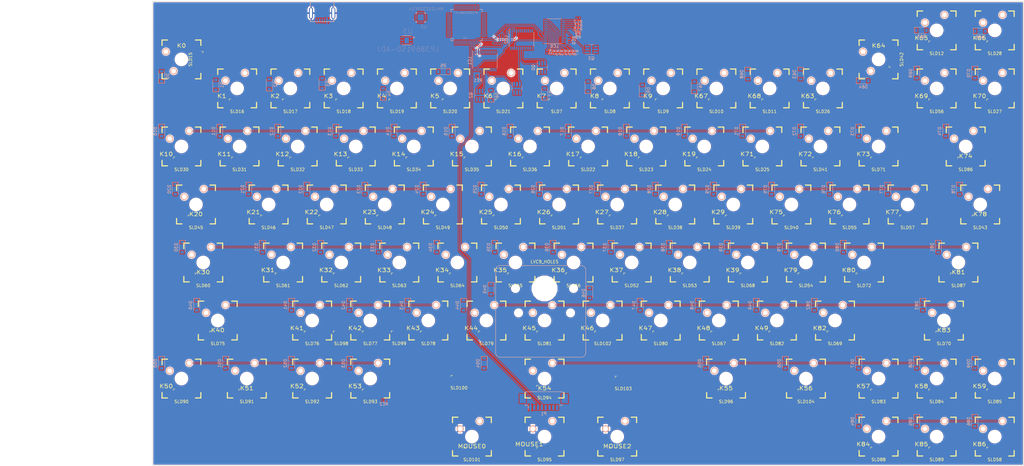
<source format=kicad_pcb>
(kicad_pcb (version 4) (host pcbnew 4.0.5)
  (layers (0 F.Cu signal) (31 B.Cu signal) (34 B.Paste user) (35 F.Paste user) (36 B.SilkS user) (37 F.SilkS user) (38 B.Mask user) (39 F.Mask user) (44 Edge.Cuts user))
  (net 0 "")
  (net 1 "Net-(D0-Pad2)")
  (net 2 "Net-(D1-Pad2)")
  (net 3 "Net-(D2-Pad2)")
  (net 4 "Net-(D3-Pad2)")
  (net 5 "Net-(D4-Pad2)")
  (net 6 "Net-(D5-Pad2)")
  (net 7 "Net-(D6-Pad2)")
  (net 8 "Net-(D7-Pad2)")
  (net 9 "Net-(D8-Pad2)")
  (net 10 "Net-(D9-Pad2)")
  (net 11 "Net-(D10-Pad2)")
  (net 12 "Net-(D11-Pad2)")
  (net 13 "Net-(D12-Pad2)")
  (net 14 "Net-(D13-Pad2)")
  (net 15 "Net-(D14-Pad2)")
  (net 16 "Net-(D15-Pad2)")
  (net 17 "Net-(D16-Pad2)")
  (net 18 "Net-(D17-Pad2)")
  (net 19 "Net-(D18-Pad2)")
  (net 20 "Net-(D19-Pad2)")
  (net 21 "Net-(D20-Pad2)")
  (net 22 "Net-(D21-Pad2)")
  (net 23 "Net-(D22-Pad2)")
  (net 24 "Net-(D23-Pad2)")
  (net 25 "Net-(D24-Pad2)")
  (net 26 "Net-(D25-Pad2)")
  (net 27 "Net-(D26-Pad2)")
  (net 28 "Net-(D27-Pad2)")
  (net 29 "Net-(D28-Pad2)")
  (net 30 "Net-(D29-Pad2)")
  (net 31 "Net-(D30-Pad2)")
  (net 32 "Net-(D31-Pad2)")
  (net 33 "Net-(D32-Pad2)")
  (net 34 "Net-(D33-Pad2)")
  (net 35 "Net-(D34-Pad2)")
  (net 36 "Net-(D35-Pad2)")
  (net 37 "Net-(D36-Pad2)")
  (net 38 "Net-(D37-Pad2)")
  (net 39 "Net-(D38-Pad2)")
  (net 40 "Net-(D39-Pad2)")
  (net 41 "Net-(D40-Pad2)")
  (net 42 "Net-(D41-Pad2)")
  (net 43 "Net-(D42-Pad2)")
  (net 44 "Net-(D43-Pad2)")
  (net 45 "Net-(D44-Pad2)")
  (net 46 "Net-(D45-Pad2)")
  (net 47 "Net-(D46-Pad2)")
  (net 48 "Net-(D47-Pad2)")
  (net 49 "Net-(D48-Pad2)")
  (net 50 "Net-(D49-Pad2)")
  (net 51 "Net-(D50-Pad2)")
  (net 52 "Net-(D51-Pad2)")
  (net 53 "Net-(D52-Pad2)")
  (net 54 "Net-(D53-Pad2)")
  (net 55 "Net-(D54-Pad2)")
  (net 56 "Net-(D55-Pad2)")
  (net 57 "Net-(D56-Pad2)")
  (net 58 "Net-(D57-Pad2)")
  (net 59 "Net-(D58-Pad2)")
  (net 60 "Net-(D59-Pad2)")
  (net 61 "Net-(D63-Pad2)")
  (net 62 "Net-(D64-Pad2)")
  (net 63 "Net-(D65-Pad2)")
  (net 64 "Net-(D66-Pad2)")
  (net 65 "Net-(D67-Pad2)")
  (net 66 "Net-(D68-Pad2)")
  (net 67 "Net-(D69-Pad2)")
  (net 68 "Net-(D70-Pad2)")
  (net 69 "Net-(D71-Pad2)")
  (net 70 "Net-(D72-Pad2)")
  (net 71 "Net-(D73-Pad2)")
  (net 72 "Net-(D74-Pad2)")
  (net 73 "Net-(D75-Pad2)")
  (net 74 "Net-(D76-Pad2)")
  (net 75 "Net-(D77-Pad2)")
  (net 76 "Net-(D78-Pad2)")
  (net 77 "Net-(D79-Pad2)")
  (net 78 "Net-(D80-Pad2)")
  (net 79 "Net-(D81-Pad2)")
  (net 80 "Net-(D82-Pad2)")
  (net 81 "Net-(D83-Pad2)")
  (net 82 "Net-(D84-Pad2)")
  (net 83 "Net-(D85-Pad2)")
  (net 84 "Net-(D86-Pad2)")
  (net 85 "Net-(U1-Pad3)")
  (net 86 BTN0)
  (net 87 BTN1)
  (net 88 BTN2)
  (net 89 GND)
  (net 90 TP_DATA)
  (net 91 TP_CLK)
  (net 92 LED_DATA1)
  (net 93 LED_DATA2)
  (net 94 LED_CLK)
  (net 95 LED_DATA0)
  (net 96 c0)
  (net 97 c1)
  (net 98 c2)
  (net 99 c3)
  (net 100 c4)
  (net 101 c5)
  (net 102 c6)
  (net 103 c7)
  (net 104 c8)
  (net 105 c9)
  (net 106 c10)
  (net 107 c11)
  (net 108 c12)
  (net 109 c13)
  (net 110 c14)
  (net 111 r0)
  (net 112 r1)
  (net 113 r2)
  (net 114 r3)
  (net 115 r4)
  (net 116 r5)
  (net 117 red0)
  (net 118 red1)
  (net 119 red2)
  (net 120 red3)
  (net 121 red4)
  (net 122 red5)
  (net 123 red6)
  (net 124 anode0)
  (net 125 green0)
  (net 126 blue0)
  (net 127 anode1)
  (net 128 anode2)
  (net 129 anode3)
  (net 130 anode4)
  (net 131 anode5)
  (net 132 anode6)
  (net 133 green1)
  (net 134 blue1)
  (net 135 green2)
  (net 136 blue2)
  (net 137 green3)
  (net 138 blue3)
  (net 139 green4)
  (net 140 blue4)
  (net 141 green5)
  (net 142 blue5)
  (net 143 green6)
  (net 144 blue6)
  (net 145 red7)
  (net 146 red8)
  (net 147 red9)
  (net 148 red10)
  (net 149 red11)
  (net 150 red12)
  (net 151 green7)
  (net 152 blue7)
  (net 153 green8)
  (net 154 blue8)
  (net 155 green9)
  (net 156 blue9)
  (net 157 green10)
  (net 158 blue10)
  (net 159 green11)
  (net 160 blue11)
  (net 161 green12)
  (net 162 blue12)
  (net 163 "Net-(LC0-Pad5)")
  (net 164 "Net-(LC0-Pad6)")
  (net 165 "Net-(LC0-Pad7)")
  (net 166 "Net-(LC0-Pad8)")
  (net 167 "Net-(LC0-Pad9)")
  (net 168 "Net-(LC0-Pad10)")
  (net 169 "Net-(LC0-Pad11)")
  (net 170 "Net-(LC0-Pad12)")
  (net 171 "Net-(LC0-Pad13)")
  (net 172 "Net-(LC0-Pad14)")
  (net 173 "Net-(LC0-Pad15)")
  (net 174 "Net-(LC0-Pad16)")
  (net 175 "Net-(LC0-Pad17)")
  (net 176 "Net-(LC0-Pad23)")
  (net 177 "Net-(LC1-Pad23)")
  (net 178 "Net-(LC2-Pad23)")
  (net 179 LED_LE)
  (net 180 LED_OE)
  (net 181 as6)
  (net 182 +3V3)
  (net 183 as5)
  (net 184 as4)
  (net 185 as3)
  (net 186 as2)
  (net 187 as1)
  (net 188 as0)
  (module cherry_rgb:CHERRY_PLATE_NH_100H (layer F.Cu) (at 185.5 92)
    (fp_text reference K27 (at -5 2.5) (layer F.SilkS) (effects (font (size 1.27 1.524) (thickness 0.2032))))
    (fp_text value KEYSW hide)
    (pad 1 thru_hole circle (at 2.54 -5.08) (size 2.286 2.286) (drill 1.4986) (layers *.Cu *.SilkS *.Mask) (net 113 r2))
    (pad 2 thru_hole circle (at -3.81 -2.54) (size 2.286 2.286) (drill 1.4986) (layers *.Cu *.SilkS *.Mask) (net 28 "Net-(D27-Pad2)"))
    (pad HOLE np_thru_hole circle (at 0 0) (size 3.9878 3.9878) (drill 3.9878) (layers *.Cu))
  )
  (module cherry_rgb:LVC9_HOLES (layer F.Cu) (at 161.75 119.5)
    (fp_text reference LVC9_HOLES (at 0 -8.75) (layer F.SilkS))
    (fp_text value "LVC9 Attach")
    (pad "" np_thru_hole circle (at -8.5 8) (size 2.5 2.5) (drill 2.5) (layers *.Cu *.Mask))
    (pad "" np_thru_hole circle (at 8.5 8) (size 2.5 2.5) (drill 2.5) (layers *.Cu *.Mask))
    (pad "" np_thru_hole circle (at 9.5 0) (size 2.5 2.5) (drill 2.5) (layers *.Cu *.Mask))
    (pad "" np_thru_hole circle (at 0 0) (size 8 8) (drill 8) (layers *.Cu *.Mask))
    (pad "" np_thru_hole circle (at -9.5 0) (size 2.5 2.5) (drill 2.5) (layers *.Cu *.Mask))
  )
  (module Housings_SSOP:TSSOP-24_4.4x7.8mm_Pitch0.65mm (layer B.Cu) (at 154.25 38 270)
    (fp_text reference LC2 (at 0 4.95 270) (layer B.SilkS) (effects (justify mirror)))
    (fp_text value STP16CP05)
    (pad 1 smd rect (at -2.85 3.575 270) (size 1.1 0.4) (layers B.Cu B.Paste B.Mask) (net 89 GND))
    (pad 2 smd rect (at -2.85 2.925 270) (size 1.1 0.4) (layers B.Cu B.Paste B.Mask) (net 92 LED_DATA1))
    (pad 3 smd rect (at -2.85 2.275 270) (size 1.1 0.4) (layers B.Cu B.Paste B.Mask) (net 94 LED_CLK))
    (pad 4 smd rect (at -2.85 1.625 270) (size 1.1 0.4) (layers B.Cu B.Paste B.Mask) (net 179 LED_LE))
    (pad 5 smd rect (at -2.85 0.975 270) (size 1.1 0.4) (layers B.Cu B.Paste B.Mask) (net 125 green0))
    (pad 6 smd rect (at -2.85 0.325 270) (size 1.1 0.4) (layers B.Cu B.Paste B.Mask) (net 133 green1))
    (pad 7 smd rect (at -2.85 -0.325 270) (size 1.1 0.4) (layers B.Cu B.Paste B.Mask) (net 135 green2))
    (pad 8 smd rect (at -2.85 -0.975 270) (size 1.1 0.4) (layers B.Cu B.Paste B.Mask) (net 137 green3))
    (pad 9 smd rect (at -2.85 -1.625 270) (size 1.1 0.4) (layers B.Cu B.Paste B.Mask) (net 139 green4))
    (pad 10 smd rect (at -2.85 -2.275 270) (size 1.1 0.4) (layers B.Cu B.Paste B.Mask) (net 141 green5))
    (pad 11 smd rect (at -2.85 -2.925 270) (size 1.1 0.4) (layers B.Cu B.Paste B.Mask) (net 143 green6))
    (pad 12 smd rect (at -2.85 -3.575 270) (size 1.1 0.4) (layers B.Cu B.Paste B.Mask) (net 151 green7))
    (pad 13 smd rect (at 2.85 -3.575 270) (size 1.1 0.4) (layers B.Cu B.Paste B.Mask) (net 161 green12))
    (pad 14 smd rect (at 2.85 -2.925 270) (size 1.1 0.4) (layers B.Cu B.Paste B.Mask) (net 159 green11))
    (pad 15 smd rect (at 2.85 -2.275 270) (size 1.1 0.4) (layers B.Cu B.Paste B.Mask) (net 157 green10))
    (pad 16 smd rect (at 2.85 -1.625 270) (size 1.1 0.4) (layers B.Cu B.Paste B.Mask) (net 155 green9))
    (pad 17 smd rect (at 2.85 -0.975 270) (size 1.1 0.4) (layers B.Cu B.Paste B.Mask) (net 153 green8))
    (pad 18 smd rect (at 2.85 -0.325 270) (size 1.1 0.4) (layers B.Cu B.Paste B.Mask) (net 187 as1))
    (pad 19 smd rect (at 2.85 0.325 270) (size 1.1 0.4) (layers B.Cu B.Paste B.Mask) (net 188 as0))
    (pad 20 smd rect (at 2.85 0.975 270) (size 1.1 0.4) (layers B.Cu B.Paste B.Mask) (net 185 as3))
    (pad 21 smd rect (at 2.85 1.625 270) (size 1.1 0.4) (layers B.Cu B.Paste B.Mask) (net 180 LED_OE))
    (pad 22 smd rect (at 2.85 2.275 270) (size 1.1 0.4) (layers B.Cu B.Paste B.Mask) (net 93 LED_DATA2))
    (pad 23 smd rect (at 2.85 2.925 270) (size 1.1 0.4) (layers B.Cu B.Paste B.Mask) (net 178 "Net-(LC2-Pad23)"))
    (pad 24 smd rect (at 2.85 3.575 270) (size 1.1 0.4) (layers B.Cu B.Paste B.Mask) (net 182 +3V3))
  )
  (module Diodes_SMD:D_SOD-123 (layer B.Cu) (at 161.75 55.6 90)
    (fp_text reference D7 (at 0 2 90) (layer B.SilkS) (effects (justify mirror)))
    (fp_text value D)
    (pad 1 smd rect (at -1.65 0 90) (size 0.9 1.2) (layers B.Cu B.Paste B.Mask) (net 103 c7))
    (pad 2 smd rect (at 1.65 0 90) (size 0.9 1.2) (layers B.Cu B.Paste B.Mask) (net 8 "Net-(D7-Pad2)"))
  )
  (module Housings_SSOP:TSSOP-24_4.4x7.8mm_Pitch0.65mm (layer B.Cu) (at 165 35.25)
    (fp_text reference LC0 (at 0 4.95) (layer B.SilkS) (effects (justify mirror)))
    (fp_text value STP16CP05)
    (pad 1 smd rect (at -2.85 3.575) (size 1.1 0.4) (layers B.Cu B.Paste B.Mask) (net 89 GND))
    (pad 2 smd rect (at -2.85 2.925) (size 1.1 0.4) (layers B.Cu B.Paste B.Mask) (net 93 LED_DATA2))
    (pad 3 smd rect (at -2.85 2.275) (size 1.1 0.4) (layers B.Cu B.Paste B.Mask) (net 94 LED_CLK))
    (pad 4 smd rect (at -2.85 1.625) (size 1.1 0.4) (layers B.Cu B.Paste B.Mask) (net 179 LED_LE))
    (pad 5 smd rect (at -2.85 0.975) (size 1.1 0.4) (layers B.Cu B.Paste B.Mask) (net 163 "Net-(LC0-Pad5)"))
    (pad 6 smd rect (at -2.85 0.325) (size 1.1 0.4) (layers B.Cu B.Paste B.Mask) (net 164 "Net-(LC0-Pad6)"))
    (pad 7 smd rect (at -2.85 -0.325) (size 1.1 0.4) (layers B.Cu B.Paste B.Mask) (net 165 "Net-(LC0-Pad7)"))
    (pad 8 smd rect (at -2.85 -0.975) (size 1.1 0.4) (layers B.Cu B.Paste B.Mask) (net 166 "Net-(LC0-Pad8)"))
    (pad 9 smd rect (at -2.85 -1.625) (size 1.1 0.4) (layers B.Cu B.Paste B.Mask) (net 167 "Net-(LC0-Pad9)"))
    (pad 10 smd rect (at -2.85 -2.275) (size 1.1 0.4) (layers B.Cu B.Paste B.Mask) (net 168 "Net-(LC0-Pad10)"))
    (pad 11 smd rect (at -2.85 -2.925) (size 1.1 0.4) (layers B.Cu B.Paste B.Mask) (net 169 "Net-(LC0-Pad11)"))
    (pad 12 smd rect (at -2.85 -3.575) (size 1.1 0.4) (layers B.Cu B.Paste B.Mask) (net 170 "Net-(LC0-Pad12)"))
    (pad 13 smd rect (at 2.85 -3.575) (size 1.1 0.4) (layers B.Cu B.Paste B.Mask) (net 171 "Net-(LC0-Pad13)"))
    (pad 14 smd rect (at 2.85 -2.925) (size 1.1 0.4) (layers B.Cu B.Paste B.Mask) (net 172 "Net-(LC0-Pad14)"))
    (pad 15 smd rect (at 2.85 -2.275) (size 1.1 0.4) (layers B.Cu B.Paste B.Mask) (net 173 "Net-(LC0-Pad15)"))
    (pad 16 smd rect (at 2.85 -1.625) (size 1.1 0.4) (layers B.Cu B.Paste B.Mask) (net 174 "Net-(LC0-Pad16)"))
    (pad 17 smd rect (at 2.85 -0.975) (size 1.1 0.4) (layers B.Cu B.Paste B.Mask) (net 175 "Net-(LC0-Pad17)"))
    (pad 18 smd rect (at 2.85 -0.325) (size 1.1 0.4) (layers B.Cu B.Paste B.Mask) (net 181 as6))
    (pad 19 smd rect (at 2.85 0.325) (size 1.1 0.4) (layers B.Cu B.Paste B.Mask))
    (pad 20 smd rect (at 2.85 0.975) (size 1.1 0.4) (layers B.Cu B.Paste B.Mask))
    (pad 21 smd rect (at 2.85 1.625) (size 1.1 0.4) (layers B.Cu B.Paste B.Mask) (net 180 LED_OE))
    (pad 22 smd rect (at 2.85 2.275) (size 1.1 0.4) (layers B.Cu B.Paste B.Mask) (net 89 GND))
    (pad 23 smd rect (at 2.85 2.925) (size 1.1 0.4) (layers B.Cu B.Paste B.Mask) (net 176 "Net-(LC0-Pad23)"))
    (pad 24 smd rect (at 2.85 3.575) (size 1.1 0.4) (layers B.Cu B.Paste B.Mask) (net 182 +3V3))
  )
  (module Diodes_SMD:D_SOD-123 (layer B.Cu) (at 283.5 144 270)
    (fp_text reference D58 (at 0 2 270) (layer B.SilkS) (effects (justify mirror)))
    (fp_text value D)
    (pad 1 smd rect (at -1.65 0 270) (size 0.9 1.2) (layers B.Cu B.Paste B.Mask) (net 107 c11))
    (pad 2 smd rect (at 1.65 0 270) (size 0.9 1.2) (layers B.Cu B.Paste B.Mask) (net 59 "Net-(D58-Pad2)"))
  )
  (module Diodes_SMD:D_SOD-123 (layer B.Cu) (at 264.5 144 270)
    (fp_text reference D57 (at 0 2 270) (layer B.SilkS) (effects (justify mirror)))
    (fp_text value D)
    (pad 1 smd rect (at -1.65 0 270) (size 0.9 1.2) (layers B.Cu B.Paste B.Mask) (net 106 c10))
    (pad 2 smd rect (at 1.65 0 270) (size 0.9 1.2) (layers B.Cu B.Paste B.Mask) (net 58 "Net-(D57-Pad2)"))
  )
  (module Diodes_SMD:D_SOD-123 (layer B.Cu) (at 36.5 50 90)
    (fp_text reference D0 (at 0 2 90) (layer B.SilkS) (effects (justify mirror)))
    (fp_text value D)
    (pad 1 smd rect (at -1.65 0 90) (size 0.9 1.2) (layers B.Cu B.Paste B.Mask) (net 96 c0))
    (pad 2 smd rect (at 1.65 0 90) (size 0.9 1.2) (layers B.Cu B.Paste B.Mask) (net 1 "Net-(D0-Pad2)"))
  )
  (module Diodes_SMD:D_SOD-123 (layer B.Cu) (at 54.25 52.85 90)
    (fp_text reference D1 (at 0 2 90) (layer B.SilkS) (effects (justify mirror)))
    (fp_text value D)
    (pad 1 smd rect (at -1.65 0 90) (size 0.9 1.2) (layers B.Cu B.Paste B.Mask) (net 97 c1))
    (pad 2 smd rect (at 1.65 0 90) (size 0.9 1.2) (layers B.Cu B.Paste B.Mask) (net 2 "Net-(D1-Pad2)"))
  )
  (module Diodes_SMD:D_SOD-123 (layer B.Cu) (at 71.75 52.6 90)
    (fp_text reference D2 (at 0 2 90) (layer B.SilkS) (effects (justify mirror)))
    (fp_text value D)
    (pad 1 smd rect (at -1.65 0 90) (size 0.9 1.2) (layers B.Cu B.Paste B.Mask) (net 98 c2))
    (pad 2 smd rect (at 1.65 0 90) (size 0.9 1.2) (layers B.Cu B.Paste B.Mask) (net 3 "Net-(D2-Pad2)"))
  )
  (module Diodes_SMD:D_SOD-123 (layer B.Cu) (at 89 52.35 90)
    (fp_text reference D3 (at 0 2 90) (layer B.SilkS) (effects (justify mirror)))
    (fp_text value D)
    (pad 1 smd rect (at -1.65 0 90) (size 0.9 1.2) (layers B.Cu B.Paste B.Mask) (net 99 c3))
    (pad 2 smd rect (at 1.65 0 90) (size 0.9 1.2) (layers B.Cu B.Paste B.Mask) (net 4 "Net-(D3-Pad2)"))
  )
  (module Diodes_SMD:D_SOD-123 (layer B.Cu) (at 109 55.65 90)
    (fp_text reference D4 (at 0 2 90) (layer B.SilkS) (effects (justify mirror)))
    (fp_text value D)
    (pad 1 smd rect (at -1.65 0 90) (size 0.9 1.2) (layers B.Cu B.Paste B.Mask) (net 100 c4))
    (pad 2 smd rect (at 1.65 0 90) (size 0.9 1.2) (layers B.Cu B.Paste B.Mask) (net 5 "Net-(D4-Pad2)"))
  )
  (module Diodes_SMD:D_SOD-123 (layer B.Cu) (at 128.65 48.5 180)
    (fp_text reference D5 (at 0 2 180) (layer B.SilkS) (effects (justify mirror)))
    (fp_text value D)
    (pad 1 smd rect (at -1.65 0 180) (size 0.9 1.2) (layers B.Cu B.Paste B.Mask) (net 101 c5))
    (pad 2 smd rect (at 1.65 0 180) (size 0.9 1.2) (layers B.Cu B.Paste B.Mask) (net 6 "Net-(D5-Pad2)"))
  )
  (module Diodes_SMD:D_SOD-123 (layer B.Cu) (at 144.25 56.25 90)
    (fp_text reference D6 (at 0 2 90) (layer B.SilkS) (effects (justify mirror)))
    (fp_text value D)
    (pad 1 smd rect (at -1.65 0 90) (size 0.9 1.2) (layers B.Cu B.Paste B.Mask) (net 102 c6))
    (pad 2 smd rect (at 1.65 0 90) (size 0.9 1.2) (layers B.Cu B.Paste B.Mask) (net 7 "Net-(D6-Pad2)"))
  )
  (module Diodes_SMD:D_SOD-123 (layer B.Cu) (at 176 53.4 90)
    (fp_text reference D8 (at 0 2 90) (layer B.SilkS) (effects (justify mirror)))
    (fp_text value D)
    (pad 1 smd rect (at -1.65 0 90) (size 0.9 1.2) (layers B.Cu B.Paste B.Mask) (net 104 c8))
    (pad 2 smd rect (at 1.65 0 90) (size 0.9 1.2) (layers B.Cu B.Paste B.Mask) (net 9 "Net-(D8-Pad2)"))
  )
  (module Diodes_SMD:D_SOD-123 (layer B.Cu) (at 193.75 54.5 90)
    (fp_text reference D9 (at 0 2 90) (layer B.SilkS) (effects (justify mirror)))
    (fp_text value D)
    (pad 1 smd rect (at -1.65 0 90) (size 0.9 1.2) (layers B.Cu B.Paste B.Mask) (net 105 c9))
    (pad 2 smd rect (at 1.65 0 90) (size 0.9 1.2) (layers B.Cu B.Paste B.Mask) (net 10 "Net-(D9-Pad2)"))
  )
  (module Diodes_SMD:D_SOD-123 (layer B.Cu) (at 36.5 68 270)
    (fp_text reference D10 (at 0 2 270) (layer B.SilkS) (effects (justify mirror)))
    (fp_text value D)
    (pad 1 smd rect (at -1.65 0 270) (size 0.9 1.2) (layers B.Cu B.Paste B.Mask) (net 96 c0))
    (pad 2 smd rect (at 1.65 0 270) (size 0.9 1.2) (layers B.Cu B.Paste B.Mask) (net 11 "Net-(D10-Pad2)"))
  )
  (module Diodes_SMD:D_SOD-123 (layer B.Cu) (at 55.5 68 270)
    (fp_text reference D11 (at 0 2 270) (layer B.SilkS) (effects (justify mirror)))
    (fp_text value D)
    (pad 1 smd rect (at -1.65 0 270) (size 0.9 1.2) (layers B.Cu B.Paste B.Mask) (net 97 c1))
    (pad 2 smd rect (at 1.65 0 270) (size 0.9 1.2) (layers B.Cu B.Paste B.Mask) (net 12 "Net-(D11-Pad2)"))
  )
  (module Diodes_SMD:D_SOD-123 (layer B.Cu) (at 74.5 68 270)
    (fp_text reference D12 (at 0 2 270) (layer B.SilkS) (effects (justify mirror)))
    (fp_text value D)
    (pad 1 smd rect (at -1.65 0 270) (size 0.9 1.2) (layers B.Cu B.Paste B.Mask) (net 98 c2))
    (pad 2 smd rect (at 1.65 0 270) (size 0.9 1.2) (layers B.Cu B.Paste B.Mask) (net 13 "Net-(D12-Pad2)"))
  )
  (module Diodes_SMD:D_SOD-123 (layer B.Cu) (at 93.5 68 270)
    (fp_text reference D13 (at 0 2 270) (layer B.SilkS) (effects (justify mirror)))
    (fp_text value D)
    (pad 1 smd rect (at -1.65 0 270) (size 0.9 1.2) (layers B.Cu B.Paste B.Mask) (net 99 c3))
    (pad 2 smd rect (at 1.65 0 270) (size 0.9 1.2) (layers B.Cu B.Paste B.Mask) (net 14 "Net-(D13-Pad2)"))
  )
  (module Diodes_SMD:D_SOD-123 (layer B.Cu) (at 112.5 68 270)
    (fp_text reference D14 (at 0 2 270) (layer B.SilkS) (effects (justify mirror)))
    (fp_text value D)
    (pad 1 smd rect (at -1.65 0 270) (size 0.9 1.2) (layers B.Cu B.Paste B.Mask) (net 100 c4))
    (pad 2 smd rect (at 1.65 0 270) (size 0.9 1.2) (layers B.Cu B.Paste B.Mask) (net 15 "Net-(D14-Pad2)"))
  )
  (module Diodes_SMD:D_SOD-123 (layer B.Cu) (at 131.5 68 270)
    (fp_text reference D15 (at 0 2 270) (layer B.SilkS) (effects (justify mirror)))
    (fp_text value D)
    (pad 1 smd rect (at -1.65 0 270) (size 0.9 1.2) (layers B.Cu B.Paste B.Mask) (net 101 c5))
    (pad 2 smd rect (at 1.65 0 270) (size 0.9 1.2) (layers B.Cu B.Paste B.Mask) (net 16 "Net-(D15-Pad2)"))
  )
  (module Diodes_SMD:D_SOD-123 (layer B.Cu) (at 150.5 68 270)
    (fp_text reference D16 (at 0 2 270) (layer B.SilkS) (effects (justify mirror)))
    (fp_text value D)
    (pad 1 smd rect (at -1.65 0 270) (size 0.9 1.2) (layers B.Cu B.Paste B.Mask) (net 102 c6))
    (pad 2 smd rect (at 1.65 0 270) (size 0.9 1.2) (layers B.Cu B.Paste B.Mask) (net 17 "Net-(D16-Pad2)"))
  )
  (module Diodes_SMD:D_SOD-123 (layer B.Cu) (at 169.5 68 270)
    (fp_text reference D17 (at 0 2 270) (layer B.SilkS) (effects (justify mirror)))
    (fp_text value D)
    (pad 1 smd rect (at -1.65 0 270) (size 0.9 1.2) (layers B.Cu B.Paste B.Mask) (net 103 c7))
    (pad 2 smd rect (at 1.65 0 270) (size 0.9 1.2) (layers B.Cu B.Paste B.Mask) (net 18 "Net-(D17-Pad2)"))
  )
  (module Diodes_SMD:D_SOD-123 (layer B.Cu) (at 188.5 68 270)
    (fp_text reference D18 (at 0 2 270) (layer B.SilkS) (effects (justify mirror)))
    (fp_text value D)
    (pad 1 smd rect (at -1.65 0 270) (size 0.9 1.2) (layers B.Cu B.Paste B.Mask) (net 104 c8))
    (pad 2 smd rect (at 1.65 0 270) (size 0.9 1.2) (layers B.Cu B.Paste B.Mask) (net 19 "Net-(D18-Pad2)"))
  )
  (module Diodes_SMD:D_SOD-123 (layer B.Cu) (at 207.5 68 270)
    (fp_text reference D19 (at 0 2 270) (layer B.SilkS) (effects (justify mirror)))
    (fp_text value D)
    (pad 1 smd rect (at -1.65 0 270) (size 0.9 1.2) (layers B.Cu B.Paste B.Mask) (net 105 c9))
    (pad 2 smd rect (at 1.65 0 270) (size 0.9 1.2) (layers B.Cu B.Paste B.Mask) (net 20 "Net-(D19-Pad2)"))
  )
  (module Diodes_SMD:D_SOD-123 (layer B.Cu) (at 41 87 270)
    (fp_text reference D20 (at 0 2 270) (layer B.SilkS) (effects (justify mirror)))
    (fp_text value D)
    (pad 1 smd rect (at -1.65 0 270) (size 0.9 1.2) (layers B.Cu B.Paste B.Mask) (net 96 c0))
    (pad 2 smd rect (at 1.65 0 270) (size 0.9 1.2) (layers B.Cu B.Paste B.Mask) (net 21 "Net-(D20-Pad2)"))
  )
  (module Diodes_SMD:D_SOD-123 (layer B.Cu) (at 65 87 270)
    (fp_text reference D21 (at 0 2 270) (layer B.SilkS) (effects (justify mirror)))
    (fp_text value D)
    (pad 1 smd rect (at -1.65 0 270) (size 0.9 1.2) (layers B.Cu B.Paste B.Mask) (net 97 c1))
    (pad 2 smd rect (at 1.65 0 270) (size 0.9 1.2) (layers B.Cu B.Paste B.Mask) (net 22 "Net-(D21-Pad2)"))
  )
  (module Diodes_SMD:D_SOD-123 (layer B.Cu) (at 84 87 270)
    (fp_text reference D22 (at 0 2 270) (layer B.SilkS) (effects (justify mirror)))
    (fp_text value D)
    (pad 1 smd rect (at -1.65 0 270) (size 0.9 1.2) (layers B.Cu B.Paste B.Mask) (net 98 c2))
    (pad 2 smd rect (at 1.65 0 270) (size 0.9 1.2) (layers B.Cu B.Paste B.Mask) (net 23 "Net-(D22-Pad2)"))
  )
  (module Diodes_SMD:D_SOD-123 (layer B.Cu) (at 103 87 270)
    (fp_text reference D23 (at 0 2 270) (layer B.SilkS) (effects (justify mirror)))
    (fp_text value D)
    (pad 1 smd rect (at -1.65 0 270) (size 0.9 1.2) (layers B.Cu B.Paste B.Mask) (net 99 c3))
    (pad 2 smd rect (at 1.65 0 270) (size 0.9 1.2) (layers B.Cu B.Paste B.Mask) (net 24 "Net-(D23-Pad2)"))
  )
  (module Diodes_SMD:D_SOD-123 (layer B.Cu) (at 122 87 270)
    (fp_text reference D24 (at 0 2 270) (layer B.SilkS) (effects (justify mirror)))
    (fp_text value D)
    (pad 1 smd rect (at -1.65 0 270) (size 0.9 1.2) (layers B.Cu B.Paste B.Mask) (net 100 c4))
    (pad 2 smd rect (at 1.65 0 270) (size 0.9 1.2) (layers B.Cu B.Paste B.Mask) (net 25 "Net-(D24-Pad2)"))
  )
  (module Diodes_SMD:D_SOD-123 (layer B.Cu) (at 141 87 270)
    (fp_text reference D25 (at 0 2 270) (layer B.SilkS) (effects (justify mirror)))
    (fp_text value D)
    (pad 1 smd rect (at -1.65 0 270) (size 0.9 1.2) (layers B.Cu B.Paste B.Mask) (net 101 c5))
    (pad 2 smd rect (at 1.65 0 270) (size 0.9 1.2) (layers B.Cu B.Paste B.Mask) (net 26 "Net-(D25-Pad2)"))
  )
  (module Diodes_SMD:D_SOD-123 (layer B.Cu) (at 160 87 270)
    (fp_text reference D26 (at 0 2 270) (layer B.SilkS) (effects (justify mirror)))
    (fp_text value D)
    (pad 1 smd rect (at -1.65 0 270) (size 0.9 1.2) (layers B.Cu B.Paste B.Mask) (net 102 c6))
    (pad 2 smd rect (at 1.65 0 270) (size 0.9 1.2) (layers B.Cu B.Paste B.Mask) (net 27 "Net-(D26-Pad2)"))
  )
  (module Diodes_SMD:D_SOD-123 (layer B.Cu) (at 179 87 270)
    (fp_text reference D27 (at 0 2 270) (layer B.SilkS) (effects (justify mirror)))
    (fp_text value D)
    (pad 1 smd rect (at -1.65 0 270) (size 0.9 1.2) (layers B.Cu B.Paste B.Mask) (net 103 c7))
    (pad 2 smd rect (at 1.65 0 270) (size 0.9 1.2) (layers B.Cu B.Paste B.Mask) (net 28 "Net-(D27-Pad2)"))
  )
  (module Diodes_SMD:D_SOD-123 (layer B.Cu) (at 198 87 270)
    (fp_text reference D28 (at 0 2 270) (layer B.SilkS) (effects (justify mirror)))
    (fp_text value D)
    (pad 1 smd rect (at -1.65 0 270) (size 0.9 1.2) (layers B.Cu B.Paste B.Mask) (net 104 c8))
    (pad 2 smd rect (at 1.65 0 270) (size 0.9 1.2) (layers B.Cu B.Paste B.Mask) (net 29 "Net-(D28-Pad2)"))
  )
  (module Diodes_SMD:D_SOD-123 (layer B.Cu) (at 217 87 270)
    (fp_text reference D29 (at 0 2 270) (layer B.SilkS) (effects (justify mirror)))
    (fp_text value D)
    (pad 1 smd rect (at -1.65 0 270) (size 0.9 1.2) (layers B.Cu B.Paste B.Mask) (net 105 c9))
    (pad 2 smd rect (at 1.65 0 270) (size 0.9 1.2) (layers B.Cu B.Paste B.Mask) (net 30 "Net-(D29-Pad2)"))
  )
  (module Diodes_SMD:D_SOD-123 (layer B.Cu) (at 43.25 106 270)
    (fp_text reference D30 (at 0 2 270) (layer B.SilkS) (effects (justify mirror)))
    (fp_text value D)
    (pad 1 smd rect (at -1.65 0 270) (size 0.9 1.2) (layers B.Cu B.Paste B.Mask) (net 96 c0))
    (pad 2 smd rect (at 1.65 0 270) (size 0.9 1.2) (layers B.Cu B.Paste B.Mask) (net 31 "Net-(D30-Pad2)"))
  )
  (module Diodes_SMD:D_SOD-123 (layer B.Cu) (at 69.5 106 270)
    (fp_text reference D31 (at 0 2 270) (layer B.SilkS) (effects (justify mirror)))
    (fp_text value D)
    (pad 1 smd rect (at -1.65 0 270) (size 0.9 1.2) (layers B.Cu B.Paste B.Mask) (net 97 c1))
    (pad 2 smd rect (at 1.65 0 270) (size 0.9 1.2) (layers B.Cu B.Paste B.Mask) (net 32 "Net-(D31-Pad2)"))
  )
  (module Diodes_SMD:D_SOD-123 (layer B.Cu) (at 88.5 106 270)
    (fp_text reference D32 (at 0 2 270) (layer B.SilkS) (effects (justify mirror)))
    (fp_text value D)
    (pad 1 smd rect (at -1.65 0 270) (size 0.9 1.2) (layers B.Cu B.Paste B.Mask) (net 98 c2))
    (pad 2 smd rect (at 1.65 0 270) (size 0.9 1.2) (layers B.Cu B.Paste B.Mask) (net 33 "Net-(D32-Pad2)"))
  )
  (module Diodes_SMD:D_SOD-123 (layer B.Cu) (at 107.5 106 270)
    (fp_text reference D33 (at 0 2 270) (layer B.SilkS) (effects (justify mirror)))
    (fp_text value D)
    (pad 1 smd rect (at -1.65 0 270) (size 0.9 1.2) (layers B.Cu B.Paste B.Mask) (net 99 c3))
    (pad 2 smd rect (at 1.65 0 270) (size 0.9 1.2) (layers B.Cu B.Paste B.Mask) (net 34 "Net-(D33-Pad2)"))
  )
  (module Diodes_SMD:D_SOD-123 (layer B.Cu) (at 126.5 106 270)
    (fp_text reference D34 (at 0 2 270) (layer B.SilkS) (effects (justify mirror)))
    (fp_text value D)
    (pad 1 smd rect (at -1.65 0 270) (size 0.9 1.2) (layers B.Cu B.Paste B.Mask) (net 100 c4))
    (pad 2 smd rect (at 1.65 0 270) (size 0.9 1.2) (layers B.Cu B.Paste B.Mask) (net 35 "Net-(D34-Pad2)"))
  )
  (module Diodes_SMD:D_SOD-123 (layer B.Cu) (at 145.5 106 270)
    (fp_text reference D35 (at 0 2 270) (layer B.SilkS) (effects (justify mirror)))
    (fp_text value D)
    (pad 1 smd rect (at -1.65 0 270) (size 0.9 1.2) (layers B.Cu B.Paste B.Mask) (net 101 c5))
    (pad 2 smd rect (at 1.65 0 270) (size 0.9 1.2) (layers B.Cu B.Paste B.Mask) (net 36 "Net-(D35-Pad2)"))
  )
  (module Diodes_SMD:D_SOD-123 (layer B.Cu) (at 164.5 106 270)
    (fp_text reference D36 (at 0 2 270) (layer B.SilkS) (effects (justify mirror)))
    (fp_text value D)
    (pad 1 smd rect (at -1.65 0 270) (size 0.9 1.2) (layers B.Cu B.Paste B.Mask) (net 102 c6))
    (pad 2 smd rect (at 1.65 0 270) (size 0.9 1.2) (layers B.Cu B.Paste B.Mask) (net 37 "Net-(D36-Pad2)"))
  )
  (module Diodes_SMD:D_SOD-123 (layer B.Cu) (at 183.5 106 270)
    (fp_text reference D37 (at 0 2 270) (layer B.SilkS) (effects (justify mirror)))
    (fp_text value D)
    (pad 1 smd rect (at -1.65 0 270) (size 0.9 1.2) (layers B.Cu B.Paste B.Mask) (net 103 c7))
    (pad 2 smd rect (at 1.65 0 270) (size 0.9 1.2) (layers B.Cu B.Paste B.Mask) (net 38 "Net-(D37-Pad2)"))
  )
  (module Diodes_SMD:D_SOD-123 (layer B.Cu) (at 202.5 106 270)
    (fp_text reference D38 (at 0 2 270) (layer B.SilkS) (effects (justify mirror)))
    (fp_text value D)
    (pad 1 smd rect (at -1.65 0 270) (size 0.9 1.2) (layers B.Cu B.Paste B.Mask) (net 104 c8))
    (pad 2 smd rect (at 1.65 0 270) (size 0.9 1.2) (layers B.Cu B.Paste B.Mask) (net 39 "Net-(D38-Pad2)"))
  )
  (module Diodes_SMD:D_SOD-123 (layer B.Cu) (at 221.5 106 270)
    (fp_text reference D39 (at 0 2 270) (layer B.SilkS) (effects (justify mirror)))
    (fp_text value D)
    (pad 1 smd rect (at -1.65 0 270) (size 0.9 1.2) (layers B.Cu B.Paste B.Mask) (net 105 c9))
    (pad 2 smd rect (at 1.65 0 270) (size 0.9 1.2) (layers B.Cu B.Paste B.Mask) (net 40 "Net-(D39-Pad2)"))
  )
  (module Diodes_SMD:D_SOD-123 (layer B.Cu) (at 48 125 270)
    (fp_text reference D40 (at 0 2 270) (layer B.SilkS) (effects (justify mirror)))
    (fp_text value D)
    (pad 1 smd rect (at -1.65 0 270) (size 0.9 1.2) (layers B.Cu B.Paste B.Mask) (net 96 c0))
    (pad 2 smd rect (at 1.65 0 270) (size 0.9 1.2) (layers B.Cu B.Paste B.Mask) (net 41 "Net-(D40-Pad2)"))
  )
  (module Diodes_SMD:D_SOD-123 (layer B.Cu) (at 79 125 270)
    (fp_text reference D41 (at 0 2 270) (layer B.SilkS) (effects (justify mirror)))
    (fp_text value D)
    (pad 1 smd rect (at -1.65 0 270) (size 0.9 1.2) (layers B.Cu B.Paste B.Mask) (net 97 c1))
    (pad 2 smd rect (at 1.65 0 270) (size 0.9 1.2) (layers B.Cu B.Paste B.Mask) (net 42 "Net-(D41-Pad2)"))
  )
  (module Diodes_SMD:D_SOD-123 (layer B.Cu) (at 98 125 270)
    (fp_text reference D42 (at 0 2 270) (layer B.SilkS) (effects (justify mirror)))
    (fp_text value D)
    (pad 1 smd rect (at -1.65 0 270) (size 0.9 1.2) (layers B.Cu B.Paste B.Mask) (net 98 c2))
    (pad 2 smd rect (at 1.65 0 270) (size 0.9 1.2) (layers B.Cu B.Paste B.Mask) (net 43 "Net-(D42-Pad2)"))
  )
  (module Diodes_SMD:D_SOD-123 (layer B.Cu) (at 117 125 270)
    (fp_text reference D43 (at 0 2 270) (layer B.SilkS) (effects (justify mirror)))
    (fp_text value D)
    (pad 1 smd rect (at -1.65 0 270) (size 0.9 1.2) (layers B.Cu B.Paste B.Mask) (net 99 c3))
    (pad 2 smd rect (at 1.65 0 270) (size 0.9 1.2) (layers B.Cu B.Paste B.Mask) (net 44 "Net-(D43-Pad2)"))
  )
  (module Diodes_SMD:D_SOD-123 (layer B.Cu) (at 135.25 125 270)
    (fp_text reference D44 (at 0 2 270) (layer B.SilkS) (effects (justify mirror)))
    (fp_text value D)
    (pad 1 smd rect (at -1.65 0 270) (size 0.9 1.2) (layers B.Cu B.Paste B.Mask) (net 100 c4))
    (pad 2 smd rect (at 1.65 0 270) (size 0.9 1.2) (layers B.Cu B.Paste B.Mask) (net 45 "Net-(D44-Pad2)"))
  )
  (module Diodes_SMD:D_SOD-123 (layer B.Cu) (at 144.25 119.75 270)
    (fp_text reference D45 (at 0 2 270) (layer B.SilkS) (effects (justify mirror)))
    (fp_text value D)
    (pad 1 smd rect (at -1.65 0 270) (size 0.9 1.2) (layers B.Cu B.Paste B.Mask) (net 101 c5))
    (pad 2 smd rect (at 1.65 0 270) (size 0.9 1.2) (layers B.Cu B.Paste B.Mask) (net 46 "Net-(D45-Pad2)"))
  )
  (module Diodes_SMD:D_SOD-123 (layer B.Cu) (at 176.5 121 270)
    (fp_text reference D46 (at 0 2 270) (layer B.SilkS) (effects (justify mirror)))
    (fp_text value D)
    (pad 1 smd rect (at -1.65 0 270) (size 0.9 1.2) (layers B.Cu B.Paste B.Mask) (net 102 c6))
    (pad 2 smd rect (at 1.65 0 270) (size 0.9 1.2) (layers B.Cu B.Paste B.Mask) (net 47 "Net-(D46-Pad2)"))
  )
  (module Diodes_SMD:D_SOD-123 (layer B.Cu) (at 193 125 270)
    (fp_text reference D47 (at 0 2 270) (layer B.SilkS) (effects (justify mirror)))
    (fp_text value D)
    (pad 1 smd rect (at -1.65 0 270) (size 0.9 1.2) (layers B.Cu B.Paste B.Mask) (net 103 c7))
    (pad 2 smd rect (at 1.65 0 270) (size 0.9 1.2) (layers B.Cu B.Paste B.Mask) (net 48 "Net-(D47-Pad2)"))
  )
  (module Diodes_SMD:D_SOD-123 (layer B.Cu) (at 212 125 270)
    (fp_text reference D48 (at 0 2 270) (layer B.SilkS) (effects (justify mirror)))
    (fp_text value D)
    (pad 1 smd rect (at -1.65 0 270) (size 0.9 1.2) (layers B.Cu B.Paste B.Mask) (net 104 c8))
    (pad 2 smd rect (at 1.65 0 270) (size 0.9 1.2) (layers B.Cu B.Paste B.Mask) (net 49 "Net-(D48-Pad2)"))
  )
  (module Diodes_SMD:D_SOD-123 (layer B.Cu) (at 231 125 270)
    (fp_text reference D49 (at 0 2 270) (layer B.SilkS) (effects (justify mirror)))
    (fp_text value D)
    (pad 1 smd rect (at -1.65 0 270) (size 0.9 1.2) (layers B.Cu B.Paste B.Mask) (net 105 c9))
    (pad 2 smd rect (at 1.65 0 270) (size 0.9 1.2) (layers B.Cu B.Paste B.Mask) (net 50 "Net-(D49-Pad2)"))
  )
  (module Diodes_SMD:D_SOD-123 (layer B.Cu) (at 36.5 144 270)
    (fp_text reference D50 (at 0 2 270) (layer B.SilkS) (effects (justify mirror)))
    (fp_text value D)
    (pad 1 smd rect (at -1.65 0 270) (size 0.9 1.2) (layers B.Cu B.Paste B.Mask) (net 96 c0))
    (pad 2 smd rect (at 1.65 0 270) (size 0.9 1.2) (layers B.Cu B.Paste B.Mask) (net 51 "Net-(D50-Pad2)"))
  )
  (module Diodes_SMD:D_SOD-123 (layer B.Cu) (at 57.5 144 270)
    (fp_text reference D51 (at 0 2 270) (layer B.SilkS) (effects (justify mirror)))
    (fp_text value D)
    (pad 1 smd rect (at -1.65 0 270) (size 0.9 1.2) (layers B.Cu B.Paste B.Mask) (net 97 c1))
    (pad 2 smd rect (at 1.65 0 270) (size 0.9 1.2) (layers B.Cu B.Paste B.Mask) (net 52 "Net-(D51-Pad2)"))
  )
  (module Diodes_SMD:D_SOD-123 (layer B.Cu) (at 79 144 270)
    (fp_text reference D52 (at 0 2 270) (layer B.SilkS) (effects (justify mirror)))
    (fp_text value D)
    (pad 1 smd rect (at -1.65 0 270) (size 0.9 1.2) (layers B.Cu B.Paste B.Mask) (net 98 c2))
    (pad 2 smd rect (at 1.65 0 270) (size 0.9 1.2) (layers B.Cu B.Paste B.Mask) (net 53 "Net-(D52-Pad2)"))
  )
  (module Diodes_SMD:D_SOD-123 (layer B.Cu) (at 98 144 270)
    (fp_text reference D53 (at 0 2 270) (layer B.SilkS) (effects (justify mirror)))
    (fp_text value D)
    (pad 1 smd rect (at -1.65 0 270) (size 0.9 1.2) (layers B.Cu B.Paste B.Mask) (net 99 c3))
    (pad 2 smd rect (at 1.65 0 270) (size 0.9 1.2) (layers B.Cu B.Paste B.Mask) (net 54 "Net-(D53-Pad2)"))
  )
  (module Diodes_SMD:D_SOD-123 (layer B.Cu) (at 142 144 270)
    (fp_text reference D54 (at 0 2 270) (layer B.SilkS) (effects (justify mirror)))
    (fp_text value D)
    (pad 1 smd rect (at -1.65 0 270) (size 0.9 1.2) (layers B.Cu B.Paste B.Mask) (net 100 c4))
    (pad 2 smd rect (at 1.65 0 270) (size 0.9 1.2) (layers B.Cu B.Paste B.Mask) (net 55 "Net-(D54-Pad2)"))
  )
  (module Diodes_SMD:D_SOD-123 (layer B.Cu) (at 214.5 144 270)
    (fp_text reference D55 (at 0 2 270) (layer B.SilkS) (effects (justify mirror)))
    (fp_text value D)
    (pad 1 smd rect (at -1.65 0 270) (size 0.9 1.2) (layers B.Cu B.Paste B.Mask) (net 104 c8))
    (pad 2 smd rect (at 1.65 0 270) (size 0.9 1.2) (layers B.Cu B.Paste B.Mask) (net 56 "Net-(D55-Pad2)"))
  )
  (module Diodes_SMD:D_SOD-123 (layer B.Cu) (at 240.5 144 270)
    (fp_text reference D56 (at 0 2 270) (layer B.SilkS) (effects (justify mirror)))
    (fp_text value D)
    (pad 1 smd rect (at -1.65 0 270) (size 0.9 1.2) (layers B.Cu B.Paste B.Mask) (net 105 c9))
    (pad 2 smd rect (at 1.65 0 270) (size 0.9 1.2) (layers B.Cu B.Paste B.Mask) (net 57 "Net-(D56-Pad2)"))
  )
  (module Diodes_SMD:D_SOD-123 (layer B.Cu) (at 302.5 144 270)
    (fp_text reference D59 (at 0 2 270) (layer B.SilkS) (effects (justify mirror)))
    (fp_text value D)
    (pad 1 smd rect (at -1.65 0 270) (size 0.9 1.2) (layers B.Cu B.Paste B.Mask) (net 107 c11))
    (pad 2 smd rect (at 1.65 0 270) (size 0.9 1.2) (layers B.Cu B.Paste B.Mask) (net 60 "Net-(D59-Pad2)"))
  )
  (module Diodes_SMD:D_SOD-123 (layer B.Cu) (at 245.5 49.35 270)
    (fp_text reference D63 (at 0 2 270) (layer B.SilkS) (effects (justify mirror)))
    (fp_text value D)
    (pad 1 smd rect (at -1.65 0 270) (size 0.9 1.2) (layers B.Cu B.Paste B.Mask) (net 107 c11))
    (pad 2 smd rect (at 1.65 0 270) (size 0.9 1.2) (layers B.Cu B.Paste B.Mask) (net 61 "Net-(D63-Pad2)"))
  )
  (module Diodes_SMD:D_SOD-123 (layer B.Cu) (at 266 51.5)
    (fp_text reference D64 (at 0 2) (layer B.SilkS) (effects (justify mirror)))
    (fp_text value D)
    (pad 1 smd rect (at -1.65 0) (size 0.9 1.2) (layers B.Cu B.Paste B.Mask) (net 108 c12))
    (pad 2 smd rect (at 1.65 0) (size 0.9 1.2) (layers B.Cu B.Paste B.Mask) (net 62 "Net-(D64-Pad2)"))
  )
  (module Diodes_SMD:D_SOD-123 (layer B.Cu) (at 285 35)
    (fp_text reference D65 (at 0 2) (layer B.SilkS) (effects (justify mirror)))
    (fp_text value D)
    (pad 1 smd rect (at -1.65 0) (size 0.9 1.2) (layers B.Cu B.Paste B.Mask) (net 109 c13))
    (pad 2 smd rect (at 1.65 0) (size 0.9 1.2) (layers B.Cu B.Paste B.Mask) (net 63 "Net-(D65-Pad2)"))
  )
  (module Diodes_SMD:D_SOD-123 (layer B.Cu) (at 304.25 35.25)
    (fp_text reference D66 (at 0 2) (layer B.SilkS) (effects (justify mirror)))
    (fp_text value D)
    (pad 1 smd rect (at -1.65 0) (size 0.9 1.2) (layers B.Cu B.Paste B.Mask) (net 110 c14))
    (pad 2 smd rect (at 1.65 0) (size 0.9 1.2) (layers B.Cu B.Paste B.Mask) (net 64 "Net-(D66-Pad2)"))
  )
  (module Diodes_SMD:D_SOD-123 (layer B.Cu) (at 210.75 53.45 90)
    (fp_text reference D67 (at 0 2 90) (layer B.SilkS) (effects (justify mirror)))
    (fp_text value D)
    (pad 1 smd rect (at -1.65 0 90) (size 0.9 1.2) (layers B.Cu B.Paste B.Mask) (net 106 c10))
    (pad 2 smd rect (at 1.65 0 90) (size 0.9 1.2) (layers B.Cu B.Paste B.Mask) (net 65 "Net-(D67-Pad2)"))
  )
  (module Diodes_SMD:D_SOD-123 (layer B.Cu) (at 228.25 49.35 270)
    (fp_text reference D68 (at 0 2 270) (layer B.SilkS) (effects (justify mirror)))
    (fp_text value D)
    (pad 1 smd rect (at -1.65 0 270) (size 0.9 1.2) (layers B.Cu B.Paste B.Mask) (net 107 c11))
    (pad 2 smd rect (at 1.65 0 270) (size 0.9 1.2) (layers B.Cu B.Paste B.Mask) (net 66 "Net-(D68-Pad2)"))
  )
  (module Diodes_SMD:D_SOD-123 (layer B.Cu) (at 283.5 49 270)
    (fp_text reference D69 (at 0 2 270) (layer B.SilkS) (effects (justify mirror)))
    (fp_text value D)
    (pad 1 smd rect (at -1.65 0 270) (size 0.9 1.2) (layers B.Cu B.Paste B.Mask) (net 109 c13))
    (pad 2 smd rect (at 1.65 0 270) (size 0.9 1.2) (layers B.Cu B.Paste B.Mask) (net 67 "Net-(D69-Pad2)"))
  )
  (module Diodes_SMD:D_SOD-123 (layer B.Cu) (at 302.5 49 270)
    (fp_text reference D70 (at 0 2 270) (layer B.SilkS) (effects (justify mirror)))
    (fp_text value D)
    (pad 1 smd rect (at -1.65 0 270) (size 0.9 1.2) (layers B.Cu B.Paste B.Mask) (net 110 c14))
    (pad 2 smd rect (at 1.65 0 270) (size 0.9 1.2) (layers B.Cu B.Paste B.Mask) (net 68 "Net-(D70-Pad2)"))
  )
  (module Diodes_SMD:D_SOD-123 (layer B.Cu) (at 226.5 68 270)
    (fp_text reference D71 (at 0 2 270) (layer B.SilkS) (effects (justify mirror)))
    (fp_text value D)
    (pad 1 smd rect (at -1.65 0 270) (size 0.9 1.2) (layers B.Cu B.Paste B.Mask) (net 106 c10))
    (pad 2 smd rect (at 1.65 0 270) (size 0.9 1.2) (layers B.Cu B.Paste B.Mask) (net 69 "Net-(D71-Pad2)"))
  )
  (module Diodes_SMD:D_SOD-123 (layer B.Cu) (at 245.5 68 270)
    (fp_text reference D72 (at 0 2 270) (layer B.SilkS) (effects (justify mirror)))
    (fp_text value D)
    (pad 1 smd rect (at -1.65 0 270) (size 0.9 1.2) (layers B.Cu B.Paste B.Mask) (net 107 c11))
    (pad 2 smd rect (at 1.65 0 270) (size 0.9 1.2) (layers B.Cu B.Paste B.Mask) (net 70 "Net-(D72-Pad2)"))
  )
  (module Diodes_SMD:D_SOD-123 (layer B.Cu) (at 264.5 68 270)
    (fp_text reference D73 (at 0 2 270) (layer B.SilkS) (effects (justify mirror)))
    (fp_text value D)
    (pad 1 smd rect (at -1.65 0 270) (size 0.9 1.2) (layers B.Cu B.Paste B.Mask) (net 108 c12))
    (pad 2 smd rect (at 1.65 0 270) (size 0.9 1.2) (layers B.Cu B.Paste B.Mask) (net 71 "Net-(D73-Pad2)"))
  )
  (module Diodes_SMD:D_SOD-123 (layer B.Cu) (at 293 68 270)
    (fp_text reference D74 (at 0 2 270) (layer B.SilkS) (effects (justify mirror)))
    (fp_text value D)
    (pad 1 smd rect (at -1.65 0 270) (size 0.9 1.2) (layers B.Cu B.Paste B.Mask))
    (pad 2 smd rect (at 1.65 0 270) (size 0.9 1.2) (layers B.Cu B.Paste B.Mask) (net 72 "Net-(D74-Pad2)"))
  )
  (module Diodes_SMD:D_SOD-123 (layer B.Cu) (at 236 87 270)
    (fp_text reference D75 (at 0 2 270) (layer B.SilkS) (effects (justify mirror)))
    (fp_text value D)
    (pad 1 smd rect (at -1.65 0 270) (size 0.9 1.2) (layers B.Cu B.Paste B.Mask) (net 106 c10))
    (pad 2 smd rect (at 1.65 0 270) (size 0.9 1.2) (layers B.Cu B.Paste B.Mask) (net 73 "Net-(D75-Pad2)"))
  )
  (module Diodes_SMD:D_SOD-123 (layer B.Cu) (at 255 87 270)
    (fp_text reference D76 (at 0 2 270) (layer B.SilkS) (effects (justify mirror)))
    (fp_text value D)
    (pad 1 smd rect (at -1.65 0 270) (size 0.9 1.2) (layers B.Cu B.Paste B.Mask) (net 108 c12))
    (pad 2 smd rect (at 1.65 0 270) (size 0.9 1.2) (layers B.Cu B.Paste B.Mask) (net 74 "Net-(D76-Pad2)"))
  )
  (module Diodes_SMD:D_SOD-123 (layer B.Cu) (at 274 87 270)
    (fp_text reference D77 (at 0 2 270) (layer B.SilkS) (effects (justify mirror)))
    (fp_text value D)
    (pad 1 smd rect (at -1.65 0 270) (size 0.9 1.2) (layers B.Cu B.Paste B.Mask) (net 109 c13))
    (pad 2 smd rect (at 1.65 0 270) (size 0.9 1.2) (layers B.Cu B.Paste B.Mask) (net 75 "Net-(D77-Pad2)"))
  )
  (module Diodes_SMD:D_SOD-123 (layer B.Cu) (at 297.5 87 270)
    (fp_text reference D78 (at 0 2 270) (layer B.SilkS) (effects (justify mirror)))
    (fp_text value D)
    (pad 1 smd rect (at -1.65 0 270) (size 0.9 1.2) (layers B.Cu B.Paste B.Mask) (net 109 c13))
    (pad 2 smd rect (at 1.65 0 270) (size 0.9 1.2) (layers B.Cu B.Paste B.Mask) (net 76 "Net-(D78-Pad2)"))
  )
  (module Diodes_SMD:D_SOD-123 (layer B.Cu) (at 240.5 106 270)
    (fp_text reference D79 (at 0 2 270) (layer B.SilkS) (effects (justify mirror)))
    (fp_text value D)
    (pad 1 smd rect (at -1.65 0 270) (size 0.9 1.2) (layers B.Cu B.Paste B.Mask) (net 106 c10))
    (pad 2 smd rect (at 1.65 0 270) (size 0.9 1.2) (layers B.Cu B.Paste B.Mask) (net 77 "Net-(D79-Pad2)"))
  )
  (module Diodes_SMD:D_SOD-123 (layer B.Cu) (at 259.5 106 270)
    (fp_text reference D80 (at 0 2 270) (layer B.SilkS) (effects (justify mirror)))
    (fp_text value D)
    (pad 1 smd rect (at -1.65 0 270) (size 0.9 1.2) (layers B.Cu B.Paste B.Mask) (net 107 c11))
    (pad 2 smd rect (at 1.65 0 270) (size 0.9 1.2) (layers B.Cu B.Paste B.Mask) (net 78 "Net-(D80-Pad2)"))
  )
  (module Diodes_SMD:D_SOD-123 (layer B.Cu) (at 290.5 106 270)
    (fp_text reference D81 (at 0 2 270) (layer B.SilkS) (effects (justify mirror)))
    (fp_text value D)
    (pad 1 smd rect (at -1.65 0 270) (size 0.9 1.2) (layers B.Cu B.Paste B.Mask) (net 108 c12))
    (pad 2 smd rect (at 1.65 0 270) (size 0.9 1.2) (layers B.Cu B.Paste B.Mask) (net 79 "Net-(D81-Pad2)"))
  )
  (module Diodes_SMD:D_SOD-123 (layer B.Cu) (at 250 125 270)
    (fp_text reference D82 (at 0 2 270) (layer B.SilkS) (effects (justify mirror)))
    (fp_text value D)
    (pad 1 smd rect (at -1.65 0 270) (size 0.9 1.2) (layers B.Cu B.Paste B.Mask) (net 106 c10))
    (pad 2 smd rect (at 1.65 0 270) (size 0.9 1.2) (layers B.Cu B.Paste B.Mask) (net 80 "Net-(D82-Pad2)"))
  )
  (module Diodes_SMD:D_SOD-123 (layer B.Cu) (at 285.5 125 270)
    (fp_text reference D83 (at 0 2 270) (layer B.SilkS) (effects (justify mirror)))
    (fp_text value D)
    (pad 1 smd rect (at -1.65 0 270) (size 0.9 1.2) (layers B.Cu B.Paste B.Mask) (net 108 c12))
    (pad 2 smd rect (at 1.65 0 270) (size 0.9 1.2) (layers B.Cu B.Paste B.Mask) (net 81 "Net-(D83-Pad2)"))
  )
  (module Diodes_SMD:D_SOD-123 (layer B.Cu) (at 264.5 163 270)
    (fp_text reference D84 (at 0 2 270) (layer B.SilkS) (effects (justify mirror)))
    (fp_text value D)
    (pad 1 smd rect (at -1.65 0 270) (size 0.9 1.2) (layers B.Cu B.Paste B.Mask) (net 108 c12))
    (pad 2 smd rect (at 1.65 0 270) (size 0.9 1.2) (layers B.Cu B.Paste B.Mask) (net 82 "Net-(D84-Pad2)"))
  )
  (module Diodes_SMD:D_SOD-123 (layer B.Cu) (at 283.5 163 270)
    (fp_text reference D85 (at 0 2 270) (layer B.SilkS) (effects (justify mirror)))
    (fp_text value D)
    (pad 1 smd rect (at -1.65 0 270) (size 0.9 1.2) (layers B.Cu B.Paste B.Mask) (net 109 c13))
    (pad 2 smd rect (at 1.65 0 270) (size 0.9 1.2) (layers B.Cu B.Paste B.Mask) (net 83 "Net-(D85-Pad2)"))
  )
  (module Diodes_SMD:D_SOD-123 (layer B.Cu) (at 302.5 163 270)
    (fp_text reference D86 (at 0 2 270) (layer B.SilkS) (effects (justify mirror)))
    (fp_text value D)
    (pad 1 smd rect (at -1.65 0 270) (size 0.9 1.2) (layers B.Cu B.Paste B.Mask) (net 110 c14))
    (pad 2 smd rect (at 1.65 0 270) (size 0.9 1.2) (layers B.Cu B.Paste B.Mask) (net 84 "Net-(D86-Pad2)"))
  )
  (module keyboard_parts:USB_miniB_hirose_5S8 (layer B.Cu) (at 89 31.75)
    (fp_text reference J1 hide)
    (fp_text value USB_mini_micro_B hide)
    (pad 1 smd rect (at -1.6 0) (size 0.5 1.4) (layers B.Cu B.Paste B.Mask))
    (pad 2 smd rect (at -0.8 0) (size 0.5 1.4) (layers B.Cu B.Paste B.Mask))
    (pad 3 smd rect (at 0 0) (size 0.5 1.4) (layers B.Cu B.Paste B.Mask))
    (pad 4 smd rect (at 0.8 0) (size 0.5 1.4) (layers B.Cu B.Paste B.Mask))
    (pad 5 smd rect (at 1.6 0) (size 0.5 1.4) (layers B.Cu B.Paste B.Mask) (net 89 GND))
    (pad 6 thru_hole oval (at -3.65 -2.4) (size 1.3 3.8) (drill oval 0.7 3.2) (layers *.Cu *.Mask B.Paste) (net 89 GND))
    (pad 6 thru_hole oval (at 3.65 -2.4) (size 1.3 3.8) (drill oval 0.7 3.2) (layers *.Cu *.Mask B.Paste) (net 89 GND))
  )
  (module MK20DX256VLH7:QFP50P1200X1200X160-64N (layer B.Cu) (at 136.25 33.25)
    (fp_text reference U1 (at -0.5588 4.2164) (layer B.SilkS) (effects (font (size 0.64 0.64) (thickness 0.05)) (justify mirror)))
    (fp_text value MK20DX256VLH7 (at -0.1524 -4.0386) (layer B.SilkS) (effects (font (size 0.64 0.64) (thickness 0.05)) (justify mirror)))
    (pad 1 smd rect (at -5.715 3.7592 90) (size 0.2794 1.4732) (layers B.Cu B.Paste B.Mask))
    (pad 2 smd rect (at -5.715 3.2512 90) (size 0.2794 1.4732) (layers B.Cu B.Paste B.Mask))
    (pad 3 smd rect (at -5.715 2.7432 90) (size 0.2794 1.4732) (layers B.Cu B.Paste B.Mask) (net 85 "Net-(U1-Pad3)"))
    (pad 4 smd rect (at -5.715 2.2606 90) (size 0.2794 1.4732) (layers B.Cu B.Paste B.Mask) (net 89 GND))
    (pad 5 smd rect (at -5.715 1.7526 90) (size 0.2794 1.4732) (layers B.Cu B.Paste B.Mask))
    (pad 6 smd rect (at -5.715 1.2446 90) (size 0.2794 1.4732) (layers B.Cu B.Paste B.Mask))
    (pad 7 smd rect (at -5.715 0.762 90) (size 0.2794 1.4732) (layers B.Cu B.Paste B.Mask) (net 182 +3V3))
    (pad 8 smd rect (at -5.715 0.254 90) (size 0.2794 1.4732) (layers B.Cu B.Paste B.Mask))
    (pad 9 smd rect (at -5.715 -0.254 90) (size 0.2794 1.4732) (layers B.Cu B.Paste B.Mask))
    (pad 10 smd rect (at -5.715 -0.762 90) (size 0.2794 1.4732) (layers B.Cu B.Paste B.Mask))
    (pad 11 smd rect (at -5.715 -1.2446 90) (size 0.2794 1.4732) (layers B.Cu B.Paste B.Mask))
    (pad 12 smd rect (at -5.715 -1.7526 90) (size 0.2794 1.4732) (layers B.Cu B.Paste B.Mask))
    (pad 13 smd rect (at -5.715 -2.2606 90) (size 0.2794 1.4732) (layers B.Cu B.Paste B.Mask))
    (pad 14 smd rect (at -5.715 -2.7432 90) (size 0.2794 1.4732) (layers B.Cu B.Paste B.Mask))
    (pad 15 smd rect (at -5.715 -3.2512 90) (size 0.2794 1.4732) (layers B.Cu B.Paste B.Mask))
    (pad 16 smd rect (at -5.715 -3.7592 90) (size 0.2794 1.4732) (layers B.Cu B.Paste B.Mask))
    (pad 17 smd rect (at -3.7592 -5.715 180) (size 0.2794 1.4732) (layers B.Cu B.Paste B.Mask))
    (pad 18 smd rect (at -3.2512 -5.715 180) (size 0.2794 1.4732) (layers B.Cu B.Paste B.Mask))
    (pad 19 smd rect (at -2.7432 -5.715 180) (size 0.2794 1.4732) (layers B.Cu B.Paste B.Mask))
    (pad 20 smd rect (at -2.2606 -5.715 180) (size 0.2794 1.4732) (layers B.Cu B.Paste B.Mask))
    (pad 21 smd rect (at -1.7526 -5.715 180) (size 0.2794 1.4732) (layers B.Cu B.Paste B.Mask))
    (pad 22 smd rect (at -1.2446 -5.715 180) (size 0.2794 1.4732) (layers B.Cu B.Paste B.Mask))
    (pad 23 smd rect (at -0.762 -5.715 180) (size 0.2794 1.4732) (layers B.Cu B.Paste B.Mask))
    (pad 24 smd rect (at -0.254 -5.715 180) (size 0.2794 1.4732) (layers B.Cu B.Paste B.Mask))
    (pad 25 smd rect (at 0.254 -5.715 180) (size 0.2794 1.4732) (layers B.Cu B.Paste B.Mask))
    (pad 26 smd rect (at 0.762 -5.715 180) (size 0.2794 1.4732) (layers B.Cu B.Paste B.Mask) (net 110 c14))
    (pad 27 smd rect (at 1.2446 -5.715 180) (size 0.2794 1.4732) (layers B.Cu B.Paste B.Mask) (net 109 c13))
    (pad 28 smd rect (at 1.7526 -5.715 180) (size 0.2794 1.4732) (layers B.Cu B.Paste B.Mask) (net 108 c12))
    (pad 29 smd rect (at 2.2606 -5.715 180) (size 0.2794 1.4732) (layers B.Cu B.Paste B.Mask) (net 107 c11))
    (pad 30 smd rect (at 2.7432 -5.715 180) (size 0.2794 1.4732) (layers B.Cu B.Paste B.Mask) (net 85 "Net-(U1-Pad3)"))
    (pad 31 smd rect (at 3.2512 -5.715 180) (size 0.2794 1.4732) (layers B.Cu B.Paste B.Mask) (net 89 GND))
    (pad 32 smd rect (at 3.7592 -5.715 180) (size 0.2794 1.4732) (layers B.Cu B.Paste B.Mask))
    (pad 33 smd rect (at 5.715 -3.7592 90) (size 0.2794 1.4732) (layers B.Cu B.Paste B.Mask))
    (pad 34 smd rect (at 5.715 -3.2512 90) (size 0.2794 1.4732) (layers B.Cu B.Paste B.Mask))
    (pad 35 smd rect (at 5.715 -2.7432 90) (size 0.2794 1.4732) (layers B.Cu B.Paste B.Mask) (net 106 c10))
    (pad 36 smd rect (at 5.715 -2.2606 90) (size 0.2794 1.4732) (layers B.Cu B.Paste B.Mask) (net 105 c9))
    (pad 37 smd rect (at 5.715 -1.7526 90) (size 0.2794 1.4732) (layers B.Cu B.Paste B.Mask) (net 104 c8))
    (pad 38 smd rect (at 5.715 -1.2446 90) (size 0.2794 1.4732) (layers B.Cu B.Paste B.Mask) (net 103 c7))
    (pad 39 smd rect (at 5.715 -0.762 90) (size 0.2794 1.4732) (layers B.Cu B.Paste B.Mask) (net 102 c6))
    (pad 40 smd rect (at 5.715 -0.254 90) (size 0.2794 1.4732) (layers B.Cu B.Paste B.Mask) (net 96 c0))
    (pad 41 smd rect (at 5.715 0.254 90) (size 0.2794 1.4732) (layers B.Cu B.Paste B.Mask) (net 97 c1))
    (pad 42 smd rect (at 5.715 0.762 90) (size 0.2794 1.4732) (layers B.Cu B.Paste B.Mask) (net 98 c2))
    (pad 43 smd rect (at 5.715 1.2446 90) (size 0.2794 1.4732) (layers B.Cu B.Paste B.Mask) (net 99 c3))
    (pad 44 smd rect (at 5.715 1.7526 90) (size 0.2794 1.4732) (layers B.Cu B.Paste B.Mask) (net 100 c4))
    (pad 45 smd rect (at 5.715 2.2606 90) (size 0.2794 1.4732) (layers B.Cu B.Paste B.Mask) (net 101 c5))
    (pad 46 smd rect (at 5.715 2.7432 90) (size 0.2794 1.4732) (layers B.Cu B.Paste B.Mask))
    (pad 47 smd rect (at 5.715 3.2512 90) (size 0.2794 1.4732) (layers B.Cu B.Paste B.Mask) (net 89 GND))
    (pad 48 smd rect (at 5.715 3.7592 90) (size 0.2794 1.4732) (layers B.Cu B.Paste B.Mask) (net 85 "Net-(U1-Pad3)"))
    (pad 49 smd rect (at 3.7592 5.715 180) (size 0.2794 1.4732) (layers B.Cu B.Paste B.Mask) (net 179 LED_LE))
    (pad 50 smd rect (at 3.2512 5.715 180) (size 0.2794 1.4732) (layers B.Cu B.Paste B.Mask) (net 94 LED_CLK))
    (pad 51 smd rect (at 2.7432 5.715 180) (size 0.2794 1.4732) (layers B.Cu B.Paste B.Mask) (net 180 LED_OE))
    (pad 52 smd rect (at 2.2606 5.715 180) (size 0.2794 1.4732) (layers B.Cu B.Paste B.Mask) (net 95 LED_DATA0))
    (pad 53 smd rect (at 1.7526 5.715 180) (size 0.2794 1.4732) (layers B.Cu B.Paste B.Mask) (net 90 TP_DATA))
    (pad 54 smd rect (at 1.2446 5.715 180) (size 0.2794 1.4732) (layers B.Cu B.Paste B.Mask) (net 91 TP_CLK))
    (pad 55 smd rect (at 0.762 5.715 180) (size 0.2794 1.4732) (layers B.Cu B.Paste B.Mask))
    (pad 56 smd rect (at 0.254 5.715 180) (size 0.2794 1.4732) (layers B.Cu B.Paste B.Mask))
    (pad 57 smd rect (at -0.254 5.715 180) (size 0.2794 1.4732) (layers B.Cu B.Paste B.Mask))
    (pad 58 smd rect (at -0.762 5.715 180) (size 0.2794 1.4732) (layers B.Cu B.Paste B.Mask))
    (pad 59 smd rect (at -1.2446 5.715 180) (size 0.2794 1.4732) (layers B.Cu B.Paste B.Mask) (net 111 r0))
    (pad 60 smd rect (at -1.7526 5.715 180) (size 0.2794 1.4732) (layers B.Cu B.Paste B.Mask) (net 112 r1))
    (pad 61 smd rect (at -2.2606 5.715 180) (size 0.2794 1.4732) (layers B.Cu B.Paste B.Mask) (net 113 r2))
    (pad 62 smd rect (at -2.7432 5.715 180) (size 0.2794 1.4732) (layers B.Cu B.Paste B.Mask) (net 114 r3))
    (pad 63 smd rect (at -3.2512 5.715 180) (size 0.2794 1.4732) (layers B.Cu B.Paste B.Mask) (net 115 r4))
    (pad 64 smd rect (at -3.7592 5.715 180) (size 0.2794 1.4732) (layers B.Cu B.Paste B.Mask) (net 116 r5))
  )
  (module MKL02Z32VFG4:QFN50P300X300X65-17N (layer B.Cu) (at 121.25 30.75)
    (fp_text reference U2 (at 1.04 3.035) (layer B.SilkS) (effects (font (thickness 0.05)) (justify mirror)))
    (fp_text value MKL02Z32VFG4 (at 1.775 -2.765) (layer B.SilkS) (effects (font (thickness 0.05)) (justify mirror)))
    (pad 1 smd rect (at -1.55 0.75) (size 0.65 0.3) (layers B.Cu B.Paste B.Mask))
    (pad 2 smd rect (at -1.55 0.25) (size 0.65 0.3) (layers B.Cu B.Paste B.Mask))
    (pad 3 smd rect (at -1.55 -0.25) (size 0.65 0.3) (layers B.Cu B.Paste B.Mask))
    (pad 4 smd rect (at -1.55 -0.75) (size 0.65 0.3) (layers B.Cu B.Paste B.Mask))
    (pad 5 smd rect (at -0.75 -1.55 270) (size 0.65 0.3) (layers B.Cu B.Paste B.Mask))
    (pad 6 smd rect (at -0.25 -1.55 270) (size 0.65 0.3) (layers B.Cu B.Paste B.Mask))
    (pad 7 smd rect (at 0.25 -1.55 270) (size 0.65 0.3) (layers B.Cu B.Paste B.Mask))
    (pad 8 smd rect (at 0.75 -1.55 270) (size 0.65 0.3) (layers B.Cu B.Paste B.Mask))
    (pad 9 smd rect (at 1.55 -0.75 180) (size 0.65 0.3) (layers B.Cu B.Paste B.Mask))
    (pad 10 smd rect (at 1.55 -0.25 180) (size 0.65 0.3) (layers B.Cu B.Paste B.Mask))
    (pad 11 smd rect (at 1.55 0.25 180) (size 0.65 0.3) (layers B.Cu B.Paste B.Mask))
    (pad 12 smd rect (at 1.55 0.75 180) (size 0.65 0.3) (layers B.Cu B.Paste B.Mask))
    (pad 13 smd rect (at 0.75 1.55 90) (size 0.65 0.3) (layers B.Cu B.Paste B.Mask))
    (pad 14 smd rect (at 0.25 1.55 90) (size 0.65 0.3) (layers B.Cu B.Paste B.Mask))
    (pad 15 smd rect (at -0.25 1.55 90) (size 0.65 0.3) (layers B.Cu B.Paste B.Mask))
    (pad 16 smd rect (at -0.75 1.55 90) (size 0.65 0.3) (layers B.Cu B.Paste B.Mask))
    (pad 17 smd rect (at 0 0) (size 2 2) (layers B.Cu B.Paste B.Mask))
  )
  (module LP38691SD-ADJ:DFN300X300X80-7N (layer B.Cu) (at 116.647 38.25 180)
    (fp_text reference U3 (at -0.4318 2.9718 180) (layer B.SilkS) (effects (font (size 1.64 1.64) (thickness 0.05)) (justify mirror)))
    (fp_text value LP38691SD-ADJ (at -0.4826 -2.8956 180) (layer B.SilkS) (effects (font (size 1.64 1.64) (thickness 0.05)) (justify mirror)))
    (pad 1 smd rect (at -1.397 0.9398 180) (size 0.8128 0.4064) (layers B.Cu B.Paste B.Mask))
    (pad 2 smd rect (at -1.397 0 180) (size 0.8128 0.4064) (layers B.Cu B.Paste B.Mask))
    (pad 3 smd rect (at -1.397 -0.9398 180) (size 0.8128 0.4064) (layers B.Cu B.Paste B.Mask))
    (pad 4 smd rect (at 1.397 -0.9398) (size 0.8128 0.4064) (layers B.Cu B.Paste B.Mask))
    (pad 5 smd rect (at 1.397 0) (size 0.8128 0.4064) (layers B.Cu B.Paste B.Mask))
    (pad 6 smd rect (at 1.397 0.9398) (size 0.8128 0.4064) (layers B.Cu B.Paste B.Mask))
    (pad 7 smd rect (at -0.0254 -0.0254 180) (size 1.4986 2.0066) (layers B.Cu B.Paste B.Mask))
  )
  (module Connectors_Molex:Molex_PicoBlade_53261-0871_08x1.25mm_Angled (layer B.Cu) (at 161.5 157)
    (fp_text reference P1 (at 0 3.5) (layer B.SilkS) (effects (justify mirror)))
    (fp_text value CONN_01X08)
    (pad 1 smd rect (at -4.375 1.45) (size 0.8 1.7) (layers B.Cu B.Paste B.Mask) (net 89 GND))
    (pad 2 smd rect (at -3.125 1.45) (size 0.8 1.7) (layers B.Cu B.Paste B.Mask))
    (pad 3 smd rect (at -1.875 1.45) (size 0.8 1.7) (layers B.Cu B.Paste B.Mask) (net 91 TP_CLK))
    (pad 4 smd rect (at -0.625 1.45) (size 0.8 1.7) (layers B.Cu B.Paste B.Mask) (net 90 TP_DATA))
    (pad 5 smd rect (at 0.625 1.45) (size 0.8 1.7) (layers B.Cu B.Paste B.Mask))
    (pad 6 smd rect (at 1.875 1.45) (size 0.8 1.7) (layers B.Cu B.Paste B.Mask) (net 86 BTN0))
    (pad 7 smd rect (at 3.125 1.45) (size 0.8 1.7) (layers B.Cu B.Paste B.Mask) (net 87 BTN1))
    (pad 8 smd rect (at 4.375 1.45) (size 0.8 1.7) (layers B.Cu B.Paste B.Mask) (net 88 BTN2))
    (pad "" smd rect (at -6.875 -1.45) (size 2.2 3.1) (layers B.Cu B.Paste B.Mask))
    (pad "" smd rect (at 6.875 -1.45) (size 2.2 3.1) (layers B.Cu B.Paste B.Mask))
  )
  (module Housings_SSOP:TSSOP-24_4.4x7.8mm_Pitch0.65mm (layer B.Cu) (at 142.25 45 270)
    (fp_text reference LC1 (at 0 4.95 270) (layer B.SilkS) (effects (justify mirror)))
    (fp_text value STP16CP05)
    (pad 1 smd rect (at -2.85 3.575 270) (size 1.1 0.4) (layers B.Cu B.Paste B.Mask) (net 89 GND))
    (pad 2 smd rect (at -2.85 2.925 270) (size 1.1 0.4) (layers B.Cu B.Paste B.Mask) (net 95 LED_DATA0))
    (pad 3 smd rect (at -2.85 2.275 270) (size 1.1 0.4) (layers B.Cu B.Paste B.Mask) (net 94 LED_CLK))
    (pad 4 smd rect (at -2.85 1.625 270) (size 1.1 0.4) (layers B.Cu B.Paste B.Mask) (net 179 LED_LE))
    (pad 5 smd rect (at -2.85 0.975 270) (size 1.1 0.4) (layers B.Cu B.Paste B.Mask) (net 126 blue0))
    (pad 6 smd rect (at -2.85 0.325 270) (size 1.1 0.4) (layers B.Cu B.Paste B.Mask) (net 134 blue1))
    (pad 7 smd rect (at -2.85 -0.325 270) (size 1.1 0.4) (layers B.Cu B.Paste B.Mask) (net 136 blue2))
    (pad 8 smd rect (at -2.85 -0.975 270) (size 1.1 0.4) (layers B.Cu B.Paste B.Mask) (net 138 blue3))
    (pad 9 smd rect (at -2.85 -1.625 270) (size 1.1 0.4) (layers B.Cu B.Paste B.Mask) (net 140 blue4))
    (pad 10 smd rect (at -2.85 -2.275 270) (size 1.1 0.4) (layers B.Cu B.Paste B.Mask) (net 142 blue5))
    (pad 11 smd rect (at -2.85 -2.925 270) (size 1.1 0.4) (layers B.Cu B.Paste B.Mask) (net 144 blue6))
    (pad 12 smd rect (at -2.85 -3.575 270) (size 1.1 0.4) (layers B.Cu B.Paste B.Mask) (net 152 blue7))
    (pad 13 smd rect (at 2.85 -3.575 270) (size 1.1 0.4) (layers B.Cu B.Paste B.Mask) (net 154 blue8))
    (pad 14 smd rect (at 2.85 -2.925 270) (size 1.1 0.4) (layers B.Cu B.Paste B.Mask) (net 156 blue9))
    (pad 15 smd rect (at 2.85 -2.275 270) (size 1.1 0.4) (layers B.Cu B.Paste B.Mask) (net 158 blue10))
    (pad 16 smd rect (at 2.85 -1.625 270) (size 1.1 0.4) (layers B.Cu B.Paste B.Mask) (net 160 blue11))
    (pad 17 smd rect (at 2.85 -0.975 270) (size 1.1 0.4) (layers B.Cu B.Paste B.Mask) (net 162 blue12))
    (pad 18 smd rect (at 2.85 -0.325 270) (size 1.1 0.4) (layers B.Cu B.Paste B.Mask) (net 186 as2))
    (pad 19 smd rect (at 2.85 0.325 270) (size 1.1 0.4) (layers B.Cu B.Paste B.Mask) (net 183 as5))
    (pad 20 smd rect (at 2.85 0.975 270) (size 1.1 0.4) (layers B.Cu B.Paste B.Mask) (net 184 as4))
    (pad 21 smd rect (at 2.85 1.625 270) (size 1.1 0.4) (layers B.Cu B.Paste B.Mask) (net 180 LED_OE))
    (pad 22 smd rect (at 2.85 2.275 270) (size 1.1 0.4) (layers B.Cu B.Paste B.Mask) (net 92 LED_DATA1))
    (pad 23 smd rect (at 2.85 2.925 270) (size 1.1 0.4) (layers B.Cu B.Paste B.Mask) (net 177 "Net-(LC1-Pad23)"))
    (pad 24 smd rect (at 2.85 3.575 270) (size 1.1 0.4) (layers B.Cu B.Paste B.Mask) (net 182 +3V3))
  )
  (module cherry_rgb:CHERRY_PLATE_150H (layer F.Cu) (at 47.75 92)
    (fp_text reference K20 (at 0 3.175) (layer F.SilkS) (effects (font (size 1.27 1.524) (thickness 0.2032))))
    (fp_text value KEYSW hide)
    (pad 1 thru_hole circle (at 2.54 -5.08) (size 2.286 2.286) (drill 1.4986) (layers *.Cu *.SilkS *.Mask) (net 113 r2))
    (pad 2 thru_hole circle (at -3.81 -2.54) (size 2.286 2.286) (drill 1.4986) (layers *.Cu *.SilkS *.Mask) (net 21 "Net-(D20-Pad2)"))
    (pad HOLE np_thru_hole circle (at 0 0) (size 3.9878 3.9878) (drill 3.9878) (layers *.Cu))
  )
  (module cherry_rgb:CHERRY_PLATE_225H (layer F.Cu) (at 54.875 130)
    (fp_text reference K40 (at 0 3.175) (layer F.SilkS) (effects (font (size 1.27 1.524) (thickness 0.2032))))
    (fp_text value KEYSW hide)
    (pad 1 thru_hole circle (at 2.54 -5.08) (size 2.286 2.286) (drill 1.4986) (layers *.Cu *.SilkS *.Mask) (net 115 r4))
    (pad 2 thru_hole circle (at -3.81 -2.54) (size 2.286 2.286) (drill 1.4986) (layers *.Cu *.SilkS *.Mask) (net 41 "Net-(D40-Pad2)"))
    (pad HOLE np_thru_hole circle (at 0 0) (size 3.9878 3.9878) (drill 3.9878) (layers *.Cu))
  )
  (module cherry_rgb:CHERRY_PLATE_125H (layer F.Cu) (at 64.375 149)
    (fp_text reference K51 (at 0 3.175) (layer F.SilkS) (effects (font (size 1.27 1.524) (thickness 0.2032))))
    (fp_text value KEYSW hide)
    (pad 1 thru_hole circle (at 2.54 -5.08) (size 2.286 2.286) (drill 1.4986) (layers *.Cu *.SilkS *.Mask) (net 116 r5))
    (pad 2 thru_hole circle (at -3.81 -2.54) (size 2.286 2.286) (drill 1.4986) (layers *.Cu *.SilkS *.Mask) (net 52 "Net-(D51-Pad2)"))
    (pad HOLE np_thru_hole circle (at 0 0) (size 3.9878 3.9878) (drill 3.9878) (layers *.Cu))
  )
  (module cherry_rgb:CHERRY_PLATE_175H (layer F.Cu) (at 50.125 111)
    (fp_text reference K30 (at 0 3.175) (layer F.SilkS) (effects (font (size 1.27 1.524) (thickness 0.2032))))
    (fp_text value KEYSW hide)
    (pad 1 thru_hole circle (at 2.54 -5.08) (size 2.286 2.286) (drill 1.4986) (layers *.Cu *.SilkS *.Mask) (net 114 r3))
    (pad 2 thru_hole circle (at -3.81 -2.54) (size 2.286 2.286) (drill 1.4986) (layers *.Cu *.SilkS *.Mask) (net 31 "Net-(D30-Pad2)"))
    (pad HOLE np_thru_hole circle (at 0 0) (size 3.9878 3.9878) (drill 3.9878) (layers *.Cu))
  )
  (module cherry_rgb:CHERRY_PLATE_225H (layer F.Cu) (at 297.125 111)
    (fp_text reference K81 (at 0 3.175) (layer F.SilkS) (effects (font (size 1.27 1.524) (thickness 0.2032))))
    (fp_text value KEYSW hide)
    (pad 1 thru_hole circle (at 2.54 -5.08) (size 2.286 2.286) (drill 1.4986) (layers *.Cu *.SilkS *.Mask) (net 114 r3))
    (pad 2 thru_hole circle (at -3.81 -2.54) (size 2.286 2.286) (drill 1.4986) (layers *.Cu *.SilkS *.Mask) (net 79 "Net-(D81-Pad2)"))
    (pad HOLE np_thru_hole circle (at 0 0) (size 3.9878 3.9878) (drill 3.9878) (layers *.Cu))
  )
  (module cherry_rgb:CHERRY_PLATE_275H (layer F.Cu) (at 292.375 130)
    (fp_text reference K83 (at 0 3.175) (layer F.SilkS) (effects (font (size 1.27 1.524) (thickness 0.2032))))
    (fp_text value KEYSW hide)
    (pad 1 thru_hole circle (at 2.54 -5.08) (size 2.286 2.286) (drill 1.4986) (layers *.Cu *.SilkS *.Mask) (net 115 r4))
    (pad 2 thru_hole circle (at -3.81 -2.54) (size 2.286 2.286) (drill 1.4986) (layers *.Cu *.SilkS *.Mask) (net 81 "Net-(D83-Pad2)"))
    (pad HOLE np_thru_hole circle (at 0 0) (size 3.9878 3.9878) (drill 3.9878) (layers *.Cu))
  )
  (module cherry_rgb:CHERRY_PLATE_150H (layer F.Cu) (at 304.25 92)
    (fp_text reference K78 (at 0 3.175) (layer F.SilkS) (effects (font (size 1.27 1.524) (thickness 0.2032))))
    (fp_text value KEYSW hide)
    (pad 1 thru_hole circle (at 2.54 -5.08) (size 2.286 2.286) (drill 1.4986) (layers *.Cu *.SilkS *.Mask) (net 115 r4))
    (pad 2 thru_hole circle (at -3.81 -2.54) (size 2.286 2.286) (drill 1.4986) (layers *.Cu *.SilkS *.Mask) (net 76 "Net-(D78-Pad2)"))
    (pad HOLE np_thru_hole circle (at 0 0) (size 3.9878 3.9878) (drill 3.9878) (layers *.Cu))
  )
  (module cherry_rgb:CHERRY_PLATE_200H (layer F.Cu) (at 299.5 73)
    (fp_text reference K74 (at 0 3.175) (layer F.SilkS) (effects (font (size 1.27 1.524) (thickness 0.2032))))
    (fp_text value KEYSW hide)
    (pad 1 thru_hole circle (at 2.54 -5.08) (size 2.286 2.286) (drill 1.4986) (layers *.Cu *.SilkS *.Mask) (net 114 r3))
    (pad 2 thru_hole circle (at -3.81 -2.54) (size 2.286 2.286) (drill 1.4986) (layers *.Cu *.SilkS *.Mask) (net 72 "Net-(D74-Pad2)"))
    (pad HOLE np_thru_hole circle (at 0 0) (size 3.9878 3.9878) (drill 3.9878) (layers *.Cu))
  )
  (module cherry_rgb:CHERRY_PLATE_NH_5000H (layer F.Cu) (at 161.75 149)
    (fp_text reference K54 (at 0 3.175) (layer F.SilkS) (effects (font (size 1.27 1.524) (thickness 0.2032))))
    (fp_text value KEYSW hide)
    (pad 1 thru_hole circle (at 2.54 -5.08) (size 2.286 2.286) (drill 1.4986) (layers *.Cu *.SilkS *.Mask) (net 116 r5))
    (pad 2 thru_hole circle (at -3.81 -2.54) (size 2.286 2.286) (drill 1.4986) (layers *.Cu *.SilkS *.Mask) (net 55 "Net-(D54-Pad2)"))
    (pad HOLE np_thru_hole circle (at 0 0) (size 3.9878 3.9878) (drill 3.9878) (layers *.Cu))
  )
  (module cherry_rgb:CHERRY_PLATE_125H (layer F.Cu) (at 221.125 149)
    (fp_text reference K55 (at 0 3.175) (layer F.SilkS) (effects (font (size 1.27 1.524) (thickness 0.2032))))
    (fp_text value KEYSW hide)
    (pad 1 thru_hole circle (at 2.54 -5.08) (size 2.286 2.286) (drill 1.4986) (layers *.Cu *.SilkS *.Mask) (net 116 r5))
    (pad 2 thru_hole circle (at -3.81 -2.54) (size 2.286 2.286) (drill 1.4986) (layers *.Cu *.SilkS *.Mask) (net 56 "Net-(D55-Pad2)"))
    (pad HOLE np_thru_hole circle (at 0 0) (size 3.9878 3.9878) (drill 3.9878) (layers *.Cu))
  )
  (module cherry_rgb:CHERRY_PLATE_150H (layer F.Cu) (at 247.25 149)
    (fp_text reference K56 (at 0 3.175) (layer F.SilkS) (effects (font (size 1.27 1.524) (thickness 0.2032))))
    (fp_text value KEYSW hide)
    (pad 1 thru_hole circle (at 2.54 -5.08) (size 2.286 2.286) (drill 1.4986) (layers *.Cu *.SilkS *.Mask) (net 116 r5))
    (pad 2 thru_hole circle (at -3.81 -2.54) (size 2.286 2.286) (drill 1.4986) (layers *.Cu *.SilkS *.Mask) (net 57 "Net-(D56-Pad2)"))
    (pad HOLE np_thru_hole circle (at 0 0) (size 3.9878 3.9878) (drill 3.9878) (layers *.Cu))
  )
  (module cherry_rgb:CHERRY_PLATE_NH_100H (layer F.Cu) (at 119 73)
    (fp_text reference K14 (at -5 2.5) (layer F.SilkS) (effects (font (size 1.27 1.524) (thickness 0.2032))))
    (fp_text value KEYSW hide)
    (pad 1 thru_hole circle (at 2.54 -5.08) (size 2.286 2.286) (drill 1.4986) (layers *.Cu *.SilkS *.Mask) (net 112 r1))
    (pad 2 thru_hole circle (at -3.81 -2.54) (size 2.286 2.286) (drill 1.4986) (layers *.Cu *.SilkS *.Mask) (net 15 "Net-(D14-Pad2)"))
    (pad HOLE np_thru_hole circle (at 0 0) (size 3.9878 3.9878) (drill 3.9878) (layers *.Cu))
  )
  (module cherry_rgb:CHERRY_PLATE_NH_100H (layer F.Cu) (at 290 168)
    (fp_text reference K85 (at -5 2.5) (layer F.SilkS) (effects (font (size 1.27 1.524) (thickness 0.2032))))
    (fp_text value KEYSW hide)
    (pad 1 thru_hole circle (at 2.54 -5.08) (size 2.286 2.286) (drill 1.4986) (layers *.Cu *.SilkS *.Mask) (net 116 r5))
    (pad 2 thru_hole circle (at -3.81 -2.54) (size 2.286 2.286) (drill 1.4986) (layers *.Cu *.SilkS *.Mask) (net 83 "Net-(D85-Pad2)"))
    (pad HOLE np_thru_hole circle (at 0 0) (size 3.9878 3.9878) (drill 3.9878) (layers *.Cu))
  )
  (module cherry_rgb:CHERRY_PLATE_NH_100H (layer F.Cu) (at 43 73)
    (fp_text reference K10 (at -5 2.5) (layer F.SilkS) (effects (font (size 1.27 1.524) (thickness 0.2032))))
    (fp_text value KEYSW hide)
    (pad 1 thru_hole circle (at 2.54 -5.08) (size 2.286 2.286) (drill 1.4986) (layers *.Cu *.SilkS *.Mask) (net 112 r1))
    (pad 2 thru_hole circle (at -3.81 -2.54) (size 2.286 2.286) (drill 1.4986) (layers *.Cu *.SilkS *.Mask) (net 11 "Net-(D10-Pad2)"))
    (pad HOLE np_thru_hole circle (at 0 0) (size 3.9878 3.9878) (drill 3.9878) (layers *.Cu))
  )
  (module cherry_rgb:CHERRY_PLATE_NH_100H (layer F.Cu) (at 62 73)
    (fp_text reference K11 (at -5 2.5) (layer F.SilkS) (effects (font (size 1.27 1.524) (thickness 0.2032))))
    (fp_text value KEYSW hide)
    (pad 1 thru_hole circle (at 2.54 -5.08) (size 2.286 2.286) (drill 1.4986) (layers *.Cu *.SilkS *.Mask) (net 112 r1))
    (pad 2 thru_hole circle (at -3.81 -2.54) (size 2.286 2.286) (drill 1.4986) (layers *.Cu *.SilkS *.Mask) (net 12 "Net-(D11-Pad2)"))
    (pad HOLE np_thru_hole circle (at 0 0) (size 3.9878 3.9878) (drill 3.9878) (layers *.Cu))
  )
  (module cherry_rgb:CHERRY_PLATE_NH_100H (layer F.Cu) (at 81 73)
    (fp_text reference K12 (at -5 2.5) (layer F.SilkS) (effects (font (size 1.27 1.524) (thickness 0.2032))))
    (fp_text value KEYSW hide)
    (pad 1 thru_hole circle (at 2.54 -5.08) (size 2.286 2.286) (drill 1.4986) (layers *.Cu *.SilkS *.Mask) (net 112 r1))
    (pad 2 thru_hole circle (at -3.81 -2.54) (size 2.286 2.286) (drill 1.4986) (layers *.Cu *.SilkS *.Mask) (net 13 "Net-(D12-Pad2)"))
    (pad HOLE np_thru_hole circle (at 0 0) (size 3.9878 3.9878) (drill 3.9878) (layers *.Cu))
  )
  (module cherry_rgb:CHERRY_PLATE_NH_100H (layer F.Cu) (at 100 73)
    (fp_text reference K13 (at -5 2.5) (layer F.SilkS) (effects (font (size 1.27 1.524) (thickness 0.2032))))
    (fp_text value KEYSW hide)
    (pad 1 thru_hole circle (at 2.54 -5.08) (size 2.286 2.286) (drill 1.4986) (layers *.Cu *.SilkS *.Mask) (net 112 r1))
    (pad 2 thru_hole circle (at -3.81 -2.54) (size 2.286 2.286) (drill 1.4986) (layers *.Cu *.SilkS *.Mask) (net 14 "Net-(D13-Pad2)"))
    (pad HOLE np_thru_hole circle (at 0 0) (size 3.9878 3.9878) (drill 3.9878) (layers *.Cu))
  )
  (module cherry_rgb:CHERRY_PLATE_NH_100H (layer F.Cu) (at 138 73)
    (fp_text reference K15 (at -5 2.5) (layer F.SilkS) (effects (font (size 1.27 1.524) (thickness 0.2032))))
    (fp_text value KEYSW hide)
    (pad 1 thru_hole circle (at 2.54 -5.08) (size 2.286 2.286) (drill 1.4986) (layers *.Cu *.SilkS *.Mask) (net 112 r1))
    (pad 2 thru_hole circle (at -3.81 -2.54) (size 2.286 2.286) (drill 1.4986) (layers *.Cu *.SilkS *.Mask) (net 16 "Net-(D15-Pad2)"))
    (pad HOLE np_thru_hole circle (at 0 0) (size 3.9878 3.9878) (drill 3.9878) (layers *.Cu))
  )
  (module cherry_rgb:CHERRY_PLATE_NH_100H (layer F.Cu) (at 157 73)
    (fp_text reference K16 (at -5 2.5) (layer F.SilkS) (effects (font (size 1.27 1.524) (thickness 0.2032))))
    (fp_text value KEYSW hide)
    (pad 1 thru_hole circle (at 2.54 -5.08) (size 2.286 2.286) (drill 1.4986) (layers *.Cu *.SilkS *.Mask) (net 112 r1))
    (pad 2 thru_hole circle (at -3.81 -2.54) (size 2.286 2.286) (drill 1.4986) (layers *.Cu *.SilkS *.Mask) (net 17 "Net-(D16-Pad2)"))
    (pad HOLE np_thru_hole circle (at 0 0) (size 3.9878 3.9878) (drill 3.9878) (layers *.Cu))
  )
  (module cherry_rgb:CHERRY_PLATE_NH_100H (layer F.Cu) (at 176 73)
    (fp_text reference K17 (at -5 2.5) (layer F.SilkS) (effects (font (size 1.27 1.524) (thickness 0.2032))))
    (fp_text value KEYSW hide)
    (pad 1 thru_hole circle (at 2.54 -5.08) (size 2.286 2.286) (drill 1.4986) (layers *.Cu *.SilkS *.Mask) (net 112 r1))
    (pad 2 thru_hole circle (at -3.81 -2.54) (size 2.286 2.286) (drill 1.4986) (layers *.Cu *.SilkS *.Mask) (net 18 "Net-(D17-Pad2)"))
    (pad HOLE np_thru_hole circle (at 0 0) (size 3.9878 3.9878) (drill 3.9878) (layers *.Cu))
  )
  (module cherry_rgb:CHERRY_PLATE_NH_100H (layer F.Cu) (at 195 73)
    (fp_text reference K18 (at -5 2.5) (layer F.SilkS) (effects (font (size 1.27 1.524) (thickness 0.2032))))
    (fp_text value KEYSW hide)
    (pad 1 thru_hole circle (at 2.54 -5.08) (size 2.286 2.286) (drill 1.4986) (layers *.Cu *.SilkS *.Mask) (net 112 r1))
    (pad 2 thru_hole circle (at -3.81 -2.54) (size 2.286 2.286) (drill 1.4986) (layers *.Cu *.SilkS *.Mask) (net 19 "Net-(D18-Pad2)"))
    (pad HOLE np_thru_hole circle (at 0 0) (size 3.9878 3.9878) (drill 3.9878) (layers *.Cu))
  )
  (module cherry_rgb:CHERRY_PLATE_NH_100H (layer F.Cu) (at 214 73)
    (fp_text reference K19 (at -5 2.5) (layer F.SilkS) (effects (font (size 1.27 1.524) (thickness 0.2032))))
    (fp_text value KEYSW hide)
    (pad 1 thru_hole circle (at 2.54 -5.08) (size 2.286 2.286) (drill 1.4986) (layers *.Cu *.SilkS *.Mask) (net 112 r1))
    (pad 2 thru_hole circle (at -3.81 -2.54) (size 2.286 2.286) (drill 1.4986) (layers *.Cu *.SilkS *.Mask) (net 20 "Net-(D19-Pad2)"))
    (pad HOLE np_thru_hole circle (at 0 0) (size 3.9878 3.9878) (drill 3.9878) (layers *.Cu))
  )
  (module cherry_rgb:CHERRY_PLATE_NH_100H (layer F.Cu) (at 71.5 92)
    (fp_text reference K21 (at -5 2.5) (layer F.SilkS) (effects (font (size 1.27 1.524) (thickness 0.2032))))
    (fp_text value KEYSW hide)
    (pad 1 thru_hole circle (at 2.54 -5.08) (size 2.286 2.286) (drill 1.4986) (layers *.Cu *.SilkS *.Mask) (net 113 r2))
    (pad 2 thru_hole circle (at -3.81 -2.54) (size 2.286 2.286) (drill 1.4986) (layers *.Cu *.SilkS *.Mask) (net 22 "Net-(D21-Pad2)"))
    (pad HOLE np_thru_hole circle (at 0 0) (size 3.9878 3.9878) (drill 3.9878) (layers *.Cu))
  )
  (module cherry_rgb:CHERRY_PLATE_NH_100H (layer F.Cu) (at 90.5 92)
    (fp_text reference K22 (at -5 2.5) (layer F.SilkS) (effects (font (size 1.27 1.524) (thickness 0.2032))))
    (fp_text value KEYSW hide)
    (pad 1 thru_hole circle (at 2.54 -5.08) (size 2.286 2.286) (drill 1.4986) (layers *.Cu *.SilkS *.Mask) (net 113 r2))
    (pad 2 thru_hole circle (at -3.81 -2.54) (size 2.286 2.286) (drill 1.4986) (layers *.Cu *.SilkS *.Mask) (net 23 "Net-(D22-Pad2)"))
    (pad HOLE np_thru_hole circle (at 0 0) (size 3.9878 3.9878) (drill 3.9878) (layers *.Cu))
  )
  (module cherry_rgb:CHERRY_PLATE_NH_100H (layer F.Cu) (at 109.5 92)
    (fp_text reference K23 (at -5 2.5) (layer F.SilkS) (effects (font (size 1.27 1.524) (thickness 0.2032))))
    (fp_text value KEYSW hide)
    (pad 1 thru_hole circle (at 2.54 -5.08) (size 2.286 2.286) (drill 1.4986) (layers *.Cu *.SilkS *.Mask) (net 113 r2))
    (pad 2 thru_hole circle (at -3.81 -2.54) (size 2.286 2.286) (drill 1.4986) (layers *.Cu *.SilkS *.Mask) (net 24 "Net-(D23-Pad2)"))
    (pad HOLE np_thru_hole circle (at 0 0) (size 3.9878 3.9878) (drill 3.9878) (layers *.Cu))
  )
  (module cherry_rgb:CHERRY_PLATE_NH_100H (layer F.Cu) (at 128.5 92)
    (fp_text reference K24 (at -5 2.5) (layer F.SilkS) (effects (font (size 1.27 1.524) (thickness 0.2032))))
    (fp_text value KEYSW hide)
    (pad 1 thru_hole circle (at 2.54 -5.08) (size 2.286 2.286) (drill 1.4986) (layers *.Cu *.SilkS *.Mask) (net 113 r2))
    (pad 2 thru_hole circle (at -3.81 -2.54) (size 2.286 2.286) (drill 1.4986) (layers *.Cu *.SilkS *.Mask) (net 25 "Net-(D24-Pad2)"))
    (pad HOLE np_thru_hole circle (at 0 0) (size 3.9878 3.9878) (drill 3.9878) (layers *.Cu))
  )
  (module cherry_rgb:CHERRY_PLATE_NH_100H (layer F.Cu) (at 147.5 92)
    (fp_text reference K25 (at -5 2.5) (layer F.SilkS) (effects (font (size 1.27 1.524) (thickness 0.2032))))
    (fp_text value KEYSW hide)
    (pad 1 thru_hole circle (at 2.54 -5.08) (size 2.286 2.286) (drill 1.4986) (layers *.Cu *.SilkS *.Mask) (net 113 r2))
    (pad 2 thru_hole circle (at -3.81 -2.54) (size 2.286 2.286) (drill 1.4986) (layers *.Cu *.SilkS *.Mask) (net 26 "Net-(D25-Pad2)"))
    (pad HOLE np_thru_hole circle (at 0 0) (size 3.9878 3.9878) (drill 3.9878) (layers *.Cu))
  )
  (module cherry_rgb:CHERRY_PLATE_NH_100H (layer F.Cu) (at 166.5 92)
    (fp_text reference K26 (at -5 2.5) (layer F.SilkS) (effects (font (size 1.27 1.524) (thickness 0.2032))))
    (fp_text value KEYSW hide)
    (pad 1 thru_hole circle (at 2.54 -5.08) (size 2.286 2.286) (drill 1.4986) (layers *.Cu *.SilkS *.Mask) (net 113 r2))
    (pad 2 thru_hole circle (at -3.81 -2.54) (size 2.286 2.286) (drill 1.4986) (layers *.Cu *.SilkS *.Mask) (net 27 "Net-(D26-Pad2)"))
    (pad HOLE np_thru_hole circle (at 0 0) (size 3.9878 3.9878) (drill 3.9878) (layers *.Cu))
  )
  (module cherry_rgb:CHERRY_PLATE_NH_100H (layer F.Cu) (at 204.5 92)
    (fp_text reference K28 (at -5 2.5) (layer F.SilkS) (effects (font (size 1.27 1.524) (thickness 0.2032))))
    (fp_text value KEYSW hide)
    (pad 1 thru_hole circle (at 2.54 -5.08) (size 2.286 2.286) (drill 1.4986) (layers *.Cu *.SilkS *.Mask) (net 113 r2))
    (pad 2 thru_hole circle (at -3.81 -2.54) (size 2.286 2.286) (drill 1.4986) (layers *.Cu *.SilkS *.Mask) (net 29 "Net-(D28-Pad2)"))
    (pad HOLE np_thru_hole circle (at 0 0) (size 3.9878 3.9878) (drill 3.9878) (layers *.Cu))
  )
  (module cherry_rgb:CHERRY_PLATE_NH_100H (layer F.Cu) (at 223.5 92)
    (fp_text reference K29 (at -5 2.5) (layer F.SilkS) (effects (font (size 1.27 1.524) (thickness 0.2032))))
    (fp_text value KEYSW hide)
    (pad 1 thru_hole circle (at 2.54 -5.08) (size 2.286 2.286) (drill 1.4986) (layers *.Cu *.SilkS *.Mask) (net 113 r2))
    (pad 2 thru_hole circle (at -3.81 -2.54) (size 2.286 2.286) (drill 1.4986) (layers *.Cu *.SilkS *.Mask) (net 30 "Net-(D29-Pad2)"))
    (pad HOLE np_thru_hole circle (at 0 0) (size 3.9878 3.9878) (drill 3.9878) (layers *.Cu))
  )
  (module cherry_rgb:CHERRY_PLATE_NH_100H (layer F.Cu) (at 76.25 111)
    (fp_text reference K31 (at -5 2.5) (layer F.SilkS) (effects (font (size 1.27 1.524) (thickness 0.2032))))
    (fp_text value KEYSW hide)
    (pad 1 thru_hole circle (at 2.54 -5.08) (size 2.286 2.286) (drill 1.4986) (layers *.Cu *.SilkS *.Mask) (net 114 r3))
    (pad 2 thru_hole circle (at -3.81 -2.54) (size 2.286 2.286) (drill 1.4986) (layers *.Cu *.SilkS *.Mask) (net 32 "Net-(D31-Pad2)"))
    (pad HOLE np_thru_hole circle (at 0 0) (size 3.9878 3.9878) (drill 3.9878) (layers *.Cu))
  )
  (module cherry_rgb:CHERRY_PLATE_NH_100H (layer F.Cu) (at 95.25 111)
    (fp_text reference K32 (at -5 2.5) (layer F.SilkS) (effects (font (size 1.27 1.524) (thickness 0.2032))))
    (fp_text value KEYSW hide)
    (pad 1 thru_hole circle (at 2.54 -5.08) (size 2.286 2.286) (drill 1.4986) (layers *.Cu *.SilkS *.Mask) (net 114 r3))
    (pad 2 thru_hole circle (at -3.81 -2.54) (size 2.286 2.286) (drill 1.4986) (layers *.Cu *.SilkS *.Mask) (net 33 "Net-(D32-Pad2)"))
    (pad HOLE np_thru_hole circle (at 0 0) (size 3.9878 3.9878) (drill 3.9878) (layers *.Cu))
  )
  (module cherry_rgb:CHERRY_PLATE_NH_100H (layer F.Cu) (at 114.25 111)
    (fp_text reference K33 (at -5 2.5) (layer F.SilkS) (effects (font (size 1.27 1.524) (thickness 0.2032))))
    (fp_text value KEYSW hide)
    (pad 1 thru_hole circle (at 2.54 -5.08) (size 2.286 2.286) (drill 1.4986) (layers *.Cu *.SilkS *.Mask) (net 114 r3))
    (pad 2 thru_hole circle (at -3.81 -2.54) (size 2.286 2.286) (drill 1.4986) (layers *.Cu *.SilkS *.Mask) (net 34 "Net-(D33-Pad2)"))
    (pad HOLE np_thru_hole circle (at 0 0) (size 3.9878 3.9878) (drill 3.9878) (layers *.Cu))
  )
  (module cherry_rgb:CHERRY_PLATE_NH_100H (layer F.Cu) (at 133.25 111)
    (fp_text reference K34 (at -5 2.5) (layer F.SilkS) (effects (font (size 1.27 1.524) (thickness 0.2032))))
    (fp_text value KEYSW hide)
    (pad 1 thru_hole circle (at 2.54 -5.08) (size 2.286 2.286) (drill 1.4986) (layers *.Cu *.SilkS *.Mask) (net 114 r3))
    (pad 2 thru_hole circle (at -3.81 -2.54) (size 2.286 2.286) (drill 1.4986) (layers *.Cu *.SilkS *.Mask) (net 35 "Net-(D34-Pad2)"))
    (pad HOLE np_thru_hole circle (at 0 0) (size 3.9878 3.9878) (drill 3.9878) (layers *.Cu))
  )
  (module cherry_rgb:CHERRY_PLATE_NH_100H (layer F.Cu) (at 152.25 111)
    (fp_text reference K35 (at -5 2.5) (layer F.SilkS) (effects (font (size 1.27 1.524) (thickness 0.2032))))
    (fp_text value KEYSW hide)
    (pad 1 thru_hole circle (at 2.54 -5.08) (size 2.286 2.286) (drill 1.4986) (layers *.Cu *.SilkS *.Mask) (net 114 r3))
    (pad 2 thru_hole circle (at -3.81 -2.54) (size 2.286 2.286) (drill 1.4986) (layers *.Cu *.SilkS *.Mask) (net 36 "Net-(D35-Pad2)"))
    (pad HOLE np_thru_hole circle (at 0 0) (size 3.9878 3.9878) (drill 3.9878) (layers *.Cu))
  )
  (module cherry_rgb:CHERRY_PLATE_NH_100H (layer F.Cu) (at 171.25 111)
    (fp_text reference K36 (at -5 2.5) (layer F.SilkS) (effects (font (size 1.27 1.524) (thickness 0.2032))))
    (fp_text value KEYSW hide)
    (pad 1 thru_hole circle (at 2.54 -5.08) (size 2.286 2.286) (drill 1.4986) (layers *.Cu *.SilkS *.Mask) (net 114 r3))
    (pad 2 thru_hole circle (at -3.81 -2.54) (size 2.286 2.286) (drill 1.4986) (layers *.Cu *.SilkS *.Mask) (net 37 "Net-(D36-Pad2)"))
    (pad HOLE np_thru_hole circle (at 0 0) (size 3.9878 3.9878) (drill 3.9878) (layers *.Cu))
  )
  (module cherry_rgb:CHERRY_PLATE_NH_100H (layer F.Cu) (at 190.25 111)
    (fp_text reference K37 (at -5 2.5) (layer F.SilkS) (effects (font (size 1.27 1.524) (thickness 0.2032))))
    (fp_text value KEYSW hide)
    (pad 1 thru_hole circle (at 2.54 -5.08) (size 2.286 2.286) (drill 1.4986) (layers *.Cu *.SilkS *.Mask) (net 114 r3))
    (pad 2 thru_hole circle (at -3.81 -2.54) (size 2.286 2.286) (drill 1.4986) (layers *.Cu *.SilkS *.Mask) (net 38 "Net-(D37-Pad2)"))
    (pad HOLE np_thru_hole circle (at 0 0) (size 3.9878 3.9878) (drill 3.9878) (layers *.Cu))
  )
  (module cherry_rgb:CHERRY_PLATE_NH_100H (layer F.Cu) (at 209.25 111)
    (fp_text reference K38 (at -5 2.5) (layer F.SilkS) (effects (font (size 1.27 1.524) (thickness 0.2032))))
    (fp_text value KEYSW hide)
    (pad 1 thru_hole circle (at 2.54 -5.08) (size 2.286 2.286) (drill 1.4986) (layers *.Cu *.SilkS *.Mask) (net 114 r3))
    (pad 2 thru_hole circle (at -3.81 -2.54) (size 2.286 2.286) (drill 1.4986) (layers *.Cu *.SilkS *.Mask) (net 39 "Net-(D38-Pad2)"))
    (pad HOLE np_thru_hole circle (at 0 0) (size 3.9878 3.9878) (drill 3.9878) (layers *.Cu))
  )
  (module cherry_rgb:CHERRY_PLATE_NH_100H (layer F.Cu) (at 228.25 111)
    (fp_text reference K39 (at -5 2.5) (layer F.SilkS) (effects (font (size 1.27 1.524) (thickness 0.2032))))
    (fp_text value KEYSW hide)
    (pad 1 thru_hole circle (at 2.54 -5.08) (size 2.286 2.286) (drill 1.4986) (layers *.Cu *.SilkS *.Mask) (net 114 r3))
    (pad 2 thru_hole circle (at -3.81 -2.54) (size 2.286 2.286) (drill 1.4986) (layers *.Cu *.SilkS *.Mask) (net 40 "Net-(D39-Pad2)"))
    (pad HOLE np_thru_hole circle (at 0 0) (size 3.9878 3.9878) (drill 3.9878) (layers *.Cu))
  )
  (module cherry_rgb:CHERRY_PLATE_NH_100H (layer F.Cu) (at 85.75 130)
    (fp_text reference K41 (at -5 2.5) (layer F.SilkS) (effects (font (size 1.27 1.524) (thickness 0.2032))))
    (fp_text value KEYSW hide)
    (pad 1 thru_hole circle (at 2.54 -5.08) (size 2.286 2.286) (drill 1.4986) (layers *.Cu *.SilkS *.Mask) (net 115 r4))
    (pad 2 thru_hole circle (at -3.81 -2.54) (size 2.286 2.286) (drill 1.4986) (layers *.Cu *.SilkS *.Mask) (net 42 "Net-(D41-Pad2)"))
    (pad HOLE np_thru_hole circle (at 0 0) (size 3.9878 3.9878) (drill 3.9878) (layers *.Cu))
  )
  (module cherry_rgb:CHERRY_PLATE_NH_100H (layer F.Cu) (at 104.75 130)
    (fp_text reference K42 (at -5 2.5) (layer F.SilkS) (effects (font (size 1.27 1.524) (thickness 0.2032))))
    (fp_text value KEYSW hide)
    (pad 1 thru_hole circle (at 2.54 -5.08) (size 2.286 2.286) (drill 1.4986) (layers *.Cu *.SilkS *.Mask) (net 115 r4))
    (pad 2 thru_hole circle (at -3.81 -2.54) (size 2.286 2.286) (drill 1.4986) (layers *.Cu *.SilkS *.Mask) (net 43 "Net-(D42-Pad2)"))
    (pad HOLE np_thru_hole circle (at 0 0) (size 3.9878 3.9878) (drill 3.9878) (layers *.Cu))
  )
  (module cherry_rgb:CHERRY_PLATE_NH_100H (layer F.Cu) (at 123.75 130)
    (fp_text reference K43 (at -5 2.5) (layer F.SilkS) (effects (font (size 1.27 1.524) (thickness 0.2032))))
    (fp_text value KEYSW hide)
    (pad 1 thru_hole circle (at 2.54 -5.08) (size 2.286 2.286) (drill 1.4986) (layers *.Cu *.SilkS *.Mask) (net 115 r4))
    (pad 2 thru_hole circle (at -3.81 -2.54) (size 2.286 2.286) (drill 1.4986) (layers *.Cu *.SilkS *.Mask) (net 44 "Net-(D43-Pad2)"))
    (pad HOLE np_thru_hole circle (at 0 0) (size 3.9878 3.9878) (drill 3.9878) (layers *.Cu))
  )
  (module cherry_rgb:CHERRY_PLATE_NH_100H (layer F.Cu) (at 142.75 130)
    (fp_text reference K44 (at -5 2.5) (layer F.SilkS) (effects (font (size 1.27 1.524) (thickness 0.2032))))
    (fp_text value KEYSW hide)
    (pad 1 thru_hole circle (at 2.54 -5.08) (size 2.286 2.286) (drill 1.4986) (layers *.Cu *.SilkS *.Mask) (net 115 r4))
    (pad 2 thru_hole circle (at -3.81 -2.54) (size 2.286 2.286) (drill 1.4986) (layers *.Cu *.SilkS *.Mask) (net 45 "Net-(D44-Pad2)"))
    (pad HOLE np_thru_hole circle (at 0 0) (size 3.9878 3.9878) (drill 3.9878) (layers *.Cu))
  )
  (module cherry_rgb:CHERRY_PLATE_NH_100H (layer F.Cu) (at 161.75 130)
    (fp_text reference K45 (at -5 2.5) (layer F.SilkS) (effects (font (size 1.27 1.524) (thickness 0.2032))))
    (fp_text value KEYSW hide)
    (pad 1 thru_hole circle (at 2.54 -5.08) (size 2.286 2.286) (drill 1.4986) (layers *.Cu *.SilkS *.Mask) (net 115 r4))
    (pad 2 thru_hole circle (at -3.81 -2.54) (size 2.286 2.286) (drill 1.4986) (layers *.Cu *.SilkS *.Mask) (net 46 "Net-(D45-Pad2)"))
    (pad HOLE np_thru_hole circle (at 0 0) (size 3.9878 3.9878) (drill 3.9878) (layers *.Cu))
  )
  (module cherry_rgb:CHERRY_PLATE_NH_100H (layer F.Cu) (at 180.75 130)
    (fp_text reference K46 (at -5 2.5) (layer F.SilkS) (effects (font (size 1.27 1.524) (thickness 0.2032))))
    (fp_text value KEYSW hide)
    (pad 1 thru_hole circle (at 2.54 -5.08) (size 2.286 2.286) (drill 1.4986) (layers *.Cu *.SilkS *.Mask) (net 115 r4))
    (pad 2 thru_hole circle (at -3.81 -2.54) (size 2.286 2.286) (drill 1.4986) (layers *.Cu *.SilkS *.Mask) (net 47 "Net-(D46-Pad2)"))
    (pad HOLE np_thru_hole circle (at 0 0) (size 3.9878 3.9878) (drill 3.9878) (layers *.Cu))
  )
  (module cherry_rgb:CHERRY_PLATE_NH_100H (layer F.Cu) (at 199.75 130)
    (fp_text reference K47 (at -5 2.5) (layer F.SilkS) (effects (font (size 1.27 1.524) (thickness 0.2032))))
    (fp_text value KEYSW hide)
    (pad 1 thru_hole circle (at 2.54 -5.08) (size 2.286 2.286) (drill 1.4986) (layers *.Cu *.SilkS *.Mask) (net 115 r4))
    (pad 2 thru_hole circle (at -3.81 -2.54) (size 2.286 2.286) (drill 1.4986) (layers *.Cu *.SilkS *.Mask) (net 48 "Net-(D47-Pad2)"))
    (pad HOLE np_thru_hole circle (at 0 0) (size 3.9878 3.9878) (drill 3.9878) (layers *.Cu))
  )
  (module cherry_rgb:CHERRY_PLATE_NH_100H (layer F.Cu) (at 218.75 130)
    (fp_text reference K48 (at -5 2.5) (layer F.SilkS) (effects (font (size 1.27 1.524) (thickness 0.2032))))
    (fp_text value KEYSW hide)
    (pad 1 thru_hole circle (at 2.54 -5.08) (size 2.286 2.286) (drill 1.4986) (layers *.Cu *.SilkS *.Mask) (net 115 r4))
    (pad 2 thru_hole circle (at -3.81 -2.54) (size 2.286 2.286) (drill 1.4986) (layers *.Cu *.SilkS *.Mask) (net 49 "Net-(D48-Pad2)"))
    (pad HOLE np_thru_hole circle (at 0 0) (size 3.9878 3.9878) (drill 3.9878) (layers *.Cu))
  )
  (module cherry_rgb:CHERRY_PLATE_NH_100H (layer F.Cu) (at 237.75 130)
    (fp_text reference K49 (at -5 2.5) (layer F.SilkS) (effects (font (size 1.27 1.524) (thickness 0.2032))))
    (fp_text value KEYSW hide)
    (pad 1 thru_hole circle (at 2.54 -5.08) (size 2.286 2.286) (drill 1.4986) (layers *.Cu *.SilkS *.Mask) (net 115 r4))
    (pad 2 thru_hole circle (at -3.81 -2.54) (size 2.286 2.286) (drill 1.4986) (layers *.Cu *.SilkS *.Mask) (net 50 "Net-(D49-Pad2)"))
    (pad HOLE np_thru_hole circle (at 0 0) (size 3.9878 3.9878) (drill 3.9878) (layers *.Cu))
  )
  (module cherry_rgb:CHERRY_PLATE_NH_100H (layer F.Cu) (at 43 149)
    (fp_text reference K50 (at -5 2.5) (layer F.SilkS) (effects (font (size 1.27 1.524) (thickness 0.2032))))
    (fp_text value KEYSW hide)
    (pad 1 thru_hole circle (at 2.54 -5.08) (size 2.286 2.286) (drill 1.4986) (layers *.Cu *.SilkS *.Mask) (net 116 r5))
    (pad 2 thru_hole circle (at -3.81 -2.54) (size 2.286 2.286) (drill 1.4986) (layers *.Cu *.SilkS *.Mask) (net 51 "Net-(D50-Pad2)"))
    (pad HOLE np_thru_hole circle (at 0 0) (size 3.9878 3.9878) (drill 3.9878) (layers *.Cu))
  )
  (module cherry_rgb:CHERRY_PLATE_NH_100H (layer F.Cu) (at 85.75 149)
    (fp_text reference K52 (at -5 2.5) (layer F.SilkS) (effects (font (size 1.27 1.524) (thickness 0.2032))))
    (fp_text value KEYSW hide)
    (pad 1 thru_hole circle (at 2.54 -5.08) (size 2.286 2.286) (drill 1.4986) (layers *.Cu *.SilkS *.Mask) (net 116 r5))
    (pad 2 thru_hole circle (at -3.81 -2.54) (size 2.286 2.286) (drill 1.4986) (layers *.Cu *.SilkS *.Mask) (net 53 "Net-(D52-Pad2)"))
    (pad HOLE np_thru_hole circle (at 0 0) (size 3.9878 3.9878) (drill 3.9878) (layers *.Cu))
  )
  (module cherry_rgb:CHERRY_PLATE_NH_100H (layer F.Cu) (at 104.75 149)
    (fp_text reference K53 (at -5 2.5) (layer F.SilkS) (effects (font (size 1.27 1.524) (thickness 0.2032))))
    (fp_text value KEYSW hide)
    (pad 1 thru_hole circle (at 2.54 -5.08) (size 2.286 2.286) (drill 1.4986) (layers *.Cu *.SilkS *.Mask) (net 116 r5))
    (pad 2 thru_hole circle (at -3.81 -2.54) (size 2.286 2.286) (drill 1.4986) (layers *.Cu *.SilkS *.Mask) (net 54 "Net-(D53-Pad2)"))
    (pad HOLE np_thru_hole circle (at 0 0) (size 3.9878 3.9878) (drill 3.9878) (layers *.Cu))
  )
  (module cherry_rgb:CHERRY_PLATE_NH_100H (layer F.Cu) (at 271 149)
    (fp_text reference K57 (at -5 2.5) (layer F.SilkS) (effects (font (size 1.27 1.524) (thickness 0.2032))))
    (fp_text value KEYSW hide)
    (pad 1 thru_hole circle (at 2.54 -5.08) (size 2.286 2.286) (drill 1.4986) (layers *.Cu *.SilkS *.Mask) (net 116 r5))
    (pad 2 thru_hole circle (at -3.81 -2.54) (size 2.286 2.286) (drill 1.4986) (layers *.Cu *.SilkS *.Mask) (net 58 "Net-(D57-Pad2)"))
    (pad HOLE np_thru_hole circle (at 0 0) (size 3.9878 3.9878) (drill 3.9878) (layers *.Cu))
  )
  (module cherry_rgb:CHERRY_PLATE_NH_100H (layer F.Cu) (at 290 149)
    (fp_text reference K58 (at -5 2.5) (layer F.SilkS) (effects (font (size 1.27 1.524) (thickness 0.2032))))
    (fp_text value KEYSW hide)
    (pad 1 thru_hole circle (at 2.54 -5.08) (size 2.286 2.286) (drill 1.4986) (layers *.Cu *.SilkS *.Mask) (net 116 r5))
    (pad 2 thru_hole circle (at -3.81 -2.54) (size 2.286 2.286) (drill 1.4986) (layers *.Cu *.SilkS *.Mask) (net 59 "Net-(D58-Pad2)"))
    (pad HOLE np_thru_hole circle (at 0 0) (size 3.9878 3.9878) (drill 3.9878) (layers *.Cu))
  )
  (module cherry_rgb:CHERRY_PLATE_NH_100H (layer F.Cu) (at 309 149)
    (fp_text reference K59 (at -5 2.5) (layer F.SilkS) (effects (font (size 1.27 1.524) (thickness 0.2032))))
    (fp_text value KEYSW hide)
    (pad 1 thru_hole circle (at 2.54 -5.08) (size 2.286 2.286) (drill 1.4986) (layers *.Cu *.SilkS *.Mask) (net 115 r4))
    (pad 2 thru_hole circle (at -3.81 -2.54) (size 2.286 2.286) (drill 1.4986) (layers *.Cu *.SilkS *.Mask) (net 60 "Net-(D59-Pad2)"))
    (pad HOLE np_thru_hole circle (at 0 0) (size 3.9878 3.9878) (drill 3.9878) (layers *.Cu))
  )
  (module cherry_rgb:CHERRY_PLATE_NH_100H (layer F.Cu) (at 290 35)
    (fp_text reference K65 (at -5 2.5) (layer F.SilkS) (effects (font (size 1.27 1.524) (thickness 0.2032))))
    (fp_text value KEYSW hide)
    (pad 1 thru_hole circle (at 2.54 -5.08) (size 2.286 2.286) (drill 1.4986) (layers *.Cu *.SilkS *.Mask) (net 111 r0))
    (pad 2 thru_hole circle (at -3.81 -2.54) (size 2.286 2.286) (drill 1.4986) (layers *.Cu *.SilkS *.Mask) (net 63 "Net-(D65-Pad2)"))
    (pad HOLE np_thru_hole circle (at 0 0) (size 3.9878 3.9878) (drill 3.9878) (layers *.Cu))
  )
  (module cherry_rgb:CHERRY_PLATE_NH_100H (layer F.Cu) (at 309 35)
    (fp_text reference K66 (at -5 2.5) (layer F.SilkS) (effects (font (size 1.27 1.524) (thickness 0.2032))))
    (fp_text value KEYSW hide)
    (pad 1 thru_hole circle (at 2.54 -5.08) (size 2.286 2.286) (drill 1.4986) (layers *.Cu *.SilkS *.Mask) (net 111 r0))
    (pad 2 thru_hole circle (at -3.81 -2.54) (size 2.286 2.286) (drill 1.4986) (layers *.Cu *.SilkS *.Mask) (net 64 "Net-(D66-Pad2)"))
    (pad HOLE np_thru_hole circle (at 0 0) (size 3.9878 3.9878) (drill 3.9878) (layers *.Cu))
  )
  (module cherry_rgb:CHERRY_PLATE_NH_100H (layer F.Cu) (at 290 54)
    (fp_text reference K69 (at -5 2.5) (layer F.SilkS) (effects (font (size 1.27 1.524) (thickness 0.2032))))
    (fp_text value KEYSW hide)
    (pad 1 thru_hole circle (at 2.54 -5.08) (size 2.286 2.286) (drill 1.4986) (layers *.Cu *.SilkS *.Mask) (net 112 r1))
    (pad 2 thru_hole circle (at -3.81 -2.54) (size 2.286 2.286) (drill 1.4986) (layers *.Cu *.SilkS *.Mask) (net 67 "Net-(D69-Pad2)"))
    (pad HOLE np_thru_hole circle (at 0 0) (size 3.9878 3.9878) (drill 3.9878) (layers *.Cu))
  )
  (module cherry_rgb:CHERRY_PLATE_NH_100H (layer F.Cu) (at 309 54)
    (fp_text reference K70 (at -5 2.5) (layer F.SilkS) (effects (font (size 1.27 1.524) (thickness 0.2032))))
    (fp_text value KEYSW hide)
    (pad 1 thru_hole circle (at 2.54 -5.08) (size 2.286 2.286) (drill 1.4986) (layers *.Cu *.SilkS *.Mask) (net 112 r1))
    (pad 2 thru_hole circle (at -3.81 -2.54) (size 2.286 2.286) (drill 1.4986) (layers *.Cu *.SilkS *.Mask) (net 68 "Net-(D70-Pad2)"))
    (pad HOLE np_thru_hole circle (at 0 0) (size 3.9878 3.9878) (drill 3.9878) (layers *.Cu))
  )
  (module cherry_rgb:CHERRY_PLATE_NH_100H (layer F.Cu) (at 233 73)
    (fp_text reference K71 (at -5 2.5) (layer F.SilkS) (effects (font (size 1.27 1.524) (thickness 0.2032))))
    (fp_text value KEYSW hide)
    (pad 1 thru_hole circle (at 2.54 -5.08) (size 2.286 2.286) (drill 1.4986) (layers *.Cu *.SilkS *.Mask) (net 112 r1))
    (pad 2 thru_hole circle (at -3.81 -2.54) (size 2.286 2.286) (drill 1.4986) (layers *.Cu *.SilkS *.Mask) (net 69 "Net-(D71-Pad2)"))
    (pad HOLE np_thru_hole circle (at 0 0) (size 3.9878 3.9878) (drill 3.9878) (layers *.Cu))
  )
  (module cherry_rgb:CHERRY_PLATE_NH_100H (layer F.Cu) (at 252 73)
    (fp_text reference K72 (at -5 2.5) (layer F.SilkS) (effects (font (size 1.27 1.524) (thickness 0.2032))))
    (fp_text value KEYSW hide)
    (pad 1 thru_hole circle (at 2.54 -5.08) (size 2.286 2.286) (drill 1.4986) (layers *.Cu *.SilkS *.Mask) (net 113 r2))
    (pad 2 thru_hole circle (at -3.81 -2.54) (size 2.286 2.286) (drill 1.4986) (layers *.Cu *.SilkS *.Mask) (net 70 "Net-(D72-Pad2)"))
    (pad HOLE np_thru_hole circle (at 0 0) (size 3.9878 3.9878) (drill 3.9878) (layers *.Cu))
  )
  (module cherry_rgb:CHERRY_PLATE_NH_100H (layer F.Cu) (at 271 73)
    (fp_text reference K73 (at -5 2.5) (layer F.SilkS) (effects (font (size 1.27 1.524) (thickness 0.2032))))
    (fp_text value KEYSW hide)
    (pad 1 thru_hole circle (at 2.54 -5.08) (size 2.286 2.286) (drill 1.4986) (layers *.Cu *.SilkS *.Mask) (net 112 r1))
    (pad 2 thru_hole circle (at -3.81 -2.54) (size 2.286 2.286) (drill 1.4986) (layers *.Cu *.SilkS *.Mask) (net 71 "Net-(D73-Pad2)"))
    (pad HOLE np_thru_hole circle (at 0 0) (size 3.9878 3.9878) (drill 3.9878) (layers *.Cu))
  )
  (module cherry_rgb:CHERRY_PLATE_NH_100H (layer F.Cu) (at 242.5 92)
    (fp_text reference K75 (at -5 2.5) (layer F.SilkS) (effects (font (size 1.27 1.524) (thickness 0.2032))))
    (fp_text value KEYSW hide)
    (pad 1 thru_hole circle (at 2.54 -5.08) (size 2.286 2.286) (drill 1.4986) (layers *.Cu *.SilkS *.Mask) (net 113 r2))
    (pad 2 thru_hole circle (at -3.81 -2.54) (size 2.286 2.286) (drill 1.4986) (layers *.Cu *.SilkS *.Mask) (net 73 "Net-(D75-Pad2)"))
    (pad HOLE np_thru_hole circle (at 0 0) (size 3.9878 3.9878) (drill 3.9878) (layers *.Cu))
  )
  (module cherry_rgb:CHERRY_PLATE_NH_100H (layer F.Cu) (at 261.5 92)
    (fp_text reference K76 (at -5 2.5) (layer F.SilkS) (effects (font (size 1.27 1.524) (thickness 0.2032))))
    (fp_text value KEYSW hide)
    (pad 1 thru_hole circle (at 2.54 -5.08) (size 2.286 2.286) (drill 1.4986) (layers *.Cu *.SilkS *.Mask) (net 113 r2))
    (pad 2 thru_hole circle (at -3.81 -2.54) (size 2.286 2.286) (drill 1.4986) (layers *.Cu *.SilkS *.Mask) (net 74 "Net-(D76-Pad2)"))
    (pad HOLE np_thru_hole circle (at 0 0) (size 3.9878 3.9878) (drill 3.9878) (layers *.Cu))
  )
  (module cherry_rgb:CHERRY_PLATE_NH_100H (layer F.Cu) (at 280.5 92)
    (fp_text reference K77 (at -5 2.5) (layer F.SilkS) (effects (font (size 1.27 1.524) (thickness 0.2032))))
    (fp_text value KEYSW hide)
    (pad 1 thru_hole circle (at 2.54 -5.08) (size 2.286 2.286) (drill 1.4986) (layers *.Cu *.SilkS *.Mask) (net 113 r2))
    (pad 2 thru_hole circle (at -3.81 -2.54) (size 2.286 2.286) (drill 1.4986) (layers *.Cu *.SilkS *.Mask) (net 75 "Net-(D77-Pad2)"))
    (pad HOLE np_thru_hole circle (at 0 0) (size 3.9878 3.9878) (drill 3.9878) (layers *.Cu))
  )
  (module cherry_rgb:CHERRY_PLATE_NH_100H (layer F.Cu) (at 247.25 111)
    (fp_text reference K79 (at -5 2.5) (layer F.SilkS) (effects (font (size 1.27 1.524) (thickness 0.2032))))
    (fp_text value KEYSW hide)
    (pad 1 thru_hole circle (at 2.54 -5.08) (size 2.286 2.286) (drill 1.4986) (layers *.Cu *.SilkS *.Mask) (net 114 r3))
    (pad 2 thru_hole circle (at -3.81 -2.54) (size 2.286 2.286) (drill 1.4986) (layers *.Cu *.SilkS *.Mask) (net 77 "Net-(D79-Pad2)"))
    (pad HOLE np_thru_hole circle (at 0 0) (size 3.9878 3.9878) (drill 3.9878) (layers *.Cu))
  )
  (module cherry_rgb:CHERRY_PLATE_NH_100H (layer F.Cu) (at 266.25 111)
    (fp_text reference K80 (at -5 2.5) (layer F.SilkS) (effects (font (size 1.27 1.524) (thickness 0.2032))))
    (fp_text value KEYSW hide)
    (pad 1 thru_hole circle (at 2.54 -5.08) (size 2.286 2.286) (drill 1.4986) (layers *.Cu *.SilkS *.Mask) (net 114 r3))
    (pad 2 thru_hole circle (at -3.81 -2.54) (size 2.286 2.286) (drill 1.4986) (layers *.Cu *.SilkS *.Mask) (net 78 "Net-(D80-Pad2)"))
    (pad HOLE np_thru_hole circle (at 0 0) (size 3.9878 3.9878) (drill 3.9878) (layers *.Cu))
  )
  (module cherry_rgb:CHERRY_PLATE_NH_100H (layer F.Cu) (at 256.75 130)
    (fp_text reference K82 (at -5 2.5) (layer F.SilkS) (effects (font (size 1.27 1.524) (thickness 0.2032))))
    (fp_text value KEYSW hide)
    (pad 1 thru_hole circle (at 2.54 -5.08) (size 2.286 2.286) (drill 1.4986) (layers *.Cu *.SilkS *.Mask) (net 115 r4))
    (pad 2 thru_hole circle (at -3.81 -2.54) (size 2.286 2.286) (drill 1.4986) (layers *.Cu *.SilkS *.Mask) (net 80 "Net-(D82-Pad2)"))
    (pad HOLE np_thru_hole circle (at 0 0) (size 3.9878 3.9878) (drill 3.9878) (layers *.Cu))
  )
  (module cherry_rgb:CHERRY_PLATE_NH_100H (layer F.Cu) (at 271 168)
    (fp_text reference K84 (at -5 2.5) (layer F.SilkS) (effects (font (size 1.27 1.524) (thickness 0.2032))))
    (fp_text value KEYSW hide)
    (pad 1 thru_hole circle (at 2.54 -5.08) (size 2.286 2.286) (drill 1.4986) (layers *.Cu *.SilkS *.Mask) (net 116 r5))
    (pad 2 thru_hole circle (at -3.81 -2.54) (size 2.286 2.286) (drill 1.4986) (layers *.Cu *.SilkS *.Mask) (net 82 "Net-(D84-Pad2)"))
    (pad HOLE np_thru_hole circle (at 0 0) (size 3.9878 3.9878) (drill 3.9878) (layers *.Cu))
  )
  (module cherry_rgb:CHERRY_PLATE_NH_100H (layer F.Cu) (at 309 168)
    (fp_text reference K86 (at -5 2.5) (layer F.SilkS) (effects (font (size 1.27 1.524) (thickness 0.2032))))
    (fp_text value KEYSW hide)
    (pad 1 thru_hole circle (at 2.54 -5.08) (size 2.286 2.286) (drill 1.4986) (layers *.Cu *.SilkS *.Mask) (net 116 r5))
    (pad 2 thru_hole circle (at -3.81 -2.54) (size 2.286 2.286) (drill 1.4986) (layers *.Cu *.SilkS *.Mask) (net 84 "Net-(D86-Pad2)"))
    (pad HOLE np_thru_hole circle (at 0 0) (size 3.9878 3.9878) (drill 3.9878) (layers *.Cu))
  )
  (module cherry_rgb:CHERRY_PLATE_NH_100H (layer F.Cu) (at 161.75 168)
    (fp_text reference MOUSE1 (at -5 2.5) (layer F.SilkS) (effects (font (size 1.27 1.524) (thickness 0.2032))))
    (fp_text value KEYSW hide)
    (pad 1 thru_hole circle (at 2.54 -5.08) (size 2.286 2.286) (drill 1.4986) (layers *.Cu *.SilkS *.Mask) (net 87 BTN1))
    (pad 2 thru_hole circle (at -3.81 -2.54) (size 2.286 2.286) (drill 1.4986) (layers *.Cu *.SilkS *.Mask) (net 89 GND))
    (pad HOLE np_thru_hole circle (at 0 0) (size 3.9878 3.9878) (drill 3.9878) (layers *.Cu))
  )
  (module cherry_rgb:SMLVN6RGB_CA (layer F.Cu) (at 165.70834 59.25)
    (fp_text reference SLD7 (at 0 2.3) (layer F.SilkS))
    (fp_text value SMLVN6RGB_CA)
    (pad 5 smd rect (at 1.525 0 270) (size 0.6 1.45) (layers F.Cu F.Paste F.Mask) (net 145 red7))
    (pad 1 smd rect (at -1.525 0 270) (size 2.9 1.45) (layers F.Cu F.Paste F.Mask) (net 124 anode0))
    (pad 4 smd rect (at 1.525 1.05 270) (size 0.8 1.45) (layers F.Cu F.Paste F.Mask) (net 151 green7))
    (pad 6 smd rect (at 1.525 -1.05 270) (size 0.8 1.45) (layers F.Cu F.Paste F.Mask) (net 152 blue7))
  )
  (module cherry_rgb:SMLVN6RGB_CA (layer F.Cu) (at 183.125 59.25)
    (fp_text reference SLD8 (at 0 2.3) (layer F.SilkS))
    (fp_text value SMLVN6RGB_CA)
    (pad 5 smd rect (at 1.525 0 270) (size 0.6 1.45) (layers F.Cu F.Paste F.Mask) (net 146 red8))
    (pad 1 smd rect (at -1.525 0 270) (size 2.9 1.45) (layers F.Cu F.Paste F.Mask) (net 124 anode0))
    (pad 4 smd rect (at 1.525 1.05 270) (size 0.8 1.45) (layers F.Cu F.Paste F.Mask) (net 153 green8))
    (pad 6 smd rect (at 1.525 -1.05 270) (size 0.8 1.45) (layers F.Cu F.Paste F.Mask) (net 154 blue8))
  )
  (module cherry_rgb:SMLVN6RGB_CA (layer F.Cu) (at 200.54167 59.25)
    (fp_text reference SLD9 (at 0 2.3) (layer F.SilkS))
    (fp_text value SMLVN6RGB_CA)
    (pad 5 smd rect (at 1.525 0 270) (size 0.6 1.45) (layers F.Cu F.Paste F.Mask) (net 147 red9))
    (pad 1 smd rect (at -1.525 0 270) (size 2.9 1.45) (layers F.Cu F.Paste F.Mask) (net 124 anode0))
    (pad 4 smd rect (at 1.525 1.05 270) (size 0.8 1.45) (layers F.Cu F.Paste F.Mask) (net 155 green9))
    (pad 6 smd rect (at 1.525 -1.05 270) (size 0.8 1.45) (layers F.Cu F.Paste F.Mask) (net 156 blue9))
  )
  (module cherry_rgb:SMLVN6RGB_CA (layer F.Cu) (at 217.95834 59.25)
    (fp_text reference SLD10 (at 0 2.3) (layer F.SilkS))
    (fp_text value SMLVN6RGB_CA)
    (pad 5 smd rect (at 1.525 0 270) (size 0.6 1.45) (layers F.Cu F.Paste F.Mask) (net 148 red10))
    (pad 1 smd rect (at -1.525 0 270) (size 2.9 1.45) (layers F.Cu F.Paste F.Mask) (net 124 anode0))
    (pad 4 smd rect (at 1.525 1.05 270) (size 0.8 1.45) (layers F.Cu F.Paste F.Mask) (net 157 green10))
    (pad 6 smd rect (at 1.525 -1.05 270) (size 0.8 1.45) (layers F.Cu F.Paste F.Mask) (net 158 blue10))
  )
  (module cherry_rgb:SMLVN6RGB_CA (layer F.Cu) (at 235.375 59.25)
    (fp_text reference SLD11 (at 0 2.3) (layer F.SilkS))
    (fp_text value SMLVN6RGB_CA)
    (pad 5 smd rect (at 1.525 0 270) (size 0.6 1.45) (layers F.Cu F.Paste F.Mask) (net 149 red11))
    (pad 1 smd rect (at -1.525 0 270) (size 2.9 1.45) (layers F.Cu F.Paste F.Mask) (net 124 anode0))
    (pad 4 smd rect (at 1.525 1.05 270) (size 0.8 1.45) (layers F.Cu F.Paste F.Mask) (net 159 green11))
    (pad 6 smd rect (at 1.525 -1.05 270) (size 0.8 1.45) (layers F.Cu F.Paste F.Mask) (net 160 blue11))
  )
  (module cherry_rgb:SMLVN6RGB_CA (layer F.Cu) (at 290 40.25)
    (fp_text reference SLD12 (at 0 2.3) (layer F.SilkS))
    (fp_text value SMLVN6RGB_CA)
    (pad 5 smd rect (at 1.525 0 270) (size 0.6 1.45) (layers F.Cu F.Paste F.Mask) (net 150 red12))
    (pad 1 smd rect (at -1.525 0 270) (size 2.9 1.45) (layers F.Cu F.Paste F.Mask) (net 124 anode0))
    (pad 4 smd rect (at 1.525 1.05 270) (size 0.8 1.45) (layers F.Cu F.Paste F.Mask) (net 161 green12))
    (pad 6 smd rect (at 1.525 -1.05 270) (size 0.8 1.45) (layers F.Cu F.Paste F.Mask) (net 162 blue12))
  )
  (module cherry_rgb:SMLVN6RGB_CA (layer F.Cu) (at 48.25 44.5 270)
    (fp_text reference SLD15 (at 0 2.3 270) (layer F.SilkS))
    (fp_text value SMLVN6RGB_CA)
    (pad 5 smd rect (at 1.525 0 180) (size 0.6 1.45) (layers F.Cu F.Paste F.Mask) (net 117 red0))
    (pad 1 smd rect (at -1.525 0 180) (size 2.9 1.45) (layers F.Cu F.Paste F.Mask) (net 124 anode0))
    (pad 4 smd rect (at 1.525 1.05 180) (size 0.8 1.45) (layers F.Cu F.Paste F.Mask) (net 125 green0))
    (pad 6 smd rect (at 1.525 -1.05 180) (size 0.8 1.45) (layers F.Cu F.Paste F.Mask) (net 126 blue0))
  )
  (module cherry_rgb:SMLVN6RGB_CA (layer F.Cu) (at 61.20834 59.25)
    (fp_text reference SLD16 (at 0 2.3) (layer F.SilkS))
    (fp_text value SMLVN6RGB_CA)
    (pad 5 smd rect (at 1.525 0 270) (size 0.6 1.45) (layers F.Cu F.Paste F.Mask) (net 118 red1))
    (pad 1 smd rect (at -1.525 0 270) (size 2.9 1.45) (layers F.Cu F.Paste F.Mask) (net 124 anode0))
    (pad 4 smd rect (at 1.525 1.05 270) (size 0.8 1.45) (layers F.Cu F.Paste F.Mask) (net 133 green1))
    (pad 6 smd rect (at 1.525 -1.05 270) (size 0.8 1.45) (layers F.Cu F.Paste F.Mask) (net 134 blue1))
  )
  (module cherry_rgb:SMLVN6RGB_CA (layer F.Cu) (at 78.625 59.25)
    (fp_text reference SLD17 (at 0 2.3) (layer F.SilkS))
    (fp_text value SMLVN6RGB_CA)
    (pad 5 smd rect (at 1.525 0 270) (size 0.6 1.45) (layers F.Cu F.Paste F.Mask) (net 119 red2))
    (pad 1 smd rect (at -1.525 0 270) (size 2.9 1.45) (layers F.Cu F.Paste F.Mask) (net 124 anode0))
    (pad 4 smd rect (at 1.525 1.05 270) (size 0.8 1.45) (layers F.Cu F.Paste F.Mask) (net 135 green2))
    (pad 6 smd rect (at 1.525 -1.05 270) (size 0.8 1.45) (layers F.Cu F.Paste F.Mask) (net 136 blue2))
  )
  (module cherry_rgb:SMLVN6RGB_CA (layer F.Cu) (at 96.04167 59.25)
    (fp_text reference SLD18 (at 0 2.3) (layer F.SilkS))
    (fp_text value SMLVN6RGB_CA)
    (pad 5 smd rect (at 1.525 0 270) (size 0.6 1.45) (layers F.Cu F.Paste F.Mask) (net 120 red3))
    (pad 1 smd rect (at -1.525 0 270) (size 2.9 1.45) (layers F.Cu F.Paste F.Mask) (net 124 anode0))
    (pad 4 smd rect (at 1.525 1.05 270) (size 0.8 1.45) (layers F.Cu F.Paste F.Mask) (net 137 green3))
    (pad 6 smd rect (at 1.525 -1.05 270) (size 0.8 1.45) (layers F.Cu F.Paste F.Mask) (net 138 blue3))
  )
  (module cherry_rgb:SMLVN6RGB_CA (layer F.Cu) (at 113.45834 59.25)
    (fp_text reference SLD19 (at 0 2.3) (layer F.SilkS))
    (fp_text value SMLVN6RGB_CA)
    (pad 5 smd rect (at 1.525 0 270) (size 0.6 1.45) (layers F.Cu F.Paste F.Mask) (net 121 red4))
    (pad 1 smd rect (at -1.525 0 270) (size 2.9 1.45) (layers F.Cu F.Paste F.Mask) (net 124 anode0))
    (pad 4 smd rect (at 1.525 1.05 270) (size 0.8 1.45) (layers F.Cu F.Paste F.Mask) (net 139 green4))
    (pad 6 smd rect (at 1.525 -1.05 270) (size 0.8 1.45) (layers F.Cu F.Paste F.Mask) (net 140 blue4))
  )
  (module cherry_rgb:SMLVN6RGB_CA (layer F.Cu) (at 130.875 59.25)
    (fp_text reference SLD20 (at 0 2.3) (layer F.SilkS))
    (fp_text value SMLVN6RGB_CA)
    (pad 5 smd rect (at 1.525 0 270) (size 0.6 1.45) (layers F.Cu F.Paste F.Mask) (net 122 red5))
    (pad 1 smd rect (at -1.525 0 270) (size 2.9 1.45) (layers F.Cu F.Paste F.Mask) (net 124 anode0))
    (pad 4 smd rect (at 1.525 1.05 270) (size 0.8 1.45) (layers F.Cu F.Paste F.Mask) (net 141 green5))
    (pad 6 smd rect (at 1.525 -1.05 270) (size 0.8 1.45) (layers F.Cu F.Paste F.Mask) (net 142 blue5))
  )
  (module cherry_rgb:SMLVN6RGB_CA (layer F.Cu) (at 148.29167 59.25)
    (fp_text reference SLD21 (at 0 2.3) (layer F.SilkS))
    (fp_text value SMLVN6RGB_CA)
    (pad 5 smd rect (at 1.525 0 270) (size 0.6 1.45) (layers F.Cu F.Paste F.Mask) (net 123 red6))
    (pad 1 smd rect (at -1.525 0 270) (size 2.9 1.45) (layers F.Cu F.Paste F.Mask) (net 124 anode0))
    (pad 4 smd rect (at 1.525 1.05 270) (size 0.8 1.45) (layers F.Cu F.Paste F.Mask) (net 143 green6))
    (pad 6 smd rect (at 1.525 -1.05 270) (size 0.8 1.45) (layers F.Cu F.Paste F.Mask) (net 144 blue6))
  )
  (module cherry_rgb:SMLVN6RGB_CA (layer F.Cu) (at 176 78.25)
    (fp_text reference SLD22 (at 0 2.3) (layer F.SilkS))
    (fp_text value SMLVN6RGB_CA)
    (pad 5 smd rect (at 1.525 0 270) (size 0.6 1.45) (layers F.Cu F.Paste F.Mask) (net 145 red7))
    (pad 1 smd rect (at -1.525 0 270) (size 2.9 1.45) (layers F.Cu F.Paste F.Mask) (net 127 anode1))
    (pad 4 smd rect (at 1.525 1.05 270) (size 0.8 1.45) (layers F.Cu F.Paste F.Mask) (net 151 green7))
    (pad 6 smd rect (at 1.525 -1.05 270) (size 0.8 1.45) (layers F.Cu F.Paste F.Mask) (net 152 blue7))
  )
  (module cherry_rgb:SMLVN6RGB_CA (layer F.Cu) (at 195 78.25)
    (fp_text reference SLD23 (at 0 2.3) (layer F.SilkS))
    (fp_text value SMLVN6RGB_CA)
    (pad 5 smd rect (at 1.525 0 270) (size 0.6 1.45) (layers F.Cu F.Paste F.Mask) (net 146 red8))
    (pad 1 smd rect (at -1.525 0 270) (size 2.9 1.45) (layers F.Cu F.Paste F.Mask) (net 127 anode1))
    (pad 4 smd rect (at 1.525 1.05 270) (size 0.8 1.45) (layers F.Cu F.Paste F.Mask) (net 153 green8))
    (pad 6 smd rect (at 1.525 -1.05 270) (size 0.8 1.45) (layers F.Cu F.Paste F.Mask) (net 154 blue8))
  )
  (module cherry_rgb:SMLVN6RGB_CA (layer F.Cu) (at 214 78.25)
    (fp_text reference SLD24 (at 0 2.3) (layer F.SilkS))
    (fp_text value SMLVN6RGB_CA)
    (pad 5 smd rect (at 1.525 0 270) (size 0.6 1.45) (layers F.Cu F.Paste F.Mask) (net 147 red9))
    (pad 1 smd rect (at -1.525 0 270) (size 2.9 1.45) (layers F.Cu F.Paste F.Mask) (net 127 anode1))
    (pad 4 smd rect (at 1.525 1.05 270) (size 0.8 1.45) (layers F.Cu F.Paste F.Mask) (net 155 green9))
    (pad 6 smd rect (at 1.525 -1.05 270) (size 0.8 1.45) (layers F.Cu F.Paste F.Mask) (net 156 blue9))
  )
  (module cherry_rgb:SMLVN6RGB_CA (layer F.Cu) (at 233 78.25)
    (fp_text reference SLD25 (at 0 2.3) (layer F.SilkS))
    (fp_text value SMLVN6RGB_CA)
    (pad 5 smd rect (at 1.525 0 270) (size 0.6 1.45) (layers F.Cu F.Paste F.Mask) (net 148 red10))
    (pad 1 smd rect (at -1.525 0 270) (size 2.9 1.45) (layers F.Cu F.Paste F.Mask) (net 127 anode1))
    (pad 4 smd rect (at 1.525 1.05 270) (size 0.8 1.45) (layers F.Cu F.Paste F.Mask) (net 157 green10))
    (pad 6 smd rect (at 1.525 -1.05 270) (size 0.8 1.45) (layers F.Cu F.Paste F.Mask) (net 158 blue10))
  )
  (module cherry_rgb:SMLVN6RGB_CA (layer F.Cu) (at 252.79167 59.25)
    (fp_text reference SLD26 (at 0 2.3) (layer F.SilkS))
    (fp_text value SMLVN6RGB_CA)
    (pad 5 smd rect (at 1.525 0 270) (size 0.6 1.45) (layers F.Cu F.Paste F.Mask) (net 149 red11))
    (pad 1 smd rect (at -1.525 0 270) (size 2.9 1.45) (layers F.Cu F.Paste F.Mask) (net 127 anode1))
    (pad 4 smd rect (at 1.525 1.05 270) (size 0.8 1.45) (layers F.Cu F.Paste F.Mask) (net 159 green11))
    (pad 6 smd rect (at 1.525 -1.05 270) (size 0.8 1.45) (layers F.Cu F.Paste F.Mask) (net 160 blue11))
  )
  (module cherry_rgb:SMLVN6RGB_CA (layer F.Cu) (at 309 59.25)
    (fp_text reference SLD27 (at 0 2.3) (layer F.SilkS))
    (fp_text value SMLVN6RGB_CA)
    (pad 5 smd rect (at 1.525 0 270) (size 0.6 1.45) (layers F.Cu F.Paste F.Mask) (net 150 red12))
    (pad 1 smd rect (at -1.525 0 270) (size 2.9 1.45) (layers F.Cu F.Paste F.Mask) (net 127 anode1))
    (pad 4 smd rect (at 1.525 1.05 270) (size 0.8 1.45) (layers F.Cu F.Paste F.Mask) (net 161 green12))
    (pad 6 smd rect (at 1.525 -1.05 270) (size 0.8 1.45) (layers F.Cu F.Paste F.Mask) (net 162 blue12))
  )
  (module cherry_rgb:SMLVN6RGB_CA (layer F.Cu) (at 309 40.25)
    (fp_text reference SLD28 (at 0 2.3) (layer F.SilkS))
    (fp_text value SMLVN6RGB_CA)
    (pad 5 smd rect (at 1.525 0 270) (size 0.6 1.45) (layers F.Cu F.Paste F.Mask) (net 150 red12))
    (pad 1 smd rect (at -1.525 0 270) (size 2.9 1.45) (layers F.Cu F.Paste F.Mask) (net 132 anode6))
    (pad 4 smd rect (at 1.525 1.05 270) (size 0.8 1.45) (layers F.Cu F.Paste F.Mask) (net 161 green12))
    (pad 6 smd rect (at 1.525 -1.05 270) (size 0.8 1.45) (layers F.Cu F.Paste F.Mask) (net 162 blue12))
  )
  (module cherry_rgb:SMLVN6RGB_CA (layer F.Cu) (at 43 78.25)
    (fp_text reference SLD30 (at 0 2.3) (layer F.SilkS))
    (fp_text value SMLVN6RGB_CA)
    (pad 5 smd rect (at 1.525 0 270) (size 0.6 1.45) (layers F.Cu F.Paste F.Mask) (net 117 red0))
    (pad 1 smd rect (at -1.525 0 270) (size 2.9 1.45) (layers F.Cu F.Paste F.Mask) (net 127 anode1))
    (pad 4 smd rect (at 1.525 1.05 270) (size 0.8 1.45) (layers F.Cu F.Paste F.Mask) (net 125 green0))
    (pad 6 smd rect (at 1.525 -1.05 270) (size 0.8 1.45) (layers F.Cu F.Paste F.Mask) (net 126 blue0))
  )
  (module cherry_rgb:SMLVN6RGB_CA (layer F.Cu) (at 62 78.25)
    (fp_text reference SLD31 (at 0 2.3) (layer F.SilkS))
    (fp_text value SMLVN6RGB_CA)
    (pad 5 smd rect (at 1.525 0 270) (size 0.6 1.45) (layers F.Cu F.Paste F.Mask) (net 118 red1))
    (pad 1 smd rect (at -1.525 0 270) (size 2.9 1.45) (layers F.Cu F.Paste F.Mask) (net 127 anode1))
    (pad 4 smd rect (at 1.525 1.05 270) (size 0.8 1.45) (layers F.Cu F.Paste F.Mask) (net 133 green1))
    (pad 6 smd rect (at 1.525 -1.05 270) (size 0.8 1.45) (layers F.Cu F.Paste F.Mask) (net 134 blue1))
  )
  (module cherry_rgb:SMLVN6RGB_CA (layer F.Cu) (at 81 78.25)
    (fp_text reference SLD32 (at 0 2.3) (layer F.SilkS))
    (fp_text value SMLVN6RGB_CA)
    (pad 5 smd rect (at 1.525 0 270) (size 0.6 1.45) (layers F.Cu F.Paste F.Mask) (net 119 red2))
    (pad 1 smd rect (at -1.525 0 270) (size 2.9 1.45) (layers F.Cu F.Paste F.Mask) (net 127 anode1))
    (pad 4 smd rect (at 1.525 1.05 270) (size 0.8 1.45) (layers F.Cu F.Paste F.Mask) (net 135 green2))
    (pad 6 smd rect (at 1.525 -1.05 270) (size 0.8 1.45) (layers F.Cu F.Paste F.Mask) (net 136 blue2))
  )
  (module cherry_rgb:SMLVN6RGB_CA (layer F.Cu) (at 100 78.25)
    (fp_text reference SLD33 (at 0 2.3) (layer F.SilkS))
    (fp_text value SMLVN6RGB_CA)
    (pad 5 smd rect (at 1.525 0 270) (size 0.6 1.45) (layers F.Cu F.Paste F.Mask) (net 120 red3))
    (pad 1 smd rect (at -1.525 0 270) (size 2.9 1.45) (layers F.Cu F.Paste F.Mask) (net 127 anode1))
    (pad 4 smd rect (at 1.525 1.05 270) (size 0.8 1.45) (layers F.Cu F.Paste F.Mask) (net 137 green3))
    (pad 6 smd rect (at 1.525 -1.05 270) (size 0.8 1.45) (layers F.Cu F.Paste F.Mask) (net 138 blue3))
  )
  (module cherry_rgb:SMLVN6RGB_CA (layer F.Cu) (at 119 78.25)
    (fp_text reference SLD34 (at 0 2.3) (layer F.SilkS))
    (fp_text value SMLVN6RGB_CA)
    (pad 5 smd rect (at 1.525 0 270) (size 0.6 1.45) (layers F.Cu F.Paste F.Mask) (net 121 red4))
    (pad 1 smd rect (at -1.525 0 270) (size 2.9 1.45) (layers F.Cu F.Paste F.Mask) (net 127 anode1))
    (pad 4 smd rect (at 1.525 1.05 270) (size 0.8 1.45) (layers F.Cu F.Paste F.Mask) (net 139 green4))
    (pad 6 smd rect (at 1.525 -1.05 270) (size 0.8 1.45) (layers F.Cu F.Paste F.Mask) (net 140 blue4))
  )
  (module cherry_rgb:SMLVN6RGB_CA (layer F.Cu) (at 138 78.25)
    (fp_text reference SLD35 (at 0 2.3) (layer F.SilkS))
    (fp_text value SMLVN6RGB_CA)
    (pad 5 smd rect (at 1.525 0 270) (size 0.6 1.45) (layers F.Cu F.Paste F.Mask) (net 122 red5))
    (pad 1 smd rect (at -1.525 0 270) (size 2.9 1.45) (layers F.Cu F.Paste F.Mask) (net 127 anode1))
    (pad 4 smd rect (at 1.525 1.05 270) (size 0.8 1.45) (layers F.Cu F.Paste F.Mask) (net 141 green5))
    (pad 6 smd rect (at 1.525 -1.05 270) (size 0.8 1.45) (layers F.Cu F.Paste F.Mask) (net 142 blue5))
  )
  (module cherry_rgb:SMLVN6RGB_CA (layer F.Cu) (at 157 78.25)
    (fp_text reference SLD36 (at 0 2.3) (layer F.SilkS))
    (fp_text value SMLVN6RGB_CA)
    (pad 5 smd rect (at 1.525 0 270) (size 0.6 1.45) (layers F.Cu F.Paste F.Mask) (net 123 red6))
    (pad 1 smd rect (at -1.525 0 270) (size 2.9 1.45) (layers F.Cu F.Paste F.Mask) (net 127 anode1))
    (pad 4 smd rect (at 1.525 1.05 270) (size 0.8 1.45) (layers F.Cu F.Paste F.Mask) (net 143 green6))
    (pad 6 smd rect (at 1.525 -1.05 270) (size 0.8 1.45) (layers F.Cu F.Paste F.Mask) (net 144 blue6))
  )
  (module cherry_rgb:SMLVN6RGB_CA (layer F.Cu) (at 185.5 97.25)
    (fp_text reference SLD37 (at 0 2.3) (layer F.SilkS))
    (fp_text value SMLVN6RGB_CA)
    (pad 5 smd rect (at 1.525 0 270) (size 0.6 1.45) (layers F.Cu F.Paste F.Mask) (net 145 red7))
    (pad 1 smd rect (at -1.525 0 270) (size 2.9 1.45) (layers F.Cu F.Paste F.Mask) (net 128 anode2))
    (pad 4 smd rect (at 1.525 1.05 270) (size 0.8 1.45) (layers F.Cu F.Paste F.Mask) (net 151 green7))
    (pad 6 smd rect (at 1.525 -1.05 270) (size 0.8 1.45) (layers F.Cu F.Paste F.Mask) (net 152 blue7))
  )
  (module cherry_rgb:SMLVN6RGB_CA (layer F.Cu) (at 204.5 97.25)
    (fp_text reference SLD38 (at 0 2.3) (layer F.SilkS))
    (fp_text value SMLVN6RGB_CA)
    (pad 5 smd rect (at 1.525 0 270) (size 0.6 1.45) (layers F.Cu F.Paste F.Mask) (net 146 red8))
    (pad 1 smd rect (at -1.525 0 270) (size 2.9 1.45) (layers F.Cu F.Paste F.Mask) (net 128 anode2))
    (pad 4 smd rect (at 1.525 1.05 270) (size 0.8 1.45) (layers F.Cu F.Paste F.Mask) (net 153 green8))
    (pad 6 smd rect (at 1.525 -1.05 270) (size 0.8 1.45) (layers F.Cu F.Paste F.Mask) (net 154 blue8))
  )
  (module cherry_rgb:SMLVN6RGB_CA (layer F.Cu) (at 223.5 97.25)
    (fp_text reference SLD39 (at 0 2.3) (layer F.SilkS))
    (fp_text value SMLVN6RGB_CA)
    (pad 5 smd rect (at 1.525 0 270) (size 0.6 1.45) (layers F.Cu F.Paste F.Mask) (net 147 red9))
    (pad 1 smd rect (at -1.525 0 270) (size 2.9 1.45) (layers F.Cu F.Paste F.Mask) (net 128 anode2))
    (pad 4 smd rect (at 1.525 1.05 270) (size 0.8 1.45) (layers F.Cu F.Paste F.Mask) (net 155 green9))
    (pad 6 smd rect (at 1.525 -1.05 270) (size 0.8 1.45) (layers F.Cu F.Paste F.Mask) (net 156 blue9))
  )
  (module cherry_rgb:SMLVN6RGB_CA (layer F.Cu) (at 242.5 97.25)
    (fp_text reference SLD40 (at 0 2.3) (layer F.SilkS))
    (fp_text value SMLVN6RGB_CA)
    (pad 5 smd rect (at 1.525 0 270) (size 0.6 1.45) (layers F.Cu F.Paste F.Mask) (net 148 red10))
    (pad 1 smd rect (at -1.525 0 270) (size 2.9 1.45) (layers F.Cu F.Paste F.Mask) (net 128 anode2))
    (pad 4 smd rect (at 1.525 1.05 270) (size 0.8 1.45) (layers F.Cu F.Paste F.Mask) (net 157 green10))
    (pad 6 smd rect (at 1.525 -1.05 270) (size 0.8 1.45) (layers F.Cu F.Paste F.Mask) (net 158 blue10))
  )
  (module cherry_rgb:SMLVN6RGB_CA (layer F.Cu) (at 252 78.25)
    (fp_text reference SLD41 (at 0 2.3) (layer F.SilkS))
    (fp_text value SMLVN6RGB_CA)
    (pad 5 smd rect (at 1.525 0 270) (size 0.6 1.45) (layers F.Cu F.Paste F.Mask) (net 149 red11))
    (pad 1 smd rect (at -1.525 0 270) (size 2.9 1.45) (layers F.Cu F.Paste F.Mask) (net 128 anode2))
    (pad 4 smd rect (at 1.525 1.05 270) (size 0.8 1.45) (layers F.Cu F.Paste F.Mask) (net 159 green11))
    (pad 6 smd rect (at 1.525 -1.05 270) (size 0.8 1.45) (layers F.Cu F.Paste F.Mask) (net 160 blue11))
  )
  (module cherry_rgb:SMLVN6RGB_CA (layer F.Cu) (at 276.25 44.5 90)
    (fp_text reference SLD42 (at 0 2.3 90) (layer F.SilkS))
    (fp_text value SMLVN6RGB_CA)
    (pad 5 smd rect (at 1.525 0) (size 0.6 1.45) (layers F.Cu F.Paste F.Mask) (net 150 red12))
    (pad 1 smd rect (at -1.525 0) (size 2.9 1.45) (layers F.Cu F.Paste F.Mask) (net 128 anode2))
    (pad 4 smd rect (at 1.525 1.05) (size 0.8 1.45) (layers F.Cu F.Paste F.Mask) (net 161 green12))
    (pad 6 smd rect (at 1.525 -1.05) (size 0.8 1.45) (layers F.Cu F.Paste F.Mask) (net 162 blue12))
  )
  (module cherry_rgb:SMLVN6RGB_CA (layer F.Cu) (at 304.25 97.25)
    (fp_text reference SLD43 (at 0 2.3) (layer F.SilkS))
    (fp_text value SMLVN6RGB_CA)
    (pad 5 smd rect (at 1.525 0 270) (size 0.6 1.45) (layers F.Cu F.Paste F.Mask) (net 149 red11))
    (pad 1 smd rect (at -1.525 0 270) (size 2.9 1.45) (layers F.Cu F.Paste F.Mask) (net 132 anode6))
    (pad 4 smd rect (at 1.525 1.05 270) (size 0.8 1.45) (layers F.Cu F.Paste F.Mask) (net 159 green11))
    (pad 6 smd rect (at 1.525 -1.05 270) (size 0.8 1.45) (layers F.Cu F.Paste F.Mask) (net 160 blue11))
  )
  (module cherry_rgb:SMLVN6RGB_CA (layer F.Cu) (at 47.75 97.25)
    (fp_text reference SLD45 (at 0 2.3) (layer F.SilkS))
    (fp_text value SMLVN6RGB_CA)
    (pad 5 smd rect (at 1.525 0 270) (size 0.6 1.45) (layers F.Cu F.Paste F.Mask) (net 117 red0))
    (pad 1 smd rect (at -1.525 0 270) (size 2.9 1.45) (layers F.Cu F.Paste F.Mask) (net 128 anode2))
    (pad 4 smd rect (at 1.525 1.05 270) (size 0.8 1.45) (layers F.Cu F.Paste F.Mask) (net 125 green0))
    (pad 6 smd rect (at 1.525 -1.05 270) (size 0.8 1.45) (layers F.Cu F.Paste F.Mask) (net 126 blue0))
  )
  (module cherry_rgb:SMLVN6RGB_CA (layer F.Cu) (at 71.5 97.25)
    (fp_text reference SLD46 (at 0 2.3) (layer F.SilkS))
    (fp_text value SMLVN6RGB_CA)
    (pad 5 smd rect (at 1.525 0 270) (size 0.6 1.45) (layers F.Cu F.Paste F.Mask) (net 118 red1))
    (pad 1 smd rect (at -1.525 0 270) (size 2.9 1.45) (layers F.Cu F.Paste F.Mask) (net 128 anode2))
    (pad 4 smd rect (at 1.525 1.05 270) (size 0.8 1.45) (layers F.Cu F.Paste F.Mask) (net 133 green1))
    (pad 6 smd rect (at 1.525 -1.05 270) (size 0.8 1.45) (layers F.Cu F.Paste F.Mask) (net 134 blue1))
  )
  (module cherry_rgb:SMLVN6RGB_CA (layer F.Cu) (at 90.5 97.25)
    (fp_text reference SLD47 (at 0 2.3) (layer F.SilkS))
    (fp_text value SMLVN6RGB_CA)
    (pad 5 smd rect (at 1.525 0 270) (size 0.6 1.45) (layers F.Cu F.Paste F.Mask) (net 119 red2))
    (pad 1 smd rect (at -1.525 0 270) (size 2.9 1.45) (layers F.Cu F.Paste F.Mask) (net 128 anode2))
    (pad 4 smd rect (at 1.525 1.05 270) (size 0.8 1.45) (layers F.Cu F.Paste F.Mask) (net 135 green2))
    (pad 6 smd rect (at 1.525 -1.05 270) (size 0.8 1.45) (layers F.Cu F.Paste F.Mask) (net 136 blue2))
  )
  (module cherry_rgb:SMLVN6RGB_CA (layer F.Cu) (at 109.5 97.25)
    (fp_text reference SLD48 (at 0 2.3) (layer F.SilkS))
    (fp_text value SMLVN6RGB_CA)
    (pad 5 smd rect (at 1.525 0 270) (size 0.6 1.45) (layers F.Cu F.Paste F.Mask) (net 120 red3))
    (pad 1 smd rect (at -1.525 0 270) (size 2.9 1.45) (layers F.Cu F.Paste F.Mask) (net 128 anode2))
    (pad 4 smd rect (at 1.525 1.05 270) (size 0.8 1.45) (layers F.Cu F.Paste F.Mask) (net 137 green3))
    (pad 6 smd rect (at 1.525 -1.05 270) (size 0.8 1.45) (layers F.Cu F.Paste F.Mask) (net 138 blue3))
  )
  (module cherry_rgb:SMLVN6RGB_CA (layer F.Cu) (at 128.5 97.25)
    (fp_text reference SLD49 (at 0 2.3) (layer F.SilkS))
    (fp_text value SMLVN6RGB_CA)
    (pad 5 smd rect (at 1.525 0 270) (size 0.6 1.45) (layers F.Cu F.Paste F.Mask) (net 121 red4))
    (pad 1 smd rect (at -1.525 0 270) (size 2.9 1.45) (layers F.Cu F.Paste F.Mask) (net 128 anode2))
    (pad 4 smd rect (at 1.525 1.05 270) (size 0.8 1.45) (layers F.Cu F.Paste F.Mask) (net 139 green4))
    (pad 6 smd rect (at 1.525 -1.05 270) (size 0.8 1.45) (layers F.Cu F.Paste F.Mask) (net 140 blue4))
  )
  (module cherry_rgb:SMLVN6RGB_CA (layer F.Cu) (at 147.5 97.25)
    (fp_text reference SLD50 (at 0 2.3) (layer F.SilkS))
    (fp_text value SMLVN6RGB_CA)
    (pad 5 smd rect (at 1.525 0 270) (size 0.6 1.45) (layers F.Cu F.Paste F.Mask) (net 122 red5))
    (pad 1 smd rect (at -1.525 0 270) (size 2.9 1.45) (layers F.Cu F.Paste F.Mask) (net 128 anode2))
    (pad 4 smd rect (at 1.525 1.05 270) (size 0.8 1.45) (layers F.Cu F.Paste F.Mask) (net 141 green5))
    (pad 6 smd rect (at 1.525 -1.05 270) (size 0.8 1.45) (layers F.Cu F.Paste F.Mask) (net 142 blue5))
  )
  (module cherry_rgb:SMLVN6RGB_CA (layer F.Cu) (at 166.5 97.25)
    (fp_text reference SLD51 (at 0 2.3) (layer F.SilkS))
    (fp_text value SMLVN6RGB_CA)
    (pad 5 smd rect (at 1.525 0 270) (size 0.6 1.45) (layers F.Cu F.Paste F.Mask) (net 123 red6))
    (pad 1 smd rect (at -1.525 0 270) (size 2.9 1.45) (layers F.Cu F.Paste F.Mask) (net 128 anode2))
    (pad 4 smd rect (at 1.525 1.05 270) (size 0.8 1.45) (layers F.Cu F.Paste F.Mask) (net 143 green6))
    (pad 6 smd rect (at 1.525 -1.05 270) (size 0.8 1.45) (layers F.Cu F.Paste F.Mask) (net 144 blue6))
  )
  (module cherry_rgb:SMLVN6RGB_CA (layer F.Cu) (at 190.25 116.25)
    (fp_text reference SLD52 (at 0 2.3) (layer F.SilkS))
    (fp_text value SMLVN6RGB_CA)
    (pad 5 smd rect (at 1.525 0 270) (size 0.6 1.45) (layers F.Cu F.Paste F.Mask) (net 145 red7))
    (pad 1 smd rect (at -1.525 0 270) (size 2.9 1.45) (layers F.Cu F.Paste F.Mask) (net 129 anode3))
    (pad 4 smd rect (at 1.525 1.05 270) (size 0.8 1.45) (layers F.Cu F.Paste F.Mask) (net 151 green7))
    (pad 6 smd rect (at 1.525 -1.05 270) (size 0.8 1.45) (layers F.Cu F.Paste F.Mask) (net 152 blue7))
  )
  (module cherry_rgb:SMLVN6RGB_CA (layer F.Cu) (at 209.25 116.25)
    (fp_text reference SLD53 (at 0 2.3) (layer F.SilkS))
    (fp_text value SMLVN6RGB_CA)
    (pad 5 smd rect (at 1.525 0 270) (size 0.6 1.45) (layers F.Cu F.Paste F.Mask) (net 146 red8))
    (pad 1 smd rect (at -1.525 0 270) (size 2.9 1.45) (layers F.Cu F.Paste F.Mask) (net 129 anode3))
    (pad 4 smd rect (at 1.525 1.05 270) (size 0.8 1.45) (layers F.Cu F.Paste F.Mask) (net 153 green8))
    (pad 6 smd rect (at 1.525 -1.05 270) (size 0.8 1.45) (layers F.Cu F.Paste F.Mask) (net 154 blue8))
  )
  (module cherry_rgb:SMLVN6RGB_CA (layer F.Cu) (at 247.25 116.25)
    (fp_text reference SLD54 (at 0 2.3) (layer F.SilkS))
    (fp_text value SMLVN6RGB_CA)
    (pad 5 smd rect (at 1.525 0 270) (size 0.6 1.45) (layers F.Cu F.Paste F.Mask) (net 147 red9))
    (pad 1 smd rect (at -1.525 0 270) (size 2.9 1.45) (layers F.Cu F.Paste F.Mask) (net 129 anode3))
    (pad 4 smd rect (at 1.525 1.05 270) (size 0.8 1.45) (layers F.Cu F.Paste F.Mask) (net 155 green9))
    (pad 6 smd rect (at 1.525 -1.05 270) (size 0.8 1.45) (layers F.Cu F.Paste F.Mask) (net 156 blue9))
  )
  (module cherry_rgb:SMLVN6RGB_CA (layer F.Cu) (at 261.5 97.25)
    (fp_text reference SLD55 (at 0 2.3) (layer F.SilkS))
    (fp_text value SMLVN6RGB_CA)
    (pad 5 smd rect (at 1.525 0 270) (size 0.6 1.45) (layers F.Cu F.Paste F.Mask) (net 148 red10))
    (pad 1 smd rect (at -1.525 0 270) (size 2.9 1.45) (layers F.Cu F.Paste F.Mask) (net 129 anode3))
    (pad 4 smd rect (at 1.525 1.05 270) (size 0.8 1.45) (layers F.Cu F.Paste F.Mask) (net 157 green10))
    (pad 6 smd rect (at 1.525 -1.05 270) (size 0.8 1.45) (layers F.Cu F.Paste F.Mask) (net 158 blue10))
  )
  (module cherry_rgb:SMLVN6RGB_CA (layer F.Cu) (at 290 59.25)
    (fp_text reference SLD56 (at 0 2.3) (layer F.SilkS))
    (fp_text value SMLVN6RGB_CA)
    (pad 5 smd rect (at 1.525 0 270) (size 0.6 1.45) (layers F.Cu F.Paste F.Mask) (net 149 red11))
    (pad 1 smd rect (at -1.525 0 270) (size 2.9 1.45) (layers F.Cu F.Paste F.Mask) (net 129 anode3))
    (pad 4 smd rect (at 1.525 1.05 270) (size 0.8 1.45) (layers F.Cu F.Paste F.Mask) (net 159 green11))
    (pad 6 smd rect (at 1.525 -1.05 270) (size 0.8 1.45) (layers F.Cu F.Paste F.Mask) (net 160 blue11))
  )
  (module cherry_rgb:SMLVN6RGB_CA (layer F.Cu) (at 280.5 97.25)
    (fp_text reference SLD57 (at 0 2.3) (layer F.SilkS))
    (fp_text value SMLVN6RGB_CA)
    (pad 5 smd rect (at 1.525 0 270) (size 0.6 1.45) (layers F.Cu F.Paste F.Mask) (net 150 red12))
    (pad 1 smd rect (at -1.525 0 270) (size 2.9 1.45) (layers F.Cu F.Paste F.Mask) (net 129 anode3))
    (pad 4 smd rect (at 1.525 1.05 270) (size 0.8 1.45) (layers F.Cu F.Paste F.Mask) (net 161 green12))
    (pad 6 smd rect (at 1.525 -1.05 270) (size 0.8 1.45) (layers F.Cu F.Paste F.Mask) (net 162 blue12))
  )
  (module cherry_rgb:SMLVN6RGB_CA (layer F.Cu) (at 309 173.25)
    (fp_text reference SLD58 (at 0 2.3) (layer F.SilkS))
    (fp_text value SMLVN6RGB_CA)
    (pad 5 smd rect (at 1.525 0 270) (size 0.6 1.45) (layers F.Cu F.Paste F.Mask) (net 148 red10))
    (pad 1 smd rect (at -1.525 0 270) (size 2.9 1.45) (layers F.Cu F.Paste F.Mask) (net 132 anode6))
    (pad 4 smd rect (at 1.525 1.05 270) (size 0.8 1.45) (layers F.Cu F.Paste F.Mask) (net 157 green10))
    (pad 6 smd rect (at 1.525 -1.05 270) (size 0.8 1.45) (layers F.Cu F.Paste F.Mask) (net 158 blue10))
  )
  (module cherry_rgb:SMLVN6RGB_CA (layer F.Cu) (at 50.125 116.25)
    (fp_text reference SLD60 (at 0 2.3) (layer F.SilkS))
    (fp_text value SMLVN6RGB_CA)
    (pad 5 smd rect (at 1.525 0 270) (size 0.6 1.45) (layers F.Cu F.Paste F.Mask) (net 117 red0))
    (pad 1 smd rect (at -1.525 0 270) (size 2.9 1.45) (layers F.Cu F.Paste F.Mask) (net 129 anode3))
    (pad 4 smd rect (at 1.525 1.05 270) (size 0.8 1.45) (layers F.Cu F.Paste F.Mask) (net 125 green0))
    (pad 6 smd rect (at 1.525 -1.05 270) (size 0.8 1.45) (layers F.Cu F.Paste F.Mask) (net 126 blue0))
  )
  (module cherry_rgb:SMLVN6RGB_CA (layer F.Cu) (at 76.25 116.25)
    (fp_text reference SLD61 (at 0 2.3) (layer F.SilkS))
    (fp_text value SMLVN6RGB_CA)
    (pad 5 smd rect (at 1.525 0 270) (size 0.6 1.45) (layers F.Cu F.Paste F.Mask) (net 118 red1))
    (pad 1 smd rect (at -1.525 0 270) (size 2.9 1.45) (layers F.Cu F.Paste F.Mask) (net 129 anode3))
    (pad 4 smd rect (at 1.525 1.05 270) (size 0.8 1.45) (layers F.Cu F.Paste F.Mask) (net 133 green1))
    (pad 6 smd rect (at 1.525 -1.05 270) (size 0.8 1.45) (layers F.Cu F.Paste F.Mask) (net 134 blue1))
  )
  (module cherry_rgb:SMLVN6RGB_CA (layer F.Cu) (at 95.25 116.25)
    (fp_text reference SLD62 (at 0 2.3) (layer F.SilkS))
    (fp_text value SMLVN6RGB_CA)
    (pad 5 smd rect (at 1.525 0 270) (size 0.6 1.45) (layers F.Cu F.Paste F.Mask) (net 119 red2))
    (pad 1 smd rect (at -1.525 0 270) (size 2.9 1.45) (layers F.Cu F.Paste F.Mask) (net 129 anode3))
    (pad 4 smd rect (at 1.525 1.05 270) (size 0.8 1.45) (layers F.Cu F.Paste F.Mask) (net 135 green2))
    (pad 6 smd rect (at 1.525 -1.05 270) (size 0.8 1.45) (layers F.Cu F.Paste F.Mask) (net 136 blue2))
  )
  (module cherry_rgb:SMLVN6RGB_CA (layer F.Cu) (at 114.25 116.25)
    (fp_text reference SLD63 (at 0 2.3) (layer F.SilkS))
    (fp_text value SMLVN6RGB_CA)
    (pad 5 smd rect (at 1.525 0 270) (size 0.6 1.45) (layers F.Cu F.Paste F.Mask) (net 120 red3))
    (pad 1 smd rect (at -1.525 0 270) (size 2.9 1.45) (layers F.Cu F.Paste F.Mask) (net 129 anode3))
    (pad 4 smd rect (at 1.525 1.05 270) (size 0.8 1.45) (layers F.Cu F.Paste F.Mask) (net 137 green3))
    (pad 6 smd rect (at 1.525 -1.05 270) (size 0.8 1.45) (layers F.Cu F.Paste F.Mask) (net 138 blue3))
  )
  (module cherry_rgb:SMLVN6RGB_CA (layer F.Cu) (at 133.25 116.25)
    (fp_text reference SLD64 (at 0 2.3) (layer F.SilkS))
    (fp_text value SMLVN6RGB_CA)
    (pad 5 smd rect (at 1.525 0 270) (size 0.6 1.45) (layers F.Cu F.Paste F.Mask) (net 121 red4))
    (pad 1 smd rect (at -1.525 0 270) (size 2.9 1.45) (layers F.Cu F.Paste F.Mask) (net 129 anode3))
    (pad 4 smd rect (at 1.525 1.05 270) (size 0.8 1.45) (layers F.Cu F.Paste F.Mask) (net 139 green4))
    (pad 6 smd rect (at 1.525 -1.05 270) (size 0.8 1.45) (layers F.Cu F.Paste F.Mask) (net 140 blue4))
  )
  (module cherry_rgb:SMLVN6RGB_CA (layer F.Cu) (at 152.25 116.25)
    (fp_text reference SLD65 (at 0 2.3) (layer F.SilkS))
    (fp_text value SMLVN6RGB_CA)
    (pad 5 smd rect (at 1.525 0 270) (size 0.6 1.45) (layers F.Cu F.Paste F.Mask) (net 122 red5))
    (pad 1 smd rect (at -1.525 0 270) (size 2.9 1.45) (layers F.Cu F.Paste F.Mask) (net 129 anode3))
    (pad 4 smd rect (at 1.525 1.05 270) (size 0.8 1.45) (layers F.Cu F.Paste F.Mask) (net 141 green5))
    (pad 6 smd rect (at 1.525 -1.05 270) (size 0.8 1.45) (layers F.Cu F.Paste F.Mask) (net 142 blue5))
  )
  (module cherry_rgb:SMLVN6RGB_CA (layer F.Cu) (at 171.25 116.25)
    (fp_text reference SLD66 (at 0 2.3) (layer F.SilkS))
    (fp_text value SMLVN6RGB_CA)
    (pad 5 smd rect (at 1.525 0 270) (size 0.6 1.45) (layers F.Cu F.Paste F.Mask) (net 123 red6))
    (pad 1 smd rect (at -1.525 0 270) (size 2.9 1.45) (layers F.Cu F.Paste F.Mask) (net 129 anode3))
    (pad 4 smd rect (at 1.525 1.05 270) (size 0.8 1.45) (layers F.Cu F.Paste F.Mask) (net 143 green6))
    (pad 6 smd rect (at 1.525 -1.05 270) (size 0.8 1.45) (layers F.Cu F.Paste F.Mask) (net 144 blue6))
  )
  (module cherry_rgb:SMLVN6RGB_CA (layer F.Cu) (at 218.75 135.25)
    (fp_text reference SLD67 (at 0 2.3) (layer F.SilkS))
    (fp_text value SMLVN6RGB_CA)
    (pad 5 smd rect (at 1.525 0 270) (size 0.6 1.45) (layers F.Cu F.Paste F.Mask) (net 145 red7))
    (pad 1 smd rect (at -1.525 0 270) (size 2.9 1.45) (layers F.Cu F.Paste F.Mask) (net 130 anode4))
    (pad 4 smd rect (at 1.525 1.05 270) (size 0.8 1.45) (layers F.Cu F.Paste F.Mask) (net 151 green7))
    (pad 6 smd rect (at 1.525 -1.05 270) (size 0.8 1.45) (layers F.Cu F.Paste F.Mask) (net 152 blue7))
  )
  (module cherry_rgb:SMLVN6RGB_CA (layer F.Cu) (at 228.25 116.25)
    (fp_text reference SLD68 (at 0 2.3) (layer F.SilkS))
    (fp_text value SMLVN6RGB_CA)
    (pad 5 smd rect (at 1.525 0 270) (size 0.6 1.45) (layers F.Cu F.Paste F.Mask) (net 146 red8))
    (pad 1 smd rect (at -1.525 0 270) (size 2.9 1.45) (layers F.Cu F.Paste F.Mask) (net 130 anode4))
    (pad 4 smd rect (at 1.525 1.05 270) (size 0.8 1.45) (layers F.Cu F.Paste F.Mask) (net 153 green8))
    (pad 6 smd rect (at 1.525 -1.05 270) (size 0.8 1.45) (layers F.Cu F.Paste F.Mask) (net 154 blue8))
  )
  (module cherry_rgb:SMLVN6RGB_CA (layer F.Cu) (at 256.75 135.25)
    (fp_text reference SLD69 (at 0 2.3) (layer F.SilkS))
    (fp_text value SMLVN6RGB_CA)
    (pad 5 smd rect (at 1.525 0 270) (size 0.6 1.45) (layers F.Cu F.Paste F.Mask) (net 147 red9))
    (pad 1 smd rect (at -1.525 0 270) (size 2.9 1.45) (layers F.Cu F.Paste F.Mask) (net 130 anode4))
    (pad 4 smd rect (at 1.525 1.05 270) (size 0.8 1.45) (layers F.Cu F.Paste F.Mask) (net 155 green9))
    (pad 6 smd rect (at 1.525 -1.05 270) (size 0.8 1.45) (layers F.Cu F.Paste F.Mask) (net 156 blue9))
  )
  (module cherry_rgb:SMLVN6RGB_CA (layer F.Cu) (at 292.375 135.25)
    (fp_text reference SLD70 (at 0 2.3) (layer F.SilkS))
    (fp_text value SMLVN6RGB_CA)
    (pad 5 smd rect (at 1.525 0 270) (size 0.6 1.45) (layers F.Cu F.Paste F.Mask) (net 148 red10))
    (pad 1 smd rect (at -1.525 0 270) (size 2.9 1.45) (layers F.Cu F.Paste F.Mask) (net 130 anode4))
    (pad 4 smd rect (at 1.525 1.05 270) (size 0.8 1.45) (layers F.Cu F.Paste F.Mask) (net 157 green10))
    (pad 6 smd rect (at 1.525 -1.05 270) (size 0.8 1.45) (layers F.Cu F.Paste F.Mask) (net 158 blue10))
  )
  (module cherry_rgb:SMLVN6RGB_CA (layer F.Cu) (at 271 78.25)
    (fp_text reference SLD71 (at 0 2.3) (layer F.SilkS))
    (fp_text value SMLVN6RGB_CA)
    (pad 5 smd rect (at 1.525 0 270) (size 0.6 1.45) (layers F.Cu F.Paste F.Mask) (net 149 red11))
    (pad 1 smd rect (at -1.525 0 270) (size 2.9 1.45) (layers F.Cu F.Paste F.Mask) (net 130 anode4))
    (pad 4 smd rect (at 1.525 1.05 270) (size 0.8 1.45) (layers F.Cu F.Paste F.Mask) (net 159 green11))
    (pad 6 smd rect (at 1.525 -1.05 270) (size 0.8 1.45) (layers F.Cu F.Paste F.Mask) (net 160 blue11))
  )
  (module cherry_rgb:SMLVN6RGB_CA (layer F.Cu) (at 266.25 116.25)
    (fp_text reference SLD72 (at 0 2.3) (layer F.SilkS))
    (fp_text value SMLVN6RGB_CA)
    (pad 5 smd rect (at 1.525 0 270) (size 0.6 1.45) (layers F.Cu F.Paste F.Mask) (net 150 red12))
    (pad 1 smd rect (at -1.525 0 270) (size 2.9 1.45) (layers F.Cu F.Paste F.Mask) (net 130 anode4))
    (pad 4 smd rect (at 1.525 1.05 270) (size 0.8 1.45) (layers F.Cu F.Paste F.Mask) (net 161 green12))
    (pad 6 smd rect (at 1.525 -1.05 270) (size 0.8 1.45) (layers F.Cu F.Paste F.Mask) (net 162 blue12))
  )
  (module cherry_rgb:SMLVN6RGB_CA (layer F.Cu) (at 54.875 135.25)
    (fp_text reference SLD75 (at 0 2.3) (layer F.SilkS))
    (fp_text value SMLVN6RGB_CA)
    (pad 5 smd rect (at 1.525 0 270) (size 0.6 1.45) (layers F.Cu F.Paste F.Mask) (net 117 red0))
    (pad 1 smd rect (at -1.525 0 270) (size 2.9 1.45) (layers F.Cu F.Paste F.Mask) (net 130 anode4))
    (pad 4 smd rect (at 1.525 1.05 270) (size 0.8 1.45) (layers F.Cu F.Paste F.Mask) (net 125 green0))
    (pad 6 smd rect (at 1.525 -1.05 270) (size 0.8 1.45) (layers F.Cu F.Paste F.Mask) (net 126 blue0))
  )
  (module cherry_rgb:SMLVN6RGB_CA (layer F.Cu) (at 85.75 135.25)
    (fp_text reference SLD76 (at 0 2.3) (layer F.SilkS))
    (fp_text value SMLVN6RGB_CA)
    (pad 5 smd rect (at 1.525 0 270) (size 0.6 1.45) (layers F.Cu F.Paste F.Mask) (net 118 red1))
    (pad 1 smd rect (at -1.525 0 270) (size 2.9 1.45) (layers F.Cu F.Paste F.Mask) (net 130 anode4))
    (pad 4 smd rect (at 1.525 1.05 270) (size 0.8 1.45) (layers F.Cu F.Paste F.Mask) (net 133 green1))
    (pad 6 smd rect (at 1.525 -1.05 270) (size 0.8 1.45) (layers F.Cu F.Paste F.Mask) (net 134 blue1))
  )
  (module cherry_rgb:SMLVN6RGB_CA (layer F.Cu) (at 104.75 135.25)
    (fp_text reference SLD77 (at 0 2.3) (layer F.SilkS))
    (fp_text value SMLVN6RGB_CA)
    (pad 5 smd rect (at 1.525 0 270) (size 0.6 1.45) (layers F.Cu F.Paste F.Mask) (net 119 red2))
    (pad 1 smd rect (at -1.525 0 270) (size 2.9 1.45) (layers F.Cu F.Paste F.Mask) (net 130 anode4))
    (pad 4 smd rect (at 1.525 1.05 270) (size 0.8 1.45) (layers F.Cu F.Paste F.Mask) (net 135 green2))
    (pad 6 smd rect (at 1.525 -1.05 270) (size 0.8 1.45) (layers F.Cu F.Paste F.Mask) (net 136 blue2))
  )
  (module cherry_rgb:SMLVN6RGB_CA (layer F.Cu) (at 123.75 135.25)
    (fp_text reference SLD78 (at 0 2.3) (layer F.SilkS))
    (fp_text value SMLVN6RGB_CA)
    (pad 5 smd rect (at 1.525 0 270) (size 0.6 1.45) (layers F.Cu F.Paste F.Mask) (net 120 red3))
    (pad 1 smd rect (at -1.525 0 270) (size 2.9 1.45) (layers F.Cu F.Paste F.Mask) (net 130 anode4))
    (pad 4 smd rect (at 1.525 1.05 270) (size 0.8 1.45) (layers F.Cu F.Paste F.Mask) (net 137 green3))
    (pad 6 smd rect (at 1.525 -1.05 270) (size 0.8 1.45) (layers F.Cu F.Paste F.Mask) (net 138 blue3))
  )
  (module cherry_rgb:SMLVN6RGB_CA (layer F.Cu) (at 142.75 135.25)
    (fp_text reference SLD79 (at 0 2.3) (layer F.SilkS))
    (fp_text value SMLVN6RGB_CA)
    (pad 5 smd rect (at 1.525 0 270) (size 0.6 1.45) (layers F.Cu F.Paste F.Mask) (net 121 red4))
    (pad 1 smd rect (at -1.525 0 270) (size 2.9 1.45) (layers F.Cu F.Paste F.Mask) (net 130 anode4))
    (pad 4 smd rect (at 1.525 1.05 270) (size 0.8 1.45) (layers F.Cu F.Paste F.Mask) (net 139 green4))
    (pad 6 smd rect (at 1.525 -1.05 270) (size 0.8 1.45) (layers F.Cu F.Paste F.Mask) (net 140 blue4))
  )
  (module cherry_rgb:SMLVN6RGB_CA (layer F.Cu) (at 199.75 135.25)
    (fp_text reference SLD80 (at 0 2.3) (layer F.SilkS))
    (fp_text value SMLVN6RGB_CA)
    (pad 5 smd rect (at 1.525 0 270) (size 0.6 1.45) (layers F.Cu F.Paste F.Mask) (net 122 red5))
    (pad 1 smd rect (at -1.525 0 270) (size 2.9 1.45) (layers F.Cu F.Paste F.Mask) (net 130 anode4))
    (pad 4 smd rect (at 1.525 1.05 270) (size 0.8 1.45) (layers F.Cu F.Paste F.Mask) (net 141 green5))
    (pad 6 smd rect (at 1.525 -1.05 270) (size 0.8 1.45) (layers F.Cu F.Paste F.Mask) (net 142 blue5))
  )
  (module cherry_rgb:SMLVN6RGB_CA (layer F.Cu) (at 161.75 135.25)
    (fp_text reference SLD81 (at 0 2.3) (layer F.SilkS))
    (fp_text value SMLVN6RGB_CA)
    (pad 5 smd rect (at 1.525 0 270) (size 0.6 1.45) (layers F.Cu F.Paste F.Mask) (net 123 red6))
    (pad 1 smd rect (at -1.525 0 270) (size 2.9 1.45) (layers F.Cu F.Paste F.Mask) (net 130 anode4))
    (pad 4 smd rect (at 1.525 1.05 270) (size 0.8 1.45) (layers F.Cu F.Paste F.Mask) (net 143 green6))
    (pad 6 smd rect (at 1.525 -1.05 270) (size 0.8 1.45) (layers F.Cu F.Paste F.Mask) (net 144 blue6))
  )
  (module cherry_rgb:SMLVN6RGB_CA (layer F.Cu) (at 237.75 135.25)
    (fp_text reference SLD82 (at 0 2.3) (layer F.SilkS))
    (fp_text value SMLVN6RGB_CA)
    (pad 5 smd rect (at 1.525 0 270) (size 0.6 1.45) (layers F.Cu F.Paste F.Mask) (net 145 red7))
    (pad 1 smd rect (at -1.525 0 270) (size 2.9 1.45) (layers F.Cu F.Paste F.Mask) (net 131 anode5))
    (pad 4 smd rect (at 1.525 1.05 270) (size 0.8 1.45) (layers F.Cu F.Paste F.Mask) (net 151 green7))
    (pad 6 smd rect (at 1.525 -1.05 270) (size 0.8 1.45) (layers F.Cu F.Paste F.Mask) (net 152 blue7))
  )
  (module cherry_rgb:SMLVN6RGB_CA (layer F.Cu) (at 271 154.25)
    (fp_text reference SLD83 (at 0 2.3) (layer F.SilkS))
    (fp_text value SMLVN6RGB_CA)
    (pad 5 smd rect (at 1.525 0 270) (size 0.6 1.45) (layers F.Cu F.Paste F.Mask) (net 146 red8))
    (pad 1 smd rect (at -1.525 0 270) (size 2.9 1.45) (layers F.Cu F.Paste F.Mask) (net 131 anode5))
    (pad 4 smd rect (at 1.525 1.05 270) (size 0.8 1.45) (layers F.Cu F.Paste F.Mask) (net 153 green8))
    (pad 6 smd rect (at 1.525 -1.05 270) (size 0.8 1.45) (layers F.Cu F.Paste F.Mask) (net 154 blue8))
  )
  (module cherry_rgb:SMLVN6RGB_CA (layer F.Cu) (at 290 154.25)
    (fp_text reference SLD84 (at 0 2.3) (layer F.SilkS))
    (fp_text value SMLVN6RGB_CA)
    (pad 5 smd rect (at 1.525 0 270) (size 0.6 1.45) (layers F.Cu F.Paste F.Mask) (net 147 red9))
    (pad 1 smd rect (at -1.525 0 270) (size 2.9 1.45) (layers F.Cu F.Paste F.Mask) (net 131 anode5))
    (pad 4 smd rect (at 1.525 1.05 270) (size 0.8 1.45) (layers F.Cu F.Paste F.Mask) (net 155 green9))
    (pad 6 smd rect (at 1.525 -1.05 270) (size 0.8 1.45) (layers F.Cu F.Paste F.Mask) (net 156 blue9))
  )
  (module cherry_rgb:SMLVN6RGB_CA (layer F.Cu) (at 308.975 154.25)
    (fp_text reference SLD85 (at 0 2.3) (layer F.SilkS))
    (fp_text value SMLVN6RGB_CA)
    (pad 5 smd rect (at 1.525 0 270) (size 0.6 1.45) (layers F.Cu F.Paste F.Mask) (net 148 red10))
    (pad 1 smd rect (at -1.525 0 270) (size 2.9 1.45) (layers F.Cu F.Paste F.Mask) (net 131 anode5))
    (pad 4 smd rect (at 1.525 1.05 270) (size 0.8 1.45) (layers F.Cu F.Paste F.Mask) (net 157 green10))
    (pad 6 smd rect (at 1.525 -1.05 270) (size 0.8 1.45) (layers F.Cu F.Paste F.Mask) (net 158 blue10))
  )
  (module cherry_rgb:SMLVN6RGB_CA (layer F.Cu) (at 299.5 78.25)
    (fp_text reference SLD86 (at 0 2.3) (layer F.SilkS))
    (fp_text value SMLVN6RGB_CA)
    (pad 5 smd rect (at 1.525 0 270) (size 0.6 1.45) (layers F.Cu F.Paste F.Mask) (net 149 red11))
    (pad 1 smd rect (at -1.525 0 270) (size 2.9 1.45) (layers F.Cu F.Paste F.Mask) (net 131 anode5))
    (pad 4 smd rect (at 1.525 1.05 270) (size 0.8 1.45) (layers F.Cu F.Paste F.Mask) (net 159 green11))
    (pad 6 smd rect (at 1.525 -1.05 270) (size 0.8 1.45) (layers F.Cu F.Paste F.Mask) (net 160 blue11))
  )
  (module cherry_rgb:SMLVN6RGB_CA (layer F.Cu) (at 297.125 116.25)
    (fp_text reference SLD87 (at 0 2.3) (layer F.SilkS))
    (fp_text value SMLVN6RGB_CA)
    (pad 5 smd rect (at 1.525 0 270) (size 0.6 1.45) (layers F.Cu F.Paste F.Mask) (net 150 red12))
    (pad 1 smd rect (at -1.525 0 270) (size 2.9 1.45) (layers F.Cu F.Paste F.Mask) (net 131 anode5))
    (pad 4 smd rect (at 1.525 1.05 270) (size 0.8 1.45) (layers F.Cu F.Paste F.Mask) (net 161 green12))
    (pad 6 smd rect (at 1.525 -1.05 270) (size 0.8 1.45) (layers F.Cu F.Paste F.Mask) (net 162 blue12))
  )
  (module cherry_rgb:SMLVN6RGB_CA (layer F.Cu) (at 271 173.25)
    (fp_text reference SLD88 (at 0 2.3) (layer F.SilkS))
    (fp_text value SMLVN6RGB_CA)
    (pad 5 smd rect (at 1.525 0 270) (size 0.6 1.45) (layers F.Cu F.Paste F.Mask) (net 146 red8))
    (pad 1 smd rect (at -1.525 0 270) (size 2.9 1.45) (layers F.Cu F.Paste F.Mask) (net 132 anode6))
    (pad 4 smd rect (at 1.525 1.05 270) (size 0.8 1.45) (layers F.Cu F.Paste F.Mask) (net 153 green8))
    (pad 6 smd rect (at 1.525 -1.05 270) (size 0.8 1.45) (layers F.Cu F.Paste F.Mask) (net 154 blue8))
  )
  (module cherry_rgb:SMLVN6RGB_CA (layer F.Cu) (at 290 173.25)
    (fp_text reference SLD89 (at 0 2.3) (layer F.SilkS))
    (fp_text value SMLVN6RGB_CA)
    (pad 5 smd rect (at 1.525 0 270) (size 0.6 1.45) (layers F.Cu F.Paste F.Mask) (net 147 red9))
    (pad 1 smd rect (at -1.525 0 270) (size 2.9 1.45) (layers F.Cu F.Paste F.Mask) (net 132 anode6))
    (pad 4 smd rect (at 1.525 1.05 270) (size 0.8 1.45) (layers F.Cu F.Paste F.Mask) (net 155 green9))
    (pad 6 smd rect (at 1.525 -1.05 270) (size 0.8 1.45) (layers F.Cu F.Paste F.Mask) (net 156 blue9))
  )
  (module cherry_rgb:SMLVN6RGB_CA (layer F.Cu) (at 43 154.25)
    (fp_text reference SLD90 (at 0 2.3) (layer F.SilkS))
    (fp_text value SMLVN6RGB_CA)
    (pad 5 smd rect (at 1.525 0 270) (size 0.6 1.45) (layers F.Cu F.Paste F.Mask) (net 117 red0))
    (pad 1 smd rect (at -1.525 0 270) (size 2.9 1.45) (layers F.Cu F.Paste F.Mask) (net 131 anode5))
    (pad 4 smd rect (at 1.525 1.05 270) (size 0.8 1.45) (layers F.Cu F.Paste F.Mask) (net 125 green0))
    (pad 6 smd rect (at 1.525 -1.05 270) (size 0.8 1.45) (layers F.Cu F.Paste F.Mask) (net 126 blue0))
  )
  (module cherry_rgb:SMLVN6RGB_CA (layer F.Cu) (at 64.375 154.25)
    (fp_text reference SLD91 (at 0 2.3) (layer F.SilkS))
    (fp_text value SMLVN6RGB_CA)
    (pad 5 smd rect (at 1.525 0 270) (size 0.6 1.45) (layers F.Cu F.Paste F.Mask) (net 118 red1))
    (pad 1 smd rect (at -1.525 0 270) (size 2.9 1.45) (layers F.Cu F.Paste F.Mask) (net 131 anode5))
    (pad 4 smd rect (at 1.525 1.05 270) (size 0.8 1.45) (layers F.Cu F.Paste F.Mask) (net 133 green1))
    (pad 6 smd rect (at 1.525 -1.05 270) (size 0.8 1.45) (layers F.Cu F.Paste F.Mask) (net 134 blue1))
  )
  (module cherry_rgb:SMLVN6RGB_CA (layer F.Cu) (at 85.75 154.25)
    (fp_text reference SLD92 (at 0 2.3) (layer F.SilkS))
    (fp_text value SMLVN6RGB_CA)
    (pad 5 smd rect (at 1.525 0 270) (size 0.6 1.45) (layers F.Cu F.Paste F.Mask) (net 119 red2))
    (pad 1 smd rect (at -1.525 0 270) (size 2.9 1.45) (layers F.Cu F.Paste F.Mask) (net 131 anode5))
    (pad 4 smd rect (at 1.525 1.05 270) (size 0.8 1.45) (layers F.Cu F.Paste F.Mask) (net 135 green2))
    (pad 6 smd rect (at 1.525 -1.05 270) (size 0.8 1.45) (layers F.Cu F.Paste F.Mask) (net 136 blue2))
  )
  (module cherry_rgb:SMLVN6RGB_CA (layer F.Cu) (at 104.75 154.25)
    (fp_text reference SLD93 (at 0 2.3) (layer F.SilkS))
    (fp_text value SMLVN6RGB_CA)
    (pad 5 smd rect (at 1.525 0 270) (size 0.6 1.45) (layers F.Cu F.Paste F.Mask) (net 120 red3))
    (pad 1 smd rect (at -1.525 0 270) (size 2.9 1.45) (layers F.Cu F.Paste F.Mask) (net 131 anode5))
    (pad 4 smd rect (at 1.525 1.05 270) (size 0.8 1.45) (layers F.Cu F.Paste F.Mask) (net 137 green3))
    (pad 6 smd rect (at 1.525 -1.05 270) (size 0.8 1.45) (layers F.Cu F.Paste F.Mask) (net 138 blue3))
  )
  (module cherry_rgb:SMLVN6RGB_CA (layer F.Cu) (at 161.75 153)
    (fp_text reference SLD94 (at 0 2.3) (layer F.SilkS))
    (fp_text value SMLVN6RGB_CA)
    (pad 5 smd rect (at 1.525 0 270) (size 0.6 1.45) (layers F.Cu F.Paste F.Mask) (net 121 red4))
    (pad 1 smd rect (at -1.525 0 270) (size 2.9 1.45) (layers F.Cu F.Paste F.Mask) (net 131 anode5))
    (pad 4 smd rect (at 1.525 1.05 270) (size 0.8 1.45) (layers F.Cu F.Paste F.Mask) (net 139 green4))
    (pad 6 smd rect (at 1.525 -1.05 270) (size 0.8 1.45) (layers F.Cu F.Paste F.Mask) (net 140 blue4))
  )
  (module cherry_rgb:SMLVN6RGB_CA (layer F.Cu) (at 161.75 173.25)
    (fp_text reference SLD95 (at 0 2.3) (layer F.SilkS))
    (fp_text value SMLVN6RGB_CA)
    (pad 5 smd rect (at 1.525 0 270) (size 0.6 1.45) (layers F.Cu F.Paste F.Mask) (net 122 red5))
    (pad 1 smd rect (at -1.525 0 270) (size 2.9 1.45) (layers F.Cu F.Paste F.Mask) (net 131 anode5))
    (pad 4 smd rect (at 1.525 1.05 270) (size 0.8 1.45) (layers F.Cu F.Paste F.Mask) (net 141 green5))
    (pad 6 smd rect (at 1.525 -1.05 270) (size 0.8 1.45) (layers F.Cu F.Paste F.Mask) (net 142 blue5))
  )
  (module cherry_rgb:SMLVN6RGB_CA (layer F.Cu) (at 221.125 154.25)
    (fp_text reference SLD96 (at 0 2.3) (layer F.SilkS))
    (fp_text value SMLVN6RGB_CA)
    (pad 5 smd rect (at 1.525 0 270) (size 0.6 1.45) (layers F.Cu F.Paste F.Mask) (net 123 red6))
    (pad 1 smd rect (at -1.525 0 270) (size 2.9 1.45) (layers F.Cu F.Paste F.Mask) (net 131 anode5))
    (pad 4 smd rect (at 1.525 1.05 270) (size 0.8 1.45) (layers F.Cu F.Paste F.Mask) (net 143 green6))
    (pad 6 smd rect (at 1.525 -1.05 270) (size 0.8 1.45) (layers F.Cu F.Paste F.Mask) (net 144 blue6))
  )
  (module cherry_rgb:SMLVN6RGB_CA (layer F.Cu) (at 185.525 173.25)
    (fp_text reference SLD97 (at 0 2.3) (layer F.SilkS))
    (fp_text value SMLVN6RGB_CA)
    (pad 5 smd rect (at 1.525 0 270) (size 0.6 1.45) (layers F.Cu F.Paste F.Mask) (net 117 red0))
    (pad 1 smd rect (at -1.525 0 270) (size 2.9 1.45) (layers F.Cu F.Paste F.Mask) (net 132 anode6))
    (pad 4 smd rect (at 1.525 1.05 270) (size 0.8 1.45) (layers F.Cu F.Paste F.Mask) (net 125 green0))
    (pad 6 smd rect (at 1.525 -1.05 270) (size 0.8 1.45) (layers F.Cu F.Paste F.Mask) (net 126 blue0))
  )
  (module cherry_rgb:SMLVN6RGB_CA (layer F.Cu) (at 95.25 135.25)
    (fp_text reference SLD98 (at 0 2.3) (layer F.SilkS))
    (fp_text value SMLVN6RGB_CA)
    (pad 5 smd rect (at 1.525 0 270) (size 0.6 1.45) (layers F.Cu F.Paste F.Mask) (net 118 red1))
    (pad 1 smd rect (at -1.525 0 270) (size 2.9 1.45) (layers F.Cu F.Paste F.Mask) (net 132 anode6))
    (pad 4 smd rect (at 1.525 1.05 270) (size 0.8 1.45) (layers F.Cu F.Paste F.Mask) (net 133 green1))
    (pad 6 smd rect (at 1.525 -1.05 270) (size 0.8 1.45) (layers F.Cu F.Paste F.Mask) (net 134 blue1))
  )
  (module cherry_rgb:SMLVN6RGB_CA (layer F.Cu) (at 114.225 135.2)
    (fp_text reference SLD99 (at 0 2.3) (layer F.SilkS))
    (fp_text value SMLVN6RGB_CA)
    (pad 5 smd rect (at 1.525 0 270) (size 0.6 1.45) (layers F.Cu F.Paste F.Mask) (net 119 red2))
    (pad 1 smd rect (at -1.525 0 270) (size 2.9 1.45) (layers F.Cu F.Paste F.Mask) (net 132 anode6))
    (pad 4 smd rect (at 1.525 1.05 270) (size 0.8 1.45) (layers F.Cu F.Paste F.Mask) (net 135 green2))
    (pad 6 smd rect (at 1.525 -1.05 270) (size 0.8 1.45) (layers F.Cu F.Paste F.Mask) (net 136 blue2))
  )
  (module cherry_rgb:SMLVN6RGB_CA (layer F.Cu) (at 133.775 149.75)
    (fp_text reference SLD100 (at 0 2.3) (layer F.SilkS))
    (fp_text value SMLVN6RGB_CA)
    (pad 5 smd rect (at 1.525 0 270) (size 0.6 1.45) (layers F.Cu F.Paste F.Mask) (net 120 red3))
    (pad 1 smd rect (at -1.525 0 270) (size 2.9 1.45) (layers F.Cu F.Paste F.Mask) (net 132 anode6))
    (pad 4 smd rect (at 1.525 1.05 270) (size 0.8 1.45) (layers F.Cu F.Paste F.Mask) (net 137 green3))
    (pad 6 smd rect (at 1.525 -1.05 270) (size 0.8 1.45) (layers F.Cu F.Paste F.Mask) (net 138 blue3))
  )
  (module cherry_rgb:SMLVN6RGB_CA (layer F.Cu) (at 138 173.25)
    (fp_text reference SLD101 (at 0 2.3) (layer F.SilkS))
    (fp_text value SMLVN6RGB_CA)
    (pad 5 smd rect (at 1.525 0 270) (size 0.6 1.45) (layers F.Cu F.Paste F.Mask) (net 121 red4))
    (pad 1 smd rect (at -1.525 0 270) (size 2.9 1.45) (layers F.Cu F.Paste F.Mask) (net 132 anode6))
    (pad 4 smd rect (at 1.525 1.05 270) (size 0.8 1.45) (layers F.Cu F.Paste F.Mask) (net 139 green4))
    (pad 6 smd rect (at 1.525 -1.05 270) (size 0.8 1.45) (layers F.Cu F.Paste F.Mask) (net 140 blue4))
  )
  (module cherry_rgb:SMLVN6RGB_CA (layer F.Cu) (at 180.75 135.25)
    (fp_text reference SLD102 (at 0 2.3) (layer F.SilkS))
    (fp_text value SMLVN6RGB_CA)
    (pad 5 smd rect (at 1.525 0 270) (size 0.6 1.45) (layers F.Cu F.Paste F.Mask) (net 122 red5))
    (pad 1 smd rect (at -1.525 0 270) (size 2.9 1.45) (layers F.Cu F.Paste F.Mask) (net 132 anode6))
    (pad 4 smd rect (at 1.525 1.05 270) (size 0.8 1.45) (layers F.Cu F.Paste F.Mask) (net 141 green5))
    (pad 6 smd rect (at 1.525 -1.05 270) (size 0.8 1.45) (layers F.Cu F.Paste F.Mask) (net 142 blue5))
  )
  (module cherry_rgb:SMLVN6RGB_CA (layer F.Cu) (at 187.5 150)
    (fp_text reference SLD103 (at 0 2.3) (layer F.SilkS))
    (fp_text value SMLVN6RGB_CA)
    (pad 5 smd rect (at 1.525 0 270) (size 0.6 1.45) (layers F.Cu F.Paste F.Mask) (net 123 red6))
    (pad 1 smd rect (at -1.525 0 270) (size 2.9 1.45) (layers F.Cu F.Paste F.Mask) (net 132 anode6))
    (pad 4 smd rect (at 1.525 1.05 270) (size 0.8 1.45) (layers F.Cu F.Paste F.Mask) (net 143 green6))
    (pad 6 smd rect (at 1.525 -1.05 270) (size 0.8 1.45) (layers F.Cu F.Paste F.Mask) (net 144 blue6))
  )
  (module cherry_rgb:SMLVN6RGB_CA (layer F.Cu) (at 247.25 154.25)
    (fp_text reference SLD104 (at 0 2.3) (layer F.SilkS))
    (fp_text value SMLVN6RGB_CA)
    (pad 5 smd rect (at 1.525 0 270) (size 0.6 1.45) (layers F.Cu F.Paste F.Mask) (net 145 red7))
    (pad 1 smd rect (at -1.525 0 270) (size 2.9 1.45) (layers F.Cu F.Paste F.Mask) (net 132 anode6))
    (pad 4 smd rect (at 1.525 1.05 270) (size 0.8 1.45) (layers F.Cu F.Paste F.Mask) (net 151 green7))
    (pad 6 smd rect (at 1.525 -1.05 270) (size 0.8 1.45) (layers F.Cu F.Paste F.Mask) (net 152 blue7))
  )
  (module cherry_rgb:CHERRY_PLATE_200V (layer F.Cu) (at 43 44.5)
    (fp_text reference K0 (at 0 -4.5) (layer F.SilkS) (effects (font (size 1.27 1.524) (thickness 0.2032))))
    (fp_text value KEYSW hide)
    (pad 1 thru_hole circle (at -5.08 -2.54 90) (size 2.286 2.286) (drill 1.4986) (layers *.Cu *.SilkS *.Mask) (net 111 r0))
    (pad 2 thru_hole circle (at -2.54 3.81 90) (size 2.286 2.286) (drill 1.4986) (layers *.Cu *.SilkS *.Mask) (net 1 "Net-(D0-Pad2)"))
    (pad HOLE np_thru_hole circle (at 0 0 90) (size 3.9878 3.9878) (drill 3.9878) (layers *.Cu))
  )
  (module cherry_rgb:CHERRY_PLATE_200V (layer F.Cu) (at 271 44.5)
    (fp_text reference K64 (at 0 -4.5) (layer F.SilkS) (effects (font (size 1.27 1.524) (thickness 0.2032))))
    (fp_text value KEYSW hide)
    (pad 1 thru_hole circle (at -5.08 -2.54 90) (size 2.286 2.286) (drill 1.4986) (layers *.Cu *.SilkS *.Mask) (net 111 r0))
    (pad 2 thru_hole circle (at -2.54 3.81 90) (size 2.286 2.286) (drill 1.4986) (layers *.Cu *.SilkS *.Mask) (net 62 "Net-(D64-Pad2)"))
    (pad HOLE np_thru_hole circle (at 0 0 90) (size 3.9878 3.9878) (drill 3.9878) (layers *.Cu))
  )
  (module cherry_rgb:CHERRY_PLATE_150H (layer F.Cu) (at 138 168)
    (fp_text reference MOUSE0 (at 0 3.175) (layer F.SilkS) (effects (font (size 1.27 1.524) (thickness 0.2032))))
    (fp_text value KEYSW hide)
    (pad 1 thru_hole circle (at 2.54 -5.08) (size 2.286 2.286) (drill 1.4986) (layers *.Cu *.SilkS *.Mask) (net 86 BTN0))
    (pad 2 thru_hole circle (at -3.81 -2.54) (size 2.286 2.286) (drill 1.4986) (layers *.Cu *.SilkS *.Mask) (net 89 GND))
    (pad HOLE np_thru_hole circle (at 0 0) (size 3.9878 3.9878) (drill 3.9878) (layers *.Cu))
  )
  (module cherry_rgb:CHERRY_PLATE_150H (layer F.Cu) (at 185.525 168)
    (fp_text reference MOUSE2 (at 0 3.175) (layer F.SilkS) (effects (font (size 1.27 1.524) (thickness 0.2032))))
    (fp_text value KEYSW hide)
    (pad 1 thru_hole circle (at 2.54 -5.08) (size 2.286 2.286) (drill 1.4986) (layers *.Cu *.SilkS *.Mask) (net 88 BTN2))
    (pad 2 thru_hole circle (at -3.81 -2.54) (size 2.286 2.286) (drill 1.4986) (layers *.Cu *.SilkS *.Mask) (net 89 GND))
    (pad HOLE np_thru_hole circle (at 0 0) (size 3.9878 3.9878) (drill 3.9878) (layers *.Cu))
  )
  (module Resistors_SMD:R_0402_NoSilk (layer B.Cu) (at 162.5 42 90)
    (fp_text reference R0 (at 0 1.2 90) (layer B.SilkS) (effects (justify mirror)))
    (fp_text value R)
    (pad 1 smd rect (at -0.45 0 90) (size 0.4 0.6) (layers B.Cu B.Paste B.Mask) (net 117 red0))
    (pad 2 smd rect (at 0.45 0 90) (size 0.4 0.6) (layers B.Cu B.Paste B.Mask) (net 163 "Net-(LC0-Pad5)"))
  )
  (module Resistors_SMD:R_0402_NoSilk (layer B.Cu) (at 163.75 42.25 90)
    (fp_text reference R1 (at 0 1.2 90) (layer B.SilkS) (effects (justify mirror)))
    (fp_text value R)
    (pad 1 smd rect (at -0.45 0 90) (size 0.4 0.6) (layers B.Cu B.Paste B.Mask) (net 118 red1))
    (pad 2 smd rect (at 0.45 0 90) (size 0.4 0.6) (layers B.Cu B.Paste B.Mask) (net 164 "Net-(LC0-Pad6)"))
  )
  (module Resistors_SMD:R_0402_NoSilk (layer B.Cu) (at 165 42.25 90)
    (fp_text reference R2 (at 0 1.2 90) (layer B.SilkS) (effects (justify mirror)))
    (fp_text value R)
    (pad 1 smd rect (at -0.45 0 90) (size 0.4 0.6) (layers B.Cu B.Paste B.Mask) (net 119 red2))
    (pad 2 smd rect (at 0.45 0 90) (size 0.4 0.6) (layers B.Cu B.Paste B.Mask) (net 165 "Net-(LC0-Pad7)"))
  )
  (module Resistors_SMD:R_0402_NoSilk (layer B.Cu) (at 166.25 42.25 90)
    (fp_text reference R3 (at 0 1.2 90) (layer B.SilkS) (effects (justify mirror)))
    (fp_text value R)
    (pad 1 smd rect (at -0.45 0 90) (size 0.4 0.6) (layers B.Cu B.Paste B.Mask) (net 120 red3))
    (pad 2 smd rect (at 0.45 0 90) (size 0.4 0.6) (layers B.Cu B.Paste B.Mask) (net 166 "Net-(LC0-Pad8)"))
  )
  (module Resistors_SMD:R_0402_NoSilk (layer B.Cu) (at 167.5 42.25 90)
    (fp_text reference R4 (at 0 1.2 90) (layer B.SilkS) (effects (justify mirror)))
    (fp_text value R)
    (pad 1 smd rect (at -0.45 0 90) (size 0.4 0.6) (layers B.Cu B.Paste B.Mask) (net 121 red4))
    (pad 2 smd rect (at 0.45 0 90) (size 0.4 0.6) (layers B.Cu B.Paste B.Mask) (net 167 "Net-(LC0-Pad9)"))
  )
  (module Resistors_SMD:R_0402_NoSilk (layer B.Cu) (at 168.75 42.25 90)
    (fp_text reference R5 (at 0 1.2 90) (layer B.SilkS) (effects (justify mirror)))
    (fp_text value R)
    (pad 1 smd rect (at -0.45 0 90) (size 0.4 0.6) (layers B.Cu B.Paste B.Mask) (net 122 red5))
    (pad 2 smd rect (at 0.45 0 90) (size 0.4 0.6) (layers B.Cu B.Paste B.Mask) (net 168 "Net-(LC0-Pad10)"))
  )
  (module Resistors_SMD:R_0402_NoSilk (layer B.Cu) (at 170 42.25 90)
    (fp_text reference R6 (at 0 1.2 90) (layer B.SilkS) (effects (justify mirror)))
    (fp_text value R)
    (pad 1 smd rect (at -0.45 0 90) (size 0.4 0.6) (layers B.Cu B.Paste B.Mask) (net 123 red6))
    (pad 2 smd rect (at 0.45 0 90) (size 0.4 0.6) (layers B.Cu B.Paste B.Mask) (net 169 "Net-(LC0-Pad11)"))
  )
  (module Resistors_SMD:R_0402_NoSilk (layer B.Cu) (at 171.25 42.25 90)
    (fp_text reference R7 (at 0 1.2 90) (layer B.SilkS) (effects (justify mirror)))
    (fp_text value R)
    (pad 1 smd rect (at -0.45 0 90) (size 0.4 0.6) (layers B.Cu B.Paste B.Mask) (net 145 red7))
    (pad 2 smd rect (at 0.45 0 90) (size 0.4 0.6) (layers B.Cu B.Paste B.Mask) (net 170 "Net-(LC0-Pad12)"))
  )
  (module Resistors_SMD:R_0402_NoSilk (layer B.Cu) (at 172.75 36)
    (fp_text reference R8 (at 0 1.2) (layer B.SilkS) (effects (justify mirror)))
    (fp_text value R)
    (pad 1 smd rect (at -0.45 0) (size 0.4 0.6) (layers B.Cu B.Paste B.Mask) (net 175 "Net-(LC0-Pad17)"))
    (pad 2 smd rect (at 0.45 0) (size 0.4 0.6) (layers B.Cu B.Paste B.Mask) (net 146 red8))
  )
  (module Resistors_SMD:R_0402_NoSilk (layer B.Cu) (at 172.7 34.75)
    (fp_text reference R9 (at 0 1.2) (layer B.SilkS) (effects (justify mirror)))
    (fp_text value R)
    (pad 1 smd rect (at -0.45 0) (size 0.4 0.6) (layers B.Cu B.Paste B.Mask) (net 174 "Net-(LC0-Pad16)"))
    (pad 2 smd rect (at 0.45 0) (size 0.4 0.6) (layers B.Cu B.Paste B.Mask) (net 147 red9))
  )
  (module Resistors_SMD:R_0402_NoSilk (layer B.Cu) (at 172.7 33.5)
    (fp_text reference R10 (at 0 1.2) (layer B.SilkS) (effects (justify mirror)))
    (fp_text value R)
    (pad 1 smd rect (at -0.45 0) (size 0.4 0.6) (layers B.Cu B.Paste B.Mask) (net 173 "Net-(LC0-Pad15)"))
    (pad 2 smd rect (at 0.45 0) (size 0.4 0.6) (layers B.Cu B.Paste B.Mask) (net 148 red10))
  )
  (module Resistors_SMD:R_0402_NoSilk (layer B.Cu) (at 172.75 32.25)
    (fp_text reference R11 (at 0 1.2) (layer B.SilkS) (effects (justify mirror)))
    (fp_text value R)
    (pad 1 smd rect (at -0.45 0) (size 0.4 0.6) (layers B.Cu B.Paste B.Mask) (net 172 "Net-(LC0-Pad14)"))
    (pad 2 smd rect (at 0.45 0) (size 0.4 0.6) (layers B.Cu B.Paste B.Mask) (net 149 red11))
  )
  (module Resistors_SMD:R_0402_NoSilk (layer B.Cu) (at 172.75 31)
    (fp_text reference R12 (at 0 1.2) (layer B.SilkS) (effects (justify mirror)))
    (fp_text value R)
    (pad 1 smd rect (at -0.45 0) (size 0.4 0.6) (layers B.Cu B.Paste B.Mask) (net 171 "Net-(LC0-Pad13)"))
    (pad 2 smd rect (at 0.45 0) (size 0.4 0.6) (layers B.Cu B.Paste B.Mask) (net 150 red12))
  )
  (module Resistors_SMD:R_0402 (layer B.Cu) (at 170 38.25 90)
    (fp_text reference RE0 (at 0 1.35 90) (layer B.SilkS) (effects (justify mirror)))
    (fp_text value R)
    (pad 1 smd rect (at -0.45 0 90) (size 0.4 0.6) (layers B.Cu B.Paste B.Mask) (net 176 "Net-(LC0-Pad23)"))
    (pad 2 smd rect (at 0.45 0 90) (size 0.4 0.6) (layers B.Cu B.Paste B.Mask) (net 89 GND))
  )
  (module Resistors_SMD:R_0402 (layer B.Cu) (at 140 50)
    (fp_text reference RE1 (at 0 1.35) (layer B.SilkS) (effects (justify mirror)))
    (fp_text value R)
    (pad 1 smd rect (at -0.45 0) (size 0.4 0.6) (layers B.Cu B.Paste B.Mask) (net 177 "Net-(LC1-Pad23)"))
    (pad 2 smd rect (at 0.45 0) (size 0.4 0.6) (layers B.Cu B.Paste B.Mask) (net 89 GND))
  )
  (module Resistors_SMD:R_0402 (layer B.Cu) (at 109.2 156)
    (fp_text reference RE2 (at 0 1.35) (layer B.SilkS) (effects (justify mirror)))
    (fp_text value R)
    (pad 1 smd rect (at -0.45 0) (size 0.4 0.6) (layers B.Cu B.Paste B.Mask) (net 178 "Net-(LC2-Pad23)"))
    (pad 2 smd rect (at 0.45 0) (size 0.4 0.6) (layers B.Cu B.Paste B.Mask) (net 89 GND))
  )
  (module cherry_rgb:CHERRY_PLATE_91.6H (layer F.Cu) (at 61.20834 54)
    (fp_text reference K1 (at -5 2.5) (layer F.SilkS) (effects (font (size 1.27 1.524) (thickness 0.2032))))
    (fp_text value KEYSW hide)
    (pad 1 thru_hole circle (at 2.54 -5.08) (size 2.286 2.286) (drill 1.4986) (layers *.Cu *.SilkS *.Mask) (net 111 r0))
    (pad 2 thru_hole circle (at -3.81 -2.54) (size 2.286 2.286) (drill 1.4986) (layers *.Cu *.SilkS *.Mask) (net 2 "Net-(D1-Pad2)"))
    (pad HOLE np_thru_hole circle (at 0 0) (size 3.9878 3.9878) (drill 3.9878) (layers *.Cu))
  )
  (module cherry_rgb:CHERRY_PLATE_91.6H (layer F.Cu) (at 78.625 54)
    (fp_text reference K2 (at -5 2.5) (layer F.SilkS) (effects (font (size 1.27 1.524) (thickness 0.2032))))
    (fp_text value KEYSW hide)
    (pad 1 thru_hole circle (at 2.54 -5.08) (size 2.286 2.286) (drill 1.4986) (layers *.Cu *.SilkS *.Mask) (net 111 r0))
    (pad 2 thru_hole circle (at -3.81 -2.54) (size 2.286 2.286) (drill 1.4986) (layers *.Cu *.SilkS *.Mask) (net 3 "Net-(D2-Pad2)"))
    (pad HOLE np_thru_hole circle (at 0 0) (size 3.9878 3.9878) (drill 3.9878) (layers *.Cu))
  )
  (module cherry_rgb:CHERRY_PLATE_91.6H (layer F.Cu) (at 96.04167 54)
    (fp_text reference K3 (at -5 2.5) (layer F.SilkS) (effects (font (size 1.27 1.524) (thickness 0.2032))))
    (fp_text value KEYSW hide)
    (pad 1 thru_hole circle (at 2.54 -5.08) (size 2.286 2.286) (drill 1.4986) (layers *.Cu *.SilkS *.Mask) (net 111 r0))
    (pad 2 thru_hole circle (at -3.81 -2.54) (size 2.286 2.286) (drill 1.4986) (layers *.Cu *.SilkS *.Mask) (net 4 "Net-(D3-Pad2)"))
    (pad HOLE np_thru_hole circle (at 0 0) (size 3.9878 3.9878) (drill 3.9878) (layers *.Cu))
  )
  (module cherry_rgb:CHERRY_PLATE_91.6H (layer F.Cu) (at 113.45834 54)
    (fp_text reference K4 (at -5 2.5) (layer F.SilkS) (effects (font (size 1.27 1.524) (thickness 0.2032))))
    (fp_text value KEYSW hide)
    (pad 1 thru_hole circle (at 2.54 -5.08) (size 2.286 2.286) (drill 1.4986) (layers *.Cu *.SilkS *.Mask) (net 111 r0))
    (pad 2 thru_hole circle (at -3.81 -2.54) (size 2.286 2.286) (drill 1.4986) (layers *.Cu *.SilkS *.Mask) (net 5 "Net-(D4-Pad2)"))
    (pad HOLE np_thru_hole circle (at 0 0) (size 3.9878 3.9878) (drill 3.9878) (layers *.Cu))
  )
  (module cherry_rgb:CHERRY_PLATE_91.6H (layer F.Cu) (at 130.875 54)
    (fp_text reference K5 (at -5 2.5) (layer F.SilkS) (effects (font (size 1.27 1.524) (thickness 0.2032))))
    (fp_text value KEYSW hide)
    (pad 1 thru_hole circle (at 2.54 -5.08) (size 2.286 2.286) (drill 1.4986) (layers *.Cu *.SilkS *.Mask) (net 111 r0))
    (pad 2 thru_hole circle (at -3.81 -2.54) (size 2.286 2.286) (drill 1.4986) (layers *.Cu *.SilkS *.Mask) (net 6 "Net-(D5-Pad2)"))
    (pad HOLE np_thru_hole circle (at 0 0) (size 3.9878 3.9878) (drill 3.9878) (layers *.Cu))
  )
  (module cherry_rgb:CHERRY_PLATE_91.6H (layer F.Cu) (at 148.29167 54)
    (fp_text reference K6 (at -5 2.5) (layer F.SilkS) (effects (font (size 1.27 1.524) (thickness 0.2032))))
    (fp_text value KEYSW hide)
    (pad 1 thru_hole circle (at 2.54 -5.08) (size 2.286 2.286) (drill 1.4986) (layers *.Cu *.SilkS *.Mask) (net 111 r0))
    (pad 2 thru_hole circle (at -3.81 -2.54) (size 2.286 2.286) (drill 1.4986) (layers *.Cu *.SilkS *.Mask) (net 7 "Net-(D6-Pad2)"))
    (pad HOLE np_thru_hole circle (at 0 0) (size 3.9878 3.9878) (drill 3.9878) (layers *.Cu))
  )
  (module cherry_rgb:CHERRY_PLATE_91.6H (layer F.Cu) (at 165.70834 54)
    (fp_text reference K7 (at -5 2.5) (layer F.SilkS) (effects (font (size 1.27 1.524) (thickness 0.2032))))
    (fp_text value KEYSW hide)
    (pad 1 thru_hole circle (at 2.54 -5.08) (size 2.286 2.286) (drill 1.4986) (layers *.Cu *.SilkS *.Mask) (net 111 r0))
    (pad 2 thru_hole circle (at -3.81 -2.54) (size 2.286 2.286) (drill 1.4986) (layers *.Cu *.SilkS *.Mask) (net 8 "Net-(D7-Pad2)"))
    (pad HOLE np_thru_hole circle (at 0 0) (size 3.9878 3.9878) (drill 3.9878) (layers *.Cu))
  )
  (module cherry_rgb:CHERRY_PLATE_91.6H (layer F.Cu) (at 183.125 54)
    (fp_text reference K8 (at -5 2.5) (layer F.SilkS) (effects (font (size 1.27 1.524) (thickness 0.2032))))
    (fp_text value KEYSW hide)
    (pad 1 thru_hole circle (at 2.54 -5.08) (size 2.286 2.286) (drill 1.4986) (layers *.Cu *.SilkS *.Mask) (net 111 r0))
    (pad 2 thru_hole circle (at -3.81 -2.54) (size 2.286 2.286) (drill 1.4986) (layers *.Cu *.SilkS *.Mask) (net 9 "Net-(D8-Pad2)"))
    (pad HOLE np_thru_hole circle (at 0 0) (size 3.9878 3.9878) (drill 3.9878) (layers *.Cu))
  )
  (module cherry_rgb:CHERRY_PLATE_91.6H (layer F.Cu) (at 200.54167 54)
    (fp_text reference K9 (at -5 2.5) (layer F.SilkS) (effects (font (size 1.27 1.524) (thickness 0.2032))))
    (fp_text value KEYSW hide)
    (pad 1 thru_hole circle (at 2.54 -5.08) (size 2.286 2.286) (drill 1.4986) (layers *.Cu *.SilkS *.Mask) (net 111 r0))
    (pad 2 thru_hole circle (at -3.81 -2.54) (size 2.286 2.286) (drill 1.4986) (layers *.Cu *.SilkS *.Mask) (net 10 "Net-(D9-Pad2)"))
    (pad HOLE np_thru_hole circle (at 0 0) (size 3.9878 3.9878) (drill 3.9878) (layers *.Cu))
  )
  (module cherry_rgb:CHERRY_PLATE_91.6H (layer F.Cu) (at 252.79167 54)
    (fp_text reference K63 (at -5 2.5) (layer F.SilkS) (effects (font (size 1.27 1.524) (thickness 0.2032))))
    (fp_text value KEYSW hide)
    (pad 1 thru_hole circle (at 2.54 -5.08) (size 2.286 2.286) (drill 1.4986) (layers *.Cu *.SilkS *.Mask) (net 111 r0))
    (pad 2 thru_hole circle (at -3.81 -2.54) (size 2.286 2.286) (drill 1.4986) (layers *.Cu *.SilkS *.Mask) (net 61 "Net-(D63-Pad2)"))
    (pad HOLE np_thru_hole circle (at 0 0) (size 3.9878 3.9878) (drill 3.9878) (layers *.Cu))
  )
  (module cherry_rgb:CHERRY_PLATE_91.6H (layer F.Cu) (at 217.95834 54)
    (fp_text reference K67 (at -5 2.5) (layer F.SilkS) (effects (font (size 1.27 1.524) (thickness 0.2032))))
    (fp_text value KEYSW hide)
    (pad 1 thru_hole circle (at 2.54 -5.08) (size 2.286 2.286) (drill 1.4986) (layers *.Cu *.SilkS *.Mask) (net 111 r0))
    (pad 2 thru_hole circle (at -3.81 -2.54) (size 2.286 2.286) (drill 1.4986) (layers *.Cu *.SilkS *.Mask) (net 65 "Net-(D67-Pad2)"))
    (pad HOLE np_thru_hole circle (at 0 0) (size 3.9878 3.9878) (drill 3.9878) (layers *.Cu))
  )
  (module cherry_rgb:CHERRY_PLATE_91.6H (layer F.Cu) (at 235.375 54)
    (fp_text reference K68 (at -5 2.5) (layer F.SilkS) (effects (font (size 1.27 1.524) (thickness 0.2032))))
    (fp_text value KEYSW hide)
    (pad 1 thru_hole circle (at 2.54 -5.08) (size 2.286 2.286) (drill 1.4986) (layers *.Cu *.SilkS *.Mask) (net 112 r1))
    (pad 2 thru_hole circle (at -3.81 -2.54) (size 2.286 2.286) (drill 1.4986) (layers *.Cu *.SilkS *.Mask) (net 66 "Net-(D68-Pad2)"))
    (pad HOLE np_thru_hole circle (at 0 0) (size 3.9878 3.9878) (drill 3.9878) (layers *.Cu))
  )
  (module TO_SOT_Packages_SMD:SOT-23-6_Handsoldering (layer B.Cu) (at 161 47.15 270)
    (fp_text reference Q0 (at 0 2.9 270) (layer B.SilkS) (effects (justify mirror)))
    (fp_text value Si3993CDV)
    (pad 1 smd rect (at -1.35 0.95 270) (size 1.56 0.65) (layers B.Cu B.Paste B.Mask) (net 188 as0))
    (pad 2 smd rect (at -1.35 0 270) (size 1.56 0.65) (layers B.Cu B.Paste B.Mask) (net 182 +3V3))
    (pad 3 smd rect (at -1.35 -0.95 270) (size 1.56 0.65) (layers B.Cu B.Paste B.Mask) (net 187 as1))
    (pad 4 smd rect (at 1.35 -0.95 270) (size 1.56 0.65) (layers B.Cu B.Paste B.Mask) (net 127 anode1))
    (pad 6 smd rect (at 1.35 0.95 270) (size 1.56 0.65) (layers B.Cu B.Paste B.Mask) (net 124 anode0))
    (pad 5 smd rect (at 1.35 0 270) (size 1.56 0.65) (layers B.Cu B.Paste B.Mask) (net 182 +3V3))
  )
  (module TO_SOT_Packages_SMD:SOT-23-6_Handsoldering (layer B.Cu) (at 152.75 54 270)
    (fp_text reference Q1 (at 0 2.9 270) (layer B.SilkS) (effects (justify mirror)))
    (fp_text value Si3993CDV)
    (pad 1 smd rect (at -1.35 0.95 270) (size 1.56 0.65) (layers B.Cu B.Paste B.Mask) (net 186 as2))
    (pad 2 smd rect (at -1.35 0 270) (size 1.56 0.65) (layers B.Cu B.Paste B.Mask) (net 182 +3V3))
    (pad 3 smd rect (at -1.35 -0.95 270) (size 1.56 0.65) (layers B.Cu B.Paste B.Mask) (net 185 as3))
    (pad 4 smd rect (at 1.35 -0.95 270) (size 1.56 0.65) (layers B.Cu B.Paste B.Mask) (net 129 anode3))
    (pad 6 smd rect (at 1.35 0.95 270) (size 1.56 0.65) (layers B.Cu B.Paste B.Mask) (net 128 anode2))
    (pad 5 smd rect (at 1.35 0 270) (size 1.56 0.65) (layers B.Cu B.Paste B.Mask) (net 182 +3V3))
  )
  (module TO_SOT_Packages_SMD:SOT-23-6_Handsoldering (layer B.Cu) (at 140.55 56.25 270)
    (fp_text reference Q2 (at 0 2.9 270) (layer B.SilkS) (effects (justify mirror)))
    (fp_text value Si3993CDV)
    (pad 1 smd rect (at -1.35 0.95 270) (size 1.56 0.65) (layers B.Cu B.Paste B.Mask) (net 184 as4))
    (pad 2 smd rect (at -1.35 0 270) (size 1.56 0.65) (layers B.Cu B.Paste B.Mask) (net 182 +3V3))
    (pad 3 smd rect (at -1.35 -0.95 270) (size 1.56 0.65) (layers B.Cu B.Paste B.Mask) (net 183 as5))
    (pad 4 smd rect (at 1.35 -0.95 270) (size 1.56 0.65) (layers B.Cu B.Paste B.Mask) (net 131 anode5))
    (pad 6 smd rect (at 1.35 0.95 270) (size 1.56 0.65) (layers B.Cu B.Paste B.Mask) (net 130 anode4))
    (pad 5 smd rect (at 1.35 0 270) (size 1.56 0.65) (layers B.Cu B.Paste B.Mask) (net 182 +3V3))
  )
  (module TO_SOT_Packages_SMD:SOT-23-6_Handsoldering (layer B.Cu) (at 177.1 41.25)
    (fp_text reference Q3 (at 0 2.9) (layer B.SilkS) (effects (justify mirror)))
    (fp_text value Si3993CDV)
    (pad 1 smd rect (at -1.35 0.95) (size 1.56 0.65) (layers B.Cu B.Paste B.Mask) (net 181 as6))
    (pad 2 smd rect (at -1.35 0) (size 1.56 0.65) (layers B.Cu B.Paste B.Mask))
    (pad 3 smd rect (at -1.35 -0.95) (size 1.56 0.65) (layers B.Cu B.Paste B.Mask))
    (pad 4 smd rect (at 1.35 -0.95) (size 1.56 0.65) (layers B.Cu B.Paste B.Mask))
    (pad 6 smd rect (at 1.35 0.95) (size 1.56 0.65) (layers B.Cu B.Paste B.Mask) (net 132 anode6))
    (pad 5 smd rect (at 1.35 0) (size 1.56 0.65) (layers B.Cu B.Paste B.Mask) (net 182 +3V3))
  )
  (gr_line (start 33.5 25.5) (end 33.5 35) (angle 90) (layer Edge.Cuts) (width 0.15))
  (gr_line (start 318.5 25.5) (end 33.5 25.5) (angle 90) (layer Edge.Cuts) (width 0.15))
  (gr_line (start 318.5 177.5) (end 318.5 25.5) (angle 90) (layer Edge.Cuts) (width 0.15))
  (gr_line (start 33.5 177.5) (end 318.5 177.5) (angle 90) (layer Edge.Cuts) (width 0.15))
  (gr_line (start 33.5 35) (end 33.5 177.5) (angle 90) (layer Edge.Cuts) (width 0.15))
  (segment (start 134.321999 73.137053) (end 138.0026 69.456452) (width 0.25) (layer B.Cu) (net 90))
  (segment (start 134.321999 106.624641) (end 134.321999 73.137053) (width 0.25) (layer B.Cu) (net 90))
  (segment (start 137.375012 133.850012) (end 137.375012 109.677654) (width 0.25) (layer B.Cu) (net 90))
  (segment (start 160.875 157.35) (end 137.375012 133.850012) (width 0.25) (layer B.Cu) (net 90))
  (segment (start 138.0026 39.9516) (end 138.0026 38.965) (width 0.25) (layer B.Cu) (net 90))
  (segment (start 137.375012 109.677654) (end 134.321999 106.624641) (width 0.25) (layer B.Cu) (net 90))
  (segment (start 160.875 158.45) (end 160.875 157.35) (width 0.25) (layer B.Cu) (net 90))
  (segment (start 138.0026 69.456452) (end 138.0026 39.9516) (width 0.25) (layer B.Cu) (net 90))
  (segment (start 159.625 158.45) (end 159.625 157.35) (width 0.25) (layer B.Cu) (net 91))
  (segment (start 159.625 157.35) (end 136.75 134.475) (width 0.25) (layer B.Cu) (net 91))
  (segment (start 136.75 134.475) (end 136.75 110.25) (width 0.25) (layer B.Cu) (net 91))
  (segment (start 136.75 110.25) (end 133.75 107.25) (width 0.25) (layer B.Cu) (net 91))
  (segment (start 133.75 73.072642) (end 137.4946 69.328042) (width 0.25) (layer B.Cu) (net 91))
  (segment (start 133.75 107.25) (end 133.75 73.072642) (width 0.25) (layer B.Cu) (net 91))
  (segment (start 137.4946 69.328042) (end 137.4946 38.965) (width 0.25) (layer B.Cu) (net 91))
  (segment (start 151.325 35.15) (end 151.325 38.735002) (width 0.25) (layer B.Cu) (net 92))
  (segment (start 151.325 38.735002) (end 148.560002 41.5) (width 0.25) (layer B.Cu) (net 92))
  (segment (start 148.560002 41.5) (end 148.560002 42.189998) (width 0.25) (layer B.Cu) (net 92))
  (segment (start 148.560002 42.189998) (end 145.75 45) (width 0.25) (layer B.Cu) (net 92))
  (segment (start 145.75 45) (end 142.025 45) (width 0.25) (layer B.Cu) (net 92))
  (segment (start 142.025 45) (end 139.975 47.05) (width 0.25) (layer B.Cu) (net 92))
  (segment (start 139.975 47.05) (end 139.975 47.85) (width 0.25) (layer B.Cu) (net 92))
  (segment (start 151.975 40.85) (end 151.975 39.025) (width 0.25) (layer B.Cu) (net 93))
  (segment (start 151.975 39.025) (end 152.825 38.175) (width 0.25) (layer B.Cu) (net 93))
  (segment (start 152.825 38.175) (end 161.35 38.175) (width 0.25) (layer B.Cu) (net 93))
  (segment (start 161.35 38.175) (end 162.15 38.175) (width 0.25) (layer B.Cu) (net 93))
  (segment (start 146.75 36.5) (end 149.5 33.75) (width 0.25) (layer B.Cu) (net 94))
  (segment (start 149.5 33.75) (end 158 33.75) (width 0.25) (layer B.Cu) (net 94))
  (segment (start 158 33.75) (end 159.75 35.5) (width 0.25) (layer B.Cu) (net 94))
  (segment (start 159.75 35.5) (end 159.75 36.5) (width 0.25) (layer B.Cu) (net 94))
  (segment (start 159.75 36.5) (end 160.775 37.525) (width 0.25) (layer B.Cu) (net 94))
  (segment (start 160.775 37.525) (end 162.15 37.525) (width 0.25) (layer B.Cu) (net 94))
  (segment (start 146 38.75) (end 145 38.75) (width 0.25) (layer B.Cu) (net 94))
  (segment (start 145 39.5) (end 146 39.5) (width 0.25) (layer B.Cu) (net 94))
  (segment (start 144.75 39.25) (end 145 39.5) (width 0.25) (layer B.Cu) (net 94))
  (segment (start 144.75 39) (end 144.75 39.25) (width 0.25) (layer B.Cu) (net 94))
  (segment (start 145 38.75) (end 144.75 39) (width 0.25) (layer B.Cu) (net 94))
  (segment (start 146.5 38.75) (end 146 38.75) (width 0.25) (layer B.Cu) (net 94))
  (segment (start 146 39.5) (end 146.75 39.5) (width 0.25) (layer B.Cu) (net 94))
  (segment (start 146.75 39.5) (end 147.5 39.5) (width 0.25) (layer B.Cu) (net 94))
  (segment (start 147.5 39.5) (end 147.75 39.75) (width 0.25) (layer B.Cu) (net 94))
  (segment (start 147.75 39.75) (end 147.75 40) (width 0.25) (layer B.Cu) (net 94))
  (segment (start 147.75 40) (end 147.5 40.25) (width 0.25) (layer B.Cu) (net 94))
  (segment (start 147.5 40.25) (end 141 40.25) (width 0.25) (layer B.Cu) (net 94))
  (segment (start 141 40.25) (end 140 41.25) (width 0.25) (layer B.Cu) (net 94))
  (segment (start 140 41.25) (end 140 42) (width 0.25) (layer B.Cu) (net 94))
  (segment (start 140 42) (end 139.975 42.15) (width 0.25) (layer B.Cu) (net 94))
  (segment (start 147 38.5) (end 146.75 38.75) (width 0.25) (layer B.Cu) (net 94))
  (segment (start 146.75 38.75) (end 146.5 38.75) (width 0.25) (layer B.Cu) (net 94))
  (segment (start 147.75 38.25) (end 147.75 38.5) (width 0.25) (layer B.Cu) (net 94))
  (segment (start 148 35.75) (end 147.75 36) (width 0.25) (layer B.Cu) (net 94))
  (segment (start 148.25 35.75) (end 148 35.75) (width 0.25) (layer B.Cu) (net 94))
  (segment (start 148.5 36) (end 148.25 35.75) (width 0.25) (layer B.Cu) (net 94))
  (segment (start 148.5 39) (end 148.5 36) (width 0.25) (layer B.Cu) (net 94))
  (segment (start 147.75 36) (end 147.75 38.25) (width 0.25) (layer B.Cu) (net 94))
  (segment (start 147.75 38.5) (end 147.5 38.75) (width 0.25) (layer B.Cu) (net 94))
  (segment (start 147.5 38.75) (end 147.25 38.75) (width 0.25) (layer B.Cu) (net 94))
  (segment (start 147.25 38.75) (end 147 38.5) (width 0.25) (layer B.Cu) (net 94))
  (segment (start 145.5 37.75) (end 145.75 37.5) (width 0.25) (layer B.Cu) (net 94))
  (segment (start 139.7296 37.75) (end 145.5 37.75) (width 0.25) (layer B.Cu) (net 94))
  (segment (start 139.5012 38.965) (end 139.5012 37.9784) (width 0.25) (layer B.Cu) (net 94))
  (segment (start 139.5012 37.9784) (end 139.7296 37.75) (width 0.25) (layer B.Cu) (net 94))
  (segment (start 145.75 37.5) (end 146.75 36.5) (width 0.25) (layer B.Cu) (net 94))
  (segment (start 147 36.75) (end 146.75 36.5) (width 0.25) (layer B.Cu) (net 94))
  (segment (start 147 38.5) (end 147 38.25) (width 0.25) (layer B.Cu) (net 94))
  (segment (start 147 38.25) (end 147 36.75) (width 0.25) (layer B.Cu) (net 94))
  (segment (start 150.214999 34.274999) (end 149.25 35.239998) (width 0.25) (layer B.Cu) (net 94))
  (segment (start 148.75 39.25) (end 148.5 39) (width 0.25) (layer B.Cu) (net 94))
  (segment (start 149 39.25) (end 148.75 39.25) (width 0.25) (layer B.Cu) (net 94))
  (segment (start 149.25 39) (end 149 39.25) (width 0.25) (layer B.Cu) (net 94))
  (segment (start 149.25 35.239998) (end 149.25 39) (width 0.25) (layer B.Cu) (net 94))
  (segment (start 151.975 35.15) (end 151.975 34.35) (width 0.25) (layer B.Cu) (net 94))
  (segment (start 151.899999 34.274999) (end 150.214999 34.274999) (width 0.25) (layer B.Cu) (net 94))
  (segment (start 151.975 34.35) (end 151.899999 34.274999) (width 0.25) (layer B.Cu) (net 94))
  (segment (start 138.5106 38.965) (end 138.5106 40.650598) (width 0.25) (layer B.Cu) (net 95))
  (segment (start 138.5106 40.650598) (end 139.325 41.464998) (width 0.25) (layer B.Cu) (net 95))
  (segment (start 139.325 41.464998) (end 139.325 42.15) (width 0.25) (layer B.Cu) (net 95))
  (segment (start 216.54 67.92) (end 235.54 67.92) (width 0.25) (layer B.Cu) (net 112))
  (segment (start 197.54 67.92) (end 216.54 67.92) (width 0.25) (layer B.Cu) (net 112))
  (segment (start 178.54 67.92) (end 180.156446 67.92) (width 0.25) (layer B.Cu) (net 112))
  (segment (start 180.156446 67.92) (end 197.54 67.92) (width 0.25) (layer B.Cu) (net 112))
  (segment (start 159.54 67.92) (end 178.54 67.92) (width 0.25) (layer B.Cu) (net 112))
  (segment (start 102.54 67.92) (end 104.156446 67.92) (width 0.25) (layer B.Cu) (net 112))
  (segment (start 104.156446 67.92) (end 121.54 67.92) (width 0.25) (layer B.Cu) (net 112))
  (segment (start 83.54 67.92) (end 85.156446 67.92) (width 0.25) (layer B.Cu) (net 112))
  (segment (start 85.156446 67.92) (end 102.54 67.92) (width 0.25) (layer B.Cu) (net 112))
  (segment (start 64.54 67.92) (end 83.54 67.92) (width 0.25) (layer B.Cu) (net 112))
  (segment (start 45.54 67.92) (end 55.405002 67.92) (width 0.25) (layer B.Cu) (net 112))
  (segment (start 55.405002 67.92) (end 64.54 67.92) (width 0.25) (layer B.Cu) (net 112))
  (segment (start 264.04 86.92) (end 265.656446 86.92) (width 0.25) (layer B.Cu) (net 113))
  (segment (start 265.656446 86.92) (end 283.04 86.92) (width 0.25) (layer B.Cu) (net 113))
  (segment (start 245.04 86.92) (end 246.656446 86.92) (width 0.25) (layer B.Cu) (net 113))
  (segment (start 246.656446 86.92) (end 264.04 86.92) (width 0.25) (layer B.Cu) (net 113))
  (segment (start 226.04 86.92) (end 245.04 86.92) (width 0.25) (layer B.Cu) (net 113))
  (segment (start 207.04 86.92) (end 208.656446 86.92) (width 0.25) (layer B.Cu) (net 113))
  (segment (start 208.656446 86.92) (end 226.04 86.92) (width 0.25) (layer B.Cu) (net 113))
  (segment (start 188.04 86.92) (end 189.656446 86.92) (width 0.25) (layer B.Cu) (net 113))
  (segment (start 189.656446 86.92) (end 207.04 86.92) (width 0.25) (layer B.Cu) (net 113))
  (segment (start 169.04 86.92) (end 188.04 86.92) (width 0.25) (layer B.Cu) (net 113))
  (segment (start 150.04 86.92) (end 169.04 86.92) (width 0.25) (layer B.Cu) (net 113))
  (segment (start 112.04 86.92) (end 131.04 86.92) (width 0.25) (layer B.Cu) (net 113))
  (segment (start 93.04 86.92) (end 112.04 86.92) (width 0.25) (layer B.Cu) (net 113))
  (segment (start 74.04 86.92) (end 83.905002 86.92) (width 0.25) (layer B.Cu) (net 113))
  (segment (start 83.905002 86.92) (end 93.04 86.92) (width 0.25) (layer B.Cu) (net 113))
  (segment (start 50.29 86.92) (end 67.322642 86.92) (width 0.25) (layer B.Cu) (net 113))
  (segment (start 67.322642 86.92) (end 74.04 86.92) (width 0.25) (layer B.Cu) (net 113))
  (segment (start 268.79 105.92) (end 299.665 105.92) (width 0.25) (layer B.Cu) (net 114))
  (segment (start 249.79 105.92) (end 251.406446 105.92) (width 0.25) (layer B.Cu) (net 114))
  (segment (start 251.406446 105.92) (end 268.79 105.92) (width 0.25) (layer B.Cu) (net 114))
  (segment (start 230.79 105.92) (end 249.79 105.92) (width 0.25) (layer B.Cu) (net 114))
  (segment (start 211.79 105.92) (end 230.79 105.92) (width 0.25) (layer B.Cu) (net 114))
  (segment (start 192.79 105.92) (end 211.79 105.92) (width 0.25) (layer B.Cu) (net 114))
  (segment (start 173.79 105.92) (end 175.406446 105.92) (width 0.25) (layer B.Cu) (net 114))
  (segment (start 175.406446 105.92) (end 192.79 105.92) (width 0.25) (layer B.Cu) (net 114))
  (segment (start 154.79 105.92) (end 173.79 105.92) (width 0.25) (layer B.Cu) (net 114))
  (segment (start 97.79 105.92) (end 116.79 105.92) (width 0.25) (layer B.Cu) (net 114))
  (segment (start 78.79 105.92) (end 80.406446 105.92) (width 0.25) (layer B.Cu) (net 114))
  (segment (start 80.406446 105.92) (end 97.79 105.92) (width 0.25) (layer B.Cu) (net 114))
  (segment (start 52.665 105.92) (end 78.79 105.92) (width 0.25) (layer B.Cu) (net 114))
  (segment (start 259.29 124.92) (end 294.915 124.92) (width 0.25) (layer B.Cu) (net 115))
  (segment (start 240.29 124.92) (end 241.906446 124.92) (width 0.25) (layer B.Cu) (net 115))
  (segment (start 241.906446 124.92) (end 259.29 124.92) (width 0.25) (layer B.Cu) (net 115))
  (segment (start 221.29 124.92) (end 240.29 124.92) (width 0.25) (layer B.Cu) (net 115))
  (segment (start 202.29 124.92) (end 221.29 124.92) (width 0.25) (layer B.Cu) (net 115))
  (segment (start 183.29 124.92) (end 184.906446 124.92) (width 0.25) (layer B.Cu) (net 115))
  (segment (start 184.906446 124.92) (end 202.29 124.92) (width 0.25) (layer B.Cu) (net 115))
  (segment (start 164.29 124.92) (end 183.29 124.92) (width 0.25) (layer B.Cu) (net 115))
  (segment (start 145.29 124.92) (end 153.001002 124.92) (width 0.25) (layer B.Cu) (net 115))
  (segment (start 153.001002 124.92) (end 164.29 124.92) (width 0.25) (layer B.Cu) (net 115))
  (segment (start 107.29 124.92) (end 126.29 124.92) (width 0.25) (layer B.Cu) (net 115))
  (segment (start 88.29 124.92) (end 107.29 124.92) (width 0.25) (layer B.Cu) (net 115))
  (segment (start 57.415 124.92) (end 81.572642 124.92) (width 0.25) (layer B.Cu) (net 115))
  (segment (start 81.572642 124.92) (end 88.29 124.92) (width 0.25) (layer B.Cu) (net 115))
  (segment (start 292.54 162.92) (end 311.54 162.92) (width 0.25) (layer B.Cu) (net 116))
  (segment (start 273.54 162.92) (end 292.54 162.92) (width 0.25) (layer B.Cu) (net 116))
  (segment (start 273.54 143.92) (end 275.156446 143.92) (width 0.25) (layer B.Cu) (net 116))
  (segment (start 275.156446 143.92) (end 292.54 143.92) (width 0.25) (layer B.Cu) (net 116))
  (segment (start 249.79 143.92) (end 273.54 143.92) (width 0.25) (layer B.Cu) (net 116))
  (segment (start 223.665 143.92) (end 249.79 143.92) (width 0.25) (layer B.Cu) (net 116))
  (segment (start 164.29 143.92) (end 223.665 143.92) (width 0.25) (layer B.Cu) (net 116))
  (segment (start 88.29 143.92) (end 89.906446 143.92) (width 0.25) (layer B.Cu) (net 116))
  (segment (start 89.906446 143.92) (end 107.29 143.92) (width 0.25) (layer B.Cu) (net 116))
  (segment (start 66.915 143.92) (end 88.29 143.92) (width 0.25) (layer B.Cu) (net 116))
  (segment (start 45.54 143.92) (end 66.915 143.92) (width 0.25) (layer B.Cu) (net 116))
  (segment (start 163.099923 36.48992) (end 163.099923 40.700077) (width 0.25) (layer B.Cu) (net 163))
  (segment (start 162.835003 36.225) (end 163.099923 36.48992) (width 0.25) (layer B.Cu) (net 163))
  (segment (start 162.15 36.225) (end 162.835003 36.225) (width 0.25) (layer B.Cu) (net 163))
  (segment (start 163.099923 40.700077) (end 162.5 41.3) (width 0.25) (layer B.Cu) (net 163))
  (segment (start 163.75 41.8) (end 163.75 41.1) (width 0.25) (layer B.Cu) (net 164))
  (segment (start 163.75 41.1) (end 163.549934 40.899934) (width 0.25) (layer B.Cu) (net 164))
  (segment (start 163.549934 40.899934) (end 163.549934 36.303521) (width 0.25) (layer B.Cu) (net 164))
  (segment (start 163.549934 36.303521) (end 162.821413 35.575) (width 0.25) (layer B.Cu) (net 164))
  (segment (start 163.75 41.55) (end 163.75 41.1) (width 0.25) (layer B.Cu) (net 164))
  (segment (start 162.821413 35.575) (end 162.15 35.575) (width 0.25) (layer B.Cu) (net 164))
  (segment (start 162.15 34.925) (end 162.807825 34.925) (width 0.25) (layer B.Cu) (net 165))
  (segment (start 162.807825 34.925) (end 163.999945 36.11712) (width 0.25) (layer B.Cu) (net 165))
  (segment (start 163.999945 36.11712) (end 163.999945 40.499945) (width 0.25) (layer B.Cu) (net 165))
  (segment (start 163.999945 40.499945) (end 165 41.5) (width 0.25) (layer B.Cu) (net 165))
  (segment (start 165 41.5) (end 165 41.8) (width 0.25) (layer B.Cu) (net 165))
  (segment (start 162.15 34.275) (end 162.794235 34.275) (width 0.25) (layer B.Cu) (net 166))
  (segment (start 162.794235 34.275) (end 164.449956 35.930721) (width 0.25) (layer B.Cu) (net 166))
  (segment (start 164.449956 35.930721) (end 164.449956 40.099956) (width 0.25) (layer B.Cu) (net 166))
  (segment (start 164.449956 40.099956) (end 166.15 41.8) (width 0.25) (layer B.Cu) (net 166))
  (segment (start 166.15 41.8) (end 166.25 41.8) (width 0.25) (layer B.Cu) (net 166))
  (segment (start 166.85 41.25) (end 166.340766 41.25) (width 0.25) (layer B.Cu) (net 167))
  (segment (start 166.340766 41.25) (end 166.090766 41) (width 0.25) (layer B.Cu) (net 167))
  (segment (start 167.5 41.8) (end 167.4 41.8) (width 0.25) (layer B.Cu) (net 167))
  (segment (start 167.4 41.8) (end 166.85 41.25) (width 0.25) (layer B.Cu) (net 167))
  (segment (start 166.090766 41) (end 164.899967 39.809201) (width 0.25) (layer B.Cu) (net 167))
  (segment (start 164.899967 39.809201) (end 164.899967 39.8092) (width 0.25) (layer B.Cu) (net 167))
  (segment (start 165.6908 40.600033) (end 164.899967 39.8092) (width 0.25) (layer B.Cu) (net 167))
  (segment (start 164.899967 35.74432) (end 162.780647 33.625) (width 0.25) (layer B.Cu) (net 167))
  (segment (start 164.899967 39.8092) (end 164.899967 35.74432) (width 0.25) (layer B.Cu) (net 167))
  (segment (start 162.780647 33.625) (end 162.15 33.625) (width 0.25) (layer B.Cu) (net 167))
  (segment (start 167.85 40.75) (end 166.477178 40.75) (width 0.25) (layer B.Cu) (net 168))
  (segment (start 166.477178 40.75) (end 165.349978 39.6228) (width 0.25) (layer B.Cu) (net 168))
  (segment (start 162.95 32.975) (end 162.15 32.975) (width 0.25) (layer B.Cu) (net 168))
  (segment (start 165.349978 35.374978) (end 162.95 32.975) (width 0.25) (layer B.Cu) (net 168))
  (segment (start 165.349978 39.6228) (end 165.349978 35.374978) (width 0.25) (layer B.Cu) (net 168))
  (segment (start 168.65 41.55) (end 167.85 40.75) (width 0.25) (layer B.Cu) (net 168))
  (segment (start 168.6 40.25) (end 166.613589 40.25) (width 0.25) (layer B.Cu) (net 169))
  (segment (start 166.613589 40.25) (end 165.799989 39.4364) (width 0.25) (layer B.Cu) (net 169))
  (segment (start 165.799989 35.174989) (end 165.799989 39.4364) (width 0.25) (layer B.Cu) (net 169))
  (segment (start 162.95 32.325) (end 165.799989 35.174989) (width 0.25) (layer B.Cu) (net 169))
  (segment (start 168.6 40.25) (end 169.9 41.55) (width 0.25) (layer B.Cu) (net 169))
  (segment (start 162.15 32.325) (end 162.95 32.325) (width 0.25) (layer B.Cu) (net 169))
  (segment (start 169.35 39.75) (end 166.749999 39.75) (width 0.25) (layer B.Cu) (net 170))
  (segment (start 166.749999 39.75) (end 166.249999 39.25) (width 0.25) (layer B.Cu) (net 170))
  (segment (start 167.75 39.75) (end 167.439998 39.75) (width 0.25) (layer B.Cu) (net 170))
  (segment (start 166.249999 39.25) (end 166.249999 34.974999) (width 0.25) (layer B.Cu) (net 170))
  (segment (start 166.249999 34.974999) (end 162.95 31.675) (width 0.25) (layer B.Cu) (net 170))
  (segment (start 162.95 31.675) (end 162.15 31.675) (width 0.25) (layer B.Cu) (net 170))
  (segment (start 169.35 39.75) (end 167.75 39.75) (width 0.25) (layer B.Cu) (net 170))
  (segment (start 167.75 39.75) (end 167.50923 39.75) (width 0.25) (layer B.Cu) (net 170))
  (segment (start 171.15 41.55) (end 169.35 39.75) (width 0.25) (layer B.Cu) (net 170))
  (segment (start 167.85 31.675) (end 171.725 31.675) (width 0.25) (layer B.Cu) (net 171))
  (segment (start 171.725 31.675) (end 172.3 31.1) (width 0.25) (layer B.Cu) (net 171))
  (segment (start 172.3 31.1) (end 172.3 31) (width 0.25) (layer B.Cu) (net 171))
  (segment (start 167.85 32.325) (end 172.225 32.325) (width 0.25) (layer B.Cu) (net 172))
  (segment (start 172.225 32.325) (end 172.3 32.25) (width 0.25) (layer B.Cu) (net 172))
  (segment (start 172.25 33.5) (end 171.725 32.975) (width 0.25) (layer B.Cu) (net 173))
  (segment (start 167.85 32.975) (end 171.725 32.975) (width 0.25) (layer B.Cu) (net 173))
  (segment (start 167.85 33.625) (end 171.225 33.625) (width 0.25) (layer B.Cu) (net 174))
  (segment (start 171.225 33.625) (end 172.25 34.65) (width 0.25) (layer B.Cu) (net 174))
  (segment (start 172.25 34.65) (end 172.25 34.75) (width 0.25) (layer B.Cu) (net 174))
  (segment (start 167.85 34.275) (end 170.675 34.275) (width 0.25) (layer B.Cu) (net 175))
  (segment (start 170.675 34.275) (end 172.3 35.9) (width 0.25) (layer B.Cu) (net 175))
  (segment (start 172.3 35.9) (end 172.3 36) (width 0.25) (layer B.Cu) (net 175))
  (segment (start 140.625 42.15) (end 140.625 43.125) (width 0.25) (layer B.Cu) (net 179))
  (segment (start 140.625 43.125) (end 140.5 43.25) (width 0.25) (layer B.Cu) (net 179))
  (segment (start 140.25 40.25) (end 140.25 43) (width 0.25) (layer F.Cu) (net 179))
  (segment (start 140.25 43) (end 140.5 43.25) (width 0.25) (layer F.Cu) (net 179))
  (via (at 140.5 43.25) (size 0.6) (drill 0.4) (layers F.Cu B.Cu) (net 179))
  (segment (start 140.700001 39.799999) (end 140.25 40.25) (width 0.25) (layer F.Cu) (net 179))
  (segment (start 141 39.5) (end 140.700001 39.799999) (width 0.25) (layer F.Cu) (net 179))
  (segment (start 140.0092 38.965) (end 140.465 38.965) (width 0.25) (layer B.Cu) (net 179))
  (segment (start 140.465 38.965) (end 141 39.5) (width 0.25) (layer B.Cu) (net 179))
  (via (at 141 39.5) (size 0.6) (drill 0.4) (layers F.Cu B.Cu) (net 179))
  (segment (start 152.625 35.15) (end 152.625 37.375) (width 0.25) (layer B.Cu) (net 179))
  (segment (start 152.625 37.375) (end 152.5 37.5) (width 0.25) (layer B.Cu) (net 179))
  (segment (start 146.25 38) (end 152 38) (width 0.25) (layer F.Cu) (net 179))
  (segment (start 152 38) (end 152.5 37.5) (width 0.25) (layer F.Cu) (net 179))
  (via (at 152.5 37.5) (size 0.6) (drill 0.4) (layers F.Cu B.Cu) (net 179))
  (segment (start 146.25 38) (end 145.950001 38.299999) (width 0.25) (layer B.Cu) (net 179))
  (segment (start 145.950001 38.299999) (end 141.063901 38.299999) (width 0.25) (layer B.Cu) (net 179))
  (segment (start 141.063901 38.299999) (end 140.3989 38.965) (width 0.25) (layer B.Cu) (net 179))
  (segment (start 140.3989 38.965) (end 140.0092 38.965) (width 0.25) (layer B.Cu) (net 179))
  (segment (start 145.25 37) (end 146.25 38) (width 0.25) (layer F.Cu) (net 179))
  (via (at 146.25 38) (size 0.6) (drill 0.4) (layers F.Cu B.Cu) (net 179))
  (segment (start 158.25 33.25) (end 149 33.25) (width 0.25) (layer B.Cu) (net 179))
  (segment (start 149 33.25) (end 145.25 37) (width 0.25) (layer B.Cu) (net 179))
  (via (at 145.25 37) (size 0.6) (drill 0.4) (layers F.Cu B.Cu) (net 179))
  (segment (start 161 36) (end 158.25 33.25) (width 0.25) (layer B.Cu) (net 179))
  (segment (start 161 36.525) (end 161 36) (width 0.25) (layer B.Cu) (net 179))
  (segment (start 162.15 36.875) (end 161.35 36.875) (width 0.25) (layer B.Cu) (net 179))
  (segment (start 161.35 36.875) (end 161 36.525) (width 0.25) (layer B.Cu) (net 179))
  (segment (start 139.5 41.174264) (end 139.5 43.25) (width 0.25) (layer F.Cu) (net 180))
  (segment (start 139.5 40.75) (end 139.5 41.174264) (width 0.25) (layer F.Cu) (net 180))
  (segment (start 138.9932 38.965) (end 138.9932 40.2432) (width 0.25) (layer B.Cu) (net 180))
  (segment (start 138.9932 40.2432) (end 139.5 40.75) (width 0.25) (layer B.Cu) (net 180))
  (via (at 139.5 40.75) (size 0.6) (drill 0.4) (layers F.Cu B.Cu) (net 180))
  (segment (start 168.65 34.925) (end 174.475 40.75) (width 0.25) (layer B.Cu) (net 181))
  (segment (start 174.475 41.975) (end 174.475 40.75) (width 0.25) (layer B.Cu) (net 181))
  (segment (start 174.7 42.2) (end 174.475 41.975) (width 0.25) (layer B.Cu) (net 181))
  (segment (start 175.75 42.2) (end 174.7 42.2) (width 0.25) (layer B.Cu) (net 181))
  (segment (start 167.85 34.925) (end 168.65 34.925) (width 0.25) (layer B.Cu) (net 181))
  (segment (start 141.5 54.9) (end 141.5 53.87) (width 0.25) (layer B.Cu) (net 183))
  (segment (start 141.5 53.87) (end 141.925 53.445) (width 0.25) (layer B.Cu) (net 183))
  (segment (start 141.925 53.445) (end 141.925 48.65) (width 0.25) (layer B.Cu) (net 183))
  (segment (start 141.925 48.65) (end 141.925 47.85) (width 0.25) (layer B.Cu) (net 183))
  (segment (start 139.6 54.9) (end 139.6 53.87) (width 0.25) (layer B.Cu) (net 184))
  (segment (start 139.6 53.87) (end 141.275 52.195) (width 0.25) (layer B.Cu) (net 184))
  (segment (start 141.275 52.195) (end 141.275 48.65) (width 0.25) (layer B.Cu) (net 184))
  (segment (start 141.275 48.65) (end 141.275 47.85) (width 0.25) (layer B.Cu) (net 184))
  (segment (start 153.7 52.65) (end 153.7 51.62) (width 0.25) (layer B.Cu) (net 185))
  (segment (start 153.275 41.65) (end 153.275 40.85) (width 0.25) (layer B.Cu) (net 185))
  (segment (start 153.7 51.62) (end 153.275 51.195) (width 0.25) (layer B.Cu) (net 185))
  (segment (start 153.275 51.195) (end 153.275 41.65) (width 0.25) (layer B.Cu) (net 185))
  (segment (start 148.566999 49.991999) (end 143.916999 49.991999) (width 0.25) (layer B.Cu) (net 186))
  (segment (start 143.916999 49.991999) (end 142.575 48.65) (width 0.25) (layer B.Cu) (net 186))
  (segment (start 142.575 48.65) (end 142.575 47.85) (width 0.25) (layer B.Cu) (net 186))
  (segment (start 148.566999 49.991999) (end 151.225 52.65) (width 0.25) (layer B.Cu) (net 186))
  (segment (start 151.225 52.65) (end 151.8 52.65) (width 0.25) (layer B.Cu) (net 186))
  (segment (start 161.95 45.8) (end 161.95 44.77) (width 0.25) (layer B.Cu) (net 187))
  (segment (start 161.95 44.77) (end 161.75 44.57) (width 0.25) (layer B.Cu) (net 187))
  (segment (start 161.75 44.57) (end 155.07 44.57) (width 0.25) (layer B.Cu) (net 187))
  (segment (start 155.07 44.57) (end 154.575 44.075) (width 0.25) (layer B.Cu) (net 187))
  (segment (start 154.575 44.075) (end 154.575 40.85) (width 0.25) (layer B.Cu) (net 187))
  (segment (start 160.05 45.8) (end 155.05 45.8) (width 0.25) (layer B.Cu) (net 188))
  (segment (start 155.05 45.8) (end 153.925 44.675) (width 0.25) (layer B.Cu) (net 188))
  (segment (start 153.925 44.675) (end 153.925 40.85) (width 0.25) (layer B.Cu) (net 188))
  (zone (net 89) (net_name GND) (layer F.Cu) (connect_pads (clearance 0.25)) (min_thickness 0.254) (fill yes (arc_segments 16) (thermal_gap 0.508) (thermal_bridge_width 0.508))
    (polygon (pts (xy 318.5 177.5) (xy 33.5 177.5) (xy 33.5 25.5) (xy 318.5 25.5)))
  )
  (zone (net 89) (net_name GND) (layer B.Cu) (connect_pads (clearance 0.25)) (min_thickness 0.254) (fill yes (arc_segments 16) (thermal_gap 0.508) (thermal_bridge_width 0.508))
    (polygon (pts (xy 318.5 177.5) (xy 33.5 177.5) (xy 33.5 25.5) (xy 318.5 25.5)))
  )
)
</source>
